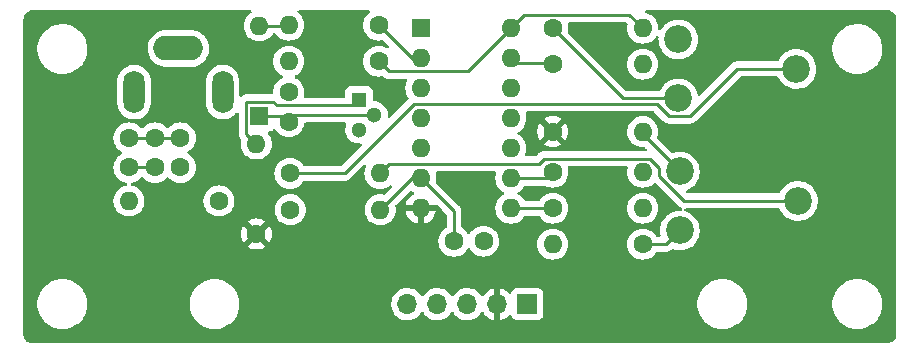
<source format=gbr>
%TF.GenerationSoftware,KiCad,Pcbnew,(6.0.10)*%
%TF.CreationDate,2023-02-28T00:06:53+13:00*%
%TF.ProjectId,video,76696465-6f2e-46b6-9963-61645f706362,rev?*%
%TF.SameCoordinates,Original*%
%TF.FileFunction,Copper,L1,Top*%
%TF.FilePolarity,Positive*%
%FSLAX46Y46*%
G04 Gerber Fmt 4.6, Leading zero omitted, Abs format (unit mm)*
G04 Created by KiCad (PCBNEW (6.0.10)) date 2023-02-28 00:06:53*
%MOMM*%
%LPD*%
G01*
G04 APERTURE LIST*
%TA.AperFunction,ComponentPad*%
%ADD10C,1.600000*%
%TD*%
%TA.AperFunction,ComponentPad*%
%ADD11R,1.700000X1.700000*%
%TD*%
%TA.AperFunction,ComponentPad*%
%ADD12O,1.700000X1.700000*%
%TD*%
%TA.AperFunction,ComponentPad*%
%ADD13O,1.600000X1.600000*%
%TD*%
%TA.AperFunction,ComponentPad*%
%ADD14R,1.600000X1.600000*%
%TD*%
%TA.AperFunction,ComponentPad*%
%ADD15R,1.300000X1.300000*%
%TD*%
%TA.AperFunction,ComponentPad*%
%ADD16C,1.300000*%
%TD*%
%TA.AperFunction,ComponentPad*%
%ADD17C,2.340000*%
%TD*%
%TA.AperFunction,ComponentPad*%
%ADD18O,4.200000X2.100000*%
%TD*%
%TA.AperFunction,ComponentPad*%
%ADD19O,1.800000X3.600000*%
%TD*%
%TA.AperFunction,Conductor*%
%ADD20C,0.250000*%
%TD*%
G04 APERTURE END LIST*
D10*
%TO.P,C4,1*%
%TO.N,COMPOSITE*%
X56438800Y-92608400D03*
%TO.P,C4,2*%
%TO.N,Net-(C4-Pad2)*%
X56438800Y-95108400D03*
%TD*%
D11*
%TO.P,J2,1,Pin_1*%
%TO.N,+5V*%
X90170000Y-106680000D03*
D12*
%TO.P,J2,2,Pin_2*%
%TO.N,GND*%
X87630000Y-106680000D03*
%TO.P,J2,3,Pin_3*%
%TO.N,VIDEO*%
X85090000Y-106680000D03*
%TO.P,J2,4,Pin_4*%
%TO.N,H_SYNC*%
X82550000Y-106680000D03*
%TO.P,J2,5,Pin_5*%
%TO.N,V_SYNC*%
X80010000Y-106680000D03*
%TD*%
D10*
%TO.P,C5,1*%
%TO.N,COMPOSITE*%
X58636800Y-92601400D03*
%TO.P,C5,2*%
%TO.N,Net-(C4-Pad2)*%
X58636800Y-95101400D03*
%TD*%
%TO.P,R8,1*%
%TO.N,Net-(C3-Pad1)*%
X64058800Y-97942400D03*
D13*
%TO.P,R8,2*%
%TO.N,Net-(C4-Pad2)*%
X56438800Y-97942400D03*
%TD*%
D10*
%TO.P,R12,1*%
%TO.N,GND*%
X92319000Y-92080000D03*
D13*
%TO.P,R12,2*%
%TO.N,Net-(R12-Pad2)*%
X99939000Y-92080000D03*
%TD*%
D14*
%TO.P,U1,1*%
%TO.N,V_SYNC*%
X81153000Y-83312000D03*
D13*
%TO.P,U1,2*%
%TO.N,Net-(R2-Pad1)*%
X81153000Y-85852000D03*
%TO.P,U1,3*%
%TO.N,H_SYNC*%
X81153000Y-88392000D03*
%TO.P,U1,4*%
%TO.N,Net-(R2-Pad1)*%
X81153000Y-90932000D03*
%TO.P,U1,5*%
%TO.N,VIDEO*%
X81153000Y-93472000D03*
%TO.P,U1,6*%
%TO.N,Net-(C1-Pad1)*%
X81153000Y-96012000D03*
%TO.P,U1,7,GND*%
%TO.N,GND*%
X81153000Y-98552000D03*
%TO.P,U1,8*%
%TO.N,Net-(R5-Pad1)*%
X88773000Y-98552000D03*
%TO.P,U1,9*%
%TO.N,Net-(C1-Pad2)*%
X88773000Y-96012000D03*
%TO.P,U1,10*%
%TO.N,Net-(R7-Pad1)*%
X88773000Y-93472000D03*
%TO.P,U1,11*%
%TO.N,Net-(R5-Pad1)*%
X88773000Y-90932000D03*
%TO.P,U1,12*%
%TO.N,Net-(R9-Pad1)*%
X88773000Y-88392000D03*
%TO.P,U1,13*%
%TO.N,Net-(R7-Pad1)*%
X88773000Y-85852000D03*
%TO.P,U1,14,VCC*%
%TO.N,+5V*%
X88773000Y-83312000D03*
%TD*%
D10*
%TO.P,R9,1*%
%TO.N,Net-(R9-Pad1)*%
X92319000Y-83317000D03*
D13*
%TO.P,R9,2*%
%TO.N,+5V*%
X99939000Y-83317000D03*
%TD*%
D10*
%TO.P,R7,1*%
%TO.N,Net-(R7-Pad1)*%
X92319000Y-86365000D03*
D13*
%TO.P,R7,2*%
%TO.N,+5V*%
X99939000Y-86365000D03*
%TD*%
D15*
%TO.P,Q1,1,E*%
%TO.N,Net-(C3-Pad1)*%
X75917800Y-89383000D03*
D16*
%TO.P,Q1,2,B*%
%TO.N,B_VIDEO*%
X77187800Y-90663000D03*
%TO.P,Q1,3,C*%
%TO.N,+5V*%
X75917800Y-91923000D03*
%TD*%
D10*
%TO.P,C2,1*%
%TO.N,Net-(C2-Pad1)*%
X69967000Y-88721800D03*
%TO.P,C2,2*%
%TO.N,B_VIDEO*%
X69967000Y-91221800D03*
%TD*%
D14*
%TO.P,D1,1,K*%
%TO.N,B_VIDEO*%
X67477800Y-90733800D03*
D13*
%TO.P,D1,2,A*%
%TO.N,Net-(C2-Pad1)*%
X67477800Y-83113800D03*
%TD*%
D10*
%TO.P,R4,1*%
%TO.N,+5V*%
X77587000Y-86111000D03*
D13*
%TO.P,R4,2*%
%TO.N,Net-(C2-Pad1)*%
X69967000Y-86111000D03*
%TD*%
D10*
%TO.P,R3,1*%
%TO.N,Net-(C1-Pad2)*%
X92319000Y-95509000D03*
D13*
%TO.P,R3,2*%
%TO.N,+5V*%
X99939000Y-95509000D03*
%TD*%
D10*
%TO.P,R1,1*%
%TO.N,+5V*%
X70094000Y-98684000D03*
D13*
%TO.P,R1,2*%
%TO.N,Net-(C1-Pad1)*%
X77714000Y-98684000D03*
%TD*%
D10*
%TO.P,R5,1*%
%TO.N,Net-(R5-Pad1)*%
X92319000Y-98557000D03*
D13*
%TO.P,R5,2*%
%TO.N,+5V*%
X99939000Y-98557000D03*
%TD*%
D17*
%TO.P,RV2,1,1*%
%TO.N,Net-(R11-Pad1)*%
X103077000Y-100440000D03*
%TO.P,RV2,2,2*%
%TO.N,B_VIDEO*%
X113077000Y-97940000D03*
%TO.P,RV2,3,3*%
%TO.N,Net-(R12-Pad2)*%
X103077000Y-95440000D03*
%TD*%
D10*
%TO.P,R6,1*%
%TO.N,GND*%
X67223800Y-100741400D03*
D13*
%TO.P,R6,2*%
%TO.N,Net-(C3-Pad1)*%
X67223800Y-93121400D03*
%TD*%
D18*
%TO.P,J1,1*%
%TO.N,COMPOSITE*%
X60622500Y-85030000D03*
D19*
%TO.P,J1,2*%
%TO.N,unconnected-(J1-Pad2)*%
X64372500Y-88730000D03*
%TO.P,J1,3*%
%TO.N,unconnected-(J1-Pad3)*%
X56872500Y-88730000D03*
%TD*%
D10*
%TO.P,C3,1*%
%TO.N,Net-(C3-Pad1)*%
X60795800Y-95101400D03*
%TO.P,C3,2*%
%TO.N,COMPOSITE*%
X60795800Y-92601400D03*
%TD*%
%TO.P,R11,1*%
%TO.N,Net-(R11-Pad1)*%
X99939000Y-101605000D03*
D13*
%TO.P,R11,2*%
%TO.N,+5V*%
X92319000Y-101605000D03*
%TD*%
D10*
%TO.P,R10,1*%
%TO.N,Net-(R10-Pad1)*%
X70068600Y-95610600D03*
D13*
%TO.P,R10,2*%
%TO.N,B_VIDEO*%
X77688600Y-95610600D03*
%TD*%
D10*
%TO.P,R2,1*%
%TO.N,Net-(R2-Pad1)*%
X77587000Y-83063000D03*
D13*
%TO.P,R2,2*%
%TO.N,Net-(C2-Pad1)*%
X69967000Y-83063000D03*
%TD*%
D10*
%TO.P,C1,1*%
%TO.N,Net-(C1-Pad1)*%
X83957000Y-101351000D03*
%TO.P,C1,2*%
%TO.N,Net-(C1-Pad2)*%
X86457000Y-101351000D03*
%TD*%
D17*
%TO.P,RV1,1,1*%
%TO.N,Net-(R9-Pad1)*%
X102950000Y-89264000D03*
%TO.P,RV1,2,2*%
%TO.N,Net-(R10-Pad1)*%
X112950000Y-86764000D03*
%TO.P,RV1,3,3*%
%TO.N,unconnected-(RV1-Pad3)*%
X102950000Y-84264000D03*
%TD*%
D20*
%TO.N,Net-(C1-Pad1)*%
X80386000Y-96012000D02*
X81153000Y-96012000D01*
X83957000Y-98816000D02*
X83957000Y-101351000D01*
X77714000Y-98684000D02*
X80386000Y-96012000D01*
X81153000Y-96012000D02*
X83957000Y-98816000D01*
%TO.N,Net-(C1-Pad2)*%
X91816000Y-96012000D02*
X92319000Y-95509000D01*
X88773000Y-96012000D02*
X91816000Y-96012000D01*
%TO.N,Net-(C2-Pad1)*%
X69916200Y-83113800D02*
X69967000Y-83063000D01*
X67477800Y-83113800D02*
X69916200Y-83113800D01*
%TO.N,B_VIDEO*%
X101346000Y-95123000D02*
X101346000Y-95823250D01*
X69967000Y-91221800D02*
X70525800Y-90663000D01*
X91567000Y-94361000D02*
X100584000Y-94361000D01*
X78488599Y-94810601D02*
X91117399Y-94810601D01*
X67477800Y-90733800D02*
X69479000Y-90733800D01*
X101346000Y-95823250D02*
X103462750Y-97940000D01*
X69479000Y-90733800D02*
X69967000Y-91221800D01*
X100584000Y-94361000D02*
X101346000Y-95123000D01*
X70525800Y-90663000D02*
X77187800Y-90663000D01*
X77688600Y-95610600D02*
X78488599Y-94810601D01*
X103462750Y-97940000D02*
X113077000Y-97940000D01*
X91117399Y-94810601D02*
X91567000Y-94361000D01*
%TO.N,Net-(C3-Pad1)*%
X75454000Y-89846800D02*
X75917800Y-89383000D01*
X68961000Y-89846800D02*
X75454000Y-89846800D01*
X67223800Y-93121400D02*
X66352800Y-92250400D01*
X66413704Y-89547896D02*
X68662096Y-89547896D01*
X66352800Y-89608800D02*
X66413704Y-89547896D01*
X66352800Y-92250400D02*
X66352800Y-89608800D01*
X68662096Y-89547896D02*
X68961000Y-89846800D01*
%TO.N,COMPOSITE*%
X58629800Y-92608400D02*
X58636800Y-92601400D01*
X56438800Y-92608400D02*
X58629800Y-92608400D01*
X58636800Y-92601400D02*
X60795800Y-92601400D01*
%TO.N,Net-(C4-Pad2)*%
X56438800Y-95108400D02*
X58629800Y-95108400D01*
X58629800Y-95108400D02*
X58636800Y-95101400D01*
%TO.N,+5V*%
X78453000Y-86977000D02*
X85108000Y-86977000D01*
X98814000Y-82192000D02*
X99939000Y-83317000D01*
X89893000Y-82192000D02*
X98814000Y-82192000D01*
X85108000Y-86977000D02*
X88773000Y-83312000D01*
X88773000Y-83312000D02*
X89893000Y-82192000D01*
X77587000Y-86111000D02*
X78453000Y-86977000D01*
%TO.N,Net-(R2-Pad1)*%
X80376000Y-85852000D02*
X81153000Y-85852000D01*
X77587000Y-83063000D02*
X80376000Y-85852000D01*
%TO.N,Net-(R5-Pad1)*%
X92319000Y-98557000D02*
X88778000Y-98557000D01*
X88778000Y-98557000D02*
X88773000Y-98552000D01*
%TO.N,Net-(R7-Pad1)*%
X89154000Y-86233000D02*
X92187000Y-86233000D01*
X92187000Y-86233000D02*
X92319000Y-86365000D01*
X88773000Y-85852000D02*
X89154000Y-86233000D01*
%TO.N,Net-(R9-Pad1)*%
X98266000Y-89264000D02*
X92319000Y-83317000D01*
X102950000Y-89264000D02*
X98266000Y-89264000D01*
%TO.N,Net-(R10-Pad1)*%
X74696400Y-95610600D02*
X70068600Y-95610600D01*
X103932000Y-90759000D02*
X102189000Y-90759000D01*
X80593000Y-89714000D02*
X74696400Y-95610600D01*
X102189000Y-90759000D02*
X101144000Y-89714000D01*
X107927000Y-86764000D02*
X103932000Y-90759000D01*
X101144000Y-89714000D02*
X80593000Y-89714000D01*
X112950000Y-86764000D02*
X107927000Y-86764000D01*
%TO.N,Net-(R11-Pad1)*%
X99939000Y-101605000D02*
X101912000Y-101605000D01*
X101912000Y-101605000D02*
X103077000Y-100440000D01*
%TO.N,Net-(R12-Pad2)*%
X103077000Y-95440000D02*
X99939000Y-92302000D01*
X99939000Y-92302000D02*
X99939000Y-92080000D01*
%TD*%
%TA.AperFunction,Conductor*%
%TO.N,GND*%
G36*
X66757724Y-81808502D02*
G01*
X66804217Y-81862158D01*
X66814321Y-81932432D01*
X66784827Y-81997012D01*
X66761874Y-82017713D01*
X66638011Y-82104443D01*
X66638008Y-82104445D01*
X66633500Y-82107602D01*
X66471602Y-82269500D01*
X66340277Y-82457051D01*
X66337954Y-82462033D01*
X66337951Y-82462038D01*
X66247855Y-82655251D01*
X66243516Y-82664557D01*
X66242094Y-82669865D01*
X66242093Y-82669867D01*
X66185681Y-82880398D01*
X66184257Y-82885713D01*
X66164302Y-83113800D01*
X66184257Y-83341887D01*
X66185681Y-83347200D01*
X66185681Y-83347202D01*
X66238705Y-83545087D01*
X66243516Y-83563043D01*
X66245839Y-83568024D01*
X66245839Y-83568025D01*
X66337951Y-83765562D01*
X66337954Y-83765567D01*
X66340277Y-83770549D01*
X66404602Y-83862414D01*
X66464363Y-83947761D01*
X66471602Y-83958100D01*
X66633500Y-84119998D01*
X66638008Y-84123155D01*
X66638011Y-84123157D01*
X66658708Y-84137649D01*
X66821051Y-84251323D01*
X66826033Y-84253646D01*
X66826038Y-84253649D01*
X66966831Y-84319301D01*
X67028557Y-84348084D01*
X67033865Y-84349506D01*
X67033867Y-84349507D01*
X67244398Y-84405919D01*
X67244400Y-84405919D01*
X67249713Y-84407343D01*
X67477800Y-84427298D01*
X67705887Y-84407343D01*
X67711200Y-84405919D01*
X67711202Y-84405919D01*
X67921733Y-84349507D01*
X67921735Y-84349506D01*
X67927043Y-84348084D01*
X67988769Y-84319301D01*
X68129562Y-84253649D01*
X68129567Y-84253646D01*
X68134549Y-84251323D01*
X68296892Y-84137649D01*
X68317589Y-84123157D01*
X68317592Y-84123155D01*
X68322100Y-84119998D01*
X68483998Y-83958100D01*
X68487157Y-83953589D01*
X68593981Y-83801029D01*
X68649438Y-83756701D01*
X68697194Y-83747300D01*
X68783177Y-83747300D01*
X68851298Y-83767302D01*
X68886390Y-83801029D01*
X68942031Y-83880492D01*
X68960802Y-83907300D01*
X69122700Y-84069198D01*
X69127208Y-84072355D01*
X69127211Y-84072357D01*
X69176974Y-84107201D01*
X69310251Y-84200523D01*
X69315233Y-84202846D01*
X69315238Y-84202849D01*
X69453155Y-84267160D01*
X69517757Y-84297284D01*
X69523065Y-84298706D01*
X69523067Y-84298707D01*
X69733598Y-84355119D01*
X69733600Y-84355119D01*
X69738913Y-84356543D01*
X69967000Y-84376498D01*
X70195087Y-84356543D01*
X70200400Y-84355119D01*
X70200402Y-84355119D01*
X70410933Y-84298707D01*
X70410935Y-84298706D01*
X70416243Y-84297284D01*
X70480845Y-84267160D01*
X70618762Y-84202849D01*
X70618767Y-84202846D01*
X70623749Y-84200523D01*
X70757026Y-84107201D01*
X70806789Y-84072357D01*
X70806792Y-84072355D01*
X70811300Y-84069198D01*
X70973198Y-83907300D01*
X70987048Y-83887521D01*
X71072444Y-83765562D01*
X71104523Y-83719749D01*
X71106846Y-83714767D01*
X71106849Y-83714762D01*
X71198961Y-83517225D01*
X71198961Y-83517224D01*
X71201284Y-83512243D01*
X71204608Y-83499840D01*
X71259119Y-83296402D01*
X71259119Y-83296400D01*
X71260543Y-83291087D01*
X71280498Y-83063000D01*
X71260543Y-82834913D01*
X71225293Y-82703358D01*
X71202707Y-82619067D01*
X71202706Y-82619065D01*
X71201284Y-82613757D01*
X71189250Y-82587949D01*
X71106849Y-82411238D01*
X71106846Y-82411233D01*
X71104523Y-82406251D01*
X70973198Y-82218700D01*
X70811300Y-82056802D01*
X70806792Y-82053645D01*
X70806789Y-82053643D01*
X70773840Y-82030572D01*
X70755475Y-82017713D01*
X70711147Y-81962256D01*
X70703838Y-81891637D01*
X70735868Y-81828276D01*
X70797070Y-81792291D01*
X70827746Y-81788500D01*
X76726254Y-81788500D01*
X76794375Y-81808502D01*
X76840868Y-81862158D01*
X76850972Y-81932432D01*
X76821478Y-81997012D01*
X76798526Y-82017712D01*
X76780160Y-82030572D01*
X76747211Y-82053643D01*
X76747208Y-82053645D01*
X76742700Y-82056802D01*
X76580802Y-82218700D01*
X76449477Y-82406251D01*
X76447154Y-82411233D01*
X76447151Y-82411238D01*
X76364750Y-82587949D01*
X76352716Y-82613757D01*
X76351294Y-82619065D01*
X76351293Y-82619067D01*
X76328707Y-82703358D01*
X76293457Y-82834913D01*
X76273502Y-83063000D01*
X76293457Y-83291087D01*
X76294881Y-83296400D01*
X76294881Y-83296402D01*
X76349393Y-83499840D01*
X76352716Y-83512243D01*
X76355039Y-83517224D01*
X76355039Y-83517225D01*
X76447151Y-83714762D01*
X76447154Y-83714767D01*
X76449477Y-83719749D01*
X76481556Y-83765562D01*
X76566953Y-83887521D01*
X76580802Y-83907300D01*
X76742700Y-84069198D01*
X76747208Y-84072355D01*
X76747211Y-84072357D01*
X76796974Y-84107201D01*
X76930251Y-84200523D01*
X76935233Y-84202846D01*
X76935238Y-84202849D01*
X77073155Y-84267160D01*
X77137757Y-84297284D01*
X77143065Y-84298706D01*
X77143067Y-84298707D01*
X77353598Y-84355119D01*
X77353600Y-84355119D01*
X77358913Y-84356543D01*
X77587000Y-84376498D01*
X77815087Y-84356543D01*
X77820398Y-84355120D01*
X77820409Y-84355118D01*
X77878541Y-84339541D01*
X77949517Y-84341230D01*
X78000248Y-84372152D01*
X78418958Y-84790862D01*
X78452984Y-84853174D01*
X78447919Y-84923989D01*
X78405372Y-84980825D01*
X78338852Y-85005636D01*
X78269478Y-84990545D01*
X78257592Y-84983170D01*
X78253759Y-84980486D01*
X78243749Y-84973477D01*
X78238767Y-84971154D01*
X78238762Y-84971151D01*
X78041225Y-84879039D01*
X78041224Y-84879039D01*
X78036243Y-84876716D01*
X78030935Y-84875294D01*
X78030933Y-84875293D01*
X77820402Y-84818881D01*
X77820400Y-84818881D01*
X77815087Y-84817457D01*
X77587000Y-84797502D01*
X77358913Y-84817457D01*
X77353600Y-84818881D01*
X77353598Y-84818881D01*
X77143067Y-84875293D01*
X77143065Y-84875294D01*
X77137757Y-84876716D01*
X77132776Y-84879039D01*
X77132775Y-84879039D01*
X76935238Y-84971151D01*
X76935233Y-84971154D01*
X76930251Y-84973477D01*
X76828303Y-85044862D01*
X76747211Y-85101643D01*
X76747208Y-85101645D01*
X76742700Y-85104802D01*
X76580802Y-85266700D01*
X76577645Y-85271208D01*
X76577643Y-85271211D01*
X76572160Y-85279042D01*
X76449477Y-85454251D01*
X76447154Y-85459233D01*
X76447151Y-85459238D01*
X76355039Y-85656775D01*
X76352716Y-85661757D01*
X76351294Y-85667065D01*
X76351293Y-85667067D01*
X76300482Y-85856694D01*
X76293457Y-85882913D01*
X76273502Y-86111000D01*
X76293457Y-86339087D01*
X76294881Y-86344400D01*
X76294881Y-86344402D01*
X76342653Y-86522686D01*
X76352716Y-86560243D01*
X76355039Y-86565224D01*
X76355039Y-86565225D01*
X76447151Y-86762762D01*
X76447154Y-86762767D01*
X76449477Y-86767749D01*
X76580802Y-86955300D01*
X76742700Y-87117198D01*
X76747208Y-87120355D01*
X76747211Y-87120357D01*
X76825389Y-87175098D01*
X76930251Y-87248523D01*
X76935233Y-87250846D01*
X76935238Y-87250849D01*
X77132775Y-87342961D01*
X77137757Y-87345284D01*
X77143065Y-87346706D01*
X77143067Y-87346707D01*
X77353598Y-87403119D01*
X77353600Y-87403119D01*
X77358913Y-87404543D01*
X77587000Y-87424498D01*
X77815087Y-87404543D01*
X77820400Y-87403119D01*
X77820402Y-87403119D01*
X77877873Y-87387720D01*
X77948850Y-87389410D01*
X77996737Y-87417577D01*
X78010651Y-87430643D01*
X78013493Y-87433398D01*
X78033230Y-87453135D01*
X78036427Y-87455615D01*
X78045447Y-87463318D01*
X78077679Y-87493586D01*
X78084625Y-87497405D01*
X78084628Y-87497407D01*
X78095434Y-87503348D01*
X78111953Y-87514199D01*
X78127959Y-87526614D01*
X78135228Y-87529759D01*
X78135232Y-87529762D01*
X78168537Y-87544174D01*
X78179187Y-87549391D01*
X78217940Y-87570695D01*
X78225615Y-87572666D01*
X78225616Y-87572666D01*
X78237562Y-87575733D01*
X78256266Y-87582137D01*
X78261875Y-87584564D01*
X78274855Y-87590181D01*
X78282678Y-87591420D01*
X78282688Y-87591423D01*
X78318524Y-87597099D01*
X78330144Y-87599505D01*
X78361959Y-87607673D01*
X78372970Y-87610500D01*
X78393224Y-87610500D01*
X78412934Y-87612051D01*
X78432943Y-87615220D01*
X78440835Y-87614474D01*
X78459580Y-87612702D01*
X78476962Y-87611059D01*
X78488819Y-87610500D01*
X79875869Y-87610500D01*
X79943990Y-87630502D01*
X79990483Y-87684158D01*
X80000587Y-87754432D01*
X79990064Y-87789749D01*
X79918716Y-87942757D01*
X79917294Y-87948065D01*
X79917293Y-87948067D01*
X79869685Y-88125743D01*
X79859457Y-88163913D01*
X79839502Y-88392000D01*
X79859457Y-88620087D01*
X79860881Y-88625400D01*
X79860881Y-88625402D01*
X79900130Y-88771878D01*
X79918716Y-88841243D01*
X79921039Y-88846224D01*
X79921039Y-88846225D01*
X80013151Y-89043762D01*
X80013154Y-89043767D01*
X80015477Y-89048749D01*
X80090170Y-89155421D01*
X80097689Y-89166159D01*
X80120377Y-89233433D01*
X80103092Y-89302293D01*
X80083571Y-89327525D01*
X78560650Y-90850446D01*
X78498338Y-90884472D01*
X78427523Y-90879407D01*
X78370687Y-90836860D01*
X78345876Y-90770340D01*
X78346859Y-90743270D01*
X78349137Y-90727561D01*
X78349137Y-90727559D01*
X78349669Y-90723891D01*
X78351263Y-90663000D01*
X78331781Y-90450976D01*
X78330213Y-90445416D01*
X78275554Y-90251611D01*
X78275553Y-90251609D01*
X78273986Y-90246052D01*
X78264876Y-90227577D01*
X78182370Y-90060273D01*
X78179815Y-90055092D01*
X78052422Y-89884491D01*
X77896071Y-89739963D01*
X77716001Y-89626347D01*
X77518241Y-89547449D01*
X77512581Y-89546323D01*
X77512577Y-89546322D01*
X77315082Y-89507038D01*
X77315080Y-89507038D01*
X77309415Y-89505911D01*
X77303640Y-89505835D01*
X77303636Y-89505835D01*
X77200650Y-89504487D01*
X77132797Y-89483595D01*
X77087011Y-89429335D01*
X77076300Y-89378498D01*
X77076300Y-88684866D01*
X77069545Y-88622684D01*
X77018415Y-88486295D01*
X76931061Y-88369739D01*
X76814505Y-88282385D01*
X76678116Y-88231255D01*
X76615934Y-88224500D01*
X75219666Y-88224500D01*
X75157484Y-88231255D01*
X75021095Y-88282385D01*
X74904539Y-88369739D01*
X74817185Y-88486295D01*
X74766055Y-88622684D01*
X74759300Y-88684866D01*
X74759300Y-89087300D01*
X74739298Y-89155421D01*
X74685642Y-89201914D01*
X74633300Y-89213300D01*
X71354168Y-89213300D01*
X71286047Y-89193298D01*
X71239554Y-89139642D01*
X71229450Y-89069368D01*
X71232461Y-89054688D01*
X71260543Y-88949887D01*
X71280498Y-88721800D01*
X71260543Y-88493713D01*
X71247671Y-88445673D01*
X71202707Y-88277867D01*
X71202706Y-88277865D01*
X71201284Y-88272557D01*
X71194901Y-88258868D01*
X71106849Y-88070038D01*
X71106846Y-88070033D01*
X71104523Y-88065051D01*
X71008994Y-87928622D01*
X70976357Y-87882011D01*
X70976355Y-87882008D01*
X70973198Y-87877500D01*
X70811300Y-87715602D01*
X70806792Y-87712445D01*
X70806789Y-87712443D01*
X70671303Y-87617575D01*
X70623749Y-87584277D01*
X70618767Y-87581954D01*
X70618762Y-87581951D01*
X70508627Y-87530595D01*
X70455342Y-87483678D01*
X70435881Y-87415401D01*
X70456423Y-87347441D01*
X70508627Y-87302205D01*
X70618762Y-87250849D01*
X70618767Y-87250846D01*
X70623749Y-87248523D01*
X70728611Y-87175098D01*
X70806789Y-87120357D01*
X70806792Y-87120355D01*
X70811300Y-87117198D01*
X70973198Y-86955300D01*
X71104523Y-86767749D01*
X71106846Y-86762767D01*
X71106849Y-86762762D01*
X71198961Y-86565225D01*
X71198961Y-86565224D01*
X71201284Y-86560243D01*
X71211348Y-86522686D01*
X71259119Y-86344402D01*
X71259119Y-86344400D01*
X71260543Y-86339087D01*
X71280498Y-86111000D01*
X71260543Y-85882913D01*
X71253518Y-85856694D01*
X71202707Y-85667067D01*
X71202706Y-85667065D01*
X71201284Y-85661757D01*
X71198961Y-85656775D01*
X71106849Y-85459238D01*
X71106846Y-85459233D01*
X71104523Y-85454251D01*
X70981840Y-85279042D01*
X70976357Y-85271211D01*
X70976355Y-85271208D01*
X70973198Y-85266700D01*
X70811300Y-85104802D01*
X70806792Y-85101645D01*
X70806789Y-85101643D01*
X70725697Y-85044862D01*
X70623749Y-84973477D01*
X70618767Y-84971154D01*
X70618762Y-84971151D01*
X70421225Y-84879039D01*
X70421224Y-84879039D01*
X70416243Y-84876716D01*
X70410935Y-84875294D01*
X70410933Y-84875293D01*
X70200402Y-84818881D01*
X70200400Y-84818881D01*
X70195087Y-84817457D01*
X69967000Y-84797502D01*
X69738913Y-84817457D01*
X69733600Y-84818881D01*
X69733598Y-84818881D01*
X69523067Y-84875293D01*
X69523065Y-84875294D01*
X69517757Y-84876716D01*
X69512776Y-84879039D01*
X69512775Y-84879039D01*
X69315238Y-84971151D01*
X69315233Y-84971154D01*
X69310251Y-84973477D01*
X69208303Y-85044862D01*
X69127211Y-85101643D01*
X69127208Y-85101645D01*
X69122700Y-85104802D01*
X68960802Y-85266700D01*
X68957645Y-85271208D01*
X68957643Y-85271211D01*
X68952160Y-85279042D01*
X68829477Y-85454251D01*
X68827154Y-85459233D01*
X68827151Y-85459238D01*
X68735039Y-85656775D01*
X68732716Y-85661757D01*
X68731294Y-85667065D01*
X68731293Y-85667067D01*
X68680482Y-85856694D01*
X68673457Y-85882913D01*
X68653502Y-86111000D01*
X68673457Y-86339087D01*
X68674881Y-86344400D01*
X68674881Y-86344402D01*
X68722653Y-86522686D01*
X68732716Y-86560243D01*
X68735039Y-86565224D01*
X68735039Y-86565225D01*
X68827151Y-86762762D01*
X68827154Y-86762767D01*
X68829477Y-86767749D01*
X68960802Y-86955300D01*
X69122700Y-87117198D01*
X69127208Y-87120355D01*
X69127211Y-87120357D01*
X69205389Y-87175098D01*
X69310251Y-87248523D01*
X69315233Y-87250846D01*
X69315238Y-87250849D01*
X69425373Y-87302205D01*
X69478658Y-87349122D01*
X69498119Y-87417399D01*
X69477577Y-87485359D01*
X69425373Y-87530595D01*
X69315238Y-87581951D01*
X69315233Y-87581954D01*
X69310251Y-87584277D01*
X69262697Y-87617575D01*
X69127211Y-87712443D01*
X69127208Y-87712445D01*
X69122700Y-87715602D01*
X68960802Y-87877500D01*
X68957645Y-87882008D01*
X68957643Y-87882011D01*
X68925006Y-87928622D01*
X68829477Y-88065051D01*
X68827154Y-88070033D01*
X68827151Y-88070038D01*
X68739099Y-88258868D01*
X68732716Y-88272557D01*
X68731294Y-88277865D01*
X68731293Y-88277867D01*
X68686329Y-88445673D01*
X68673457Y-88493713D01*
X68653502Y-88721800D01*
X68653981Y-88727275D01*
X68653981Y-88727285D01*
X68658367Y-88777414D01*
X68644379Y-88847019D01*
X68594980Y-88898011D01*
X68532847Y-88914396D01*
X66492471Y-88914396D01*
X66481288Y-88913869D01*
X66473795Y-88912194D01*
X66465869Y-88912443D01*
X66465868Y-88912443D01*
X66405718Y-88914334D01*
X66401759Y-88914396D01*
X66373848Y-88914396D01*
X66369914Y-88914893D01*
X66369913Y-88914893D01*
X66369848Y-88914901D01*
X66358011Y-88915834D01*
X66326194Y-88916834D01*
X66321733Y-88916974D01*
X66313814Y-88917223D01*
X66296158Y-88922352D01*
X66294362Y-88922874D01*
X66275010Y-88926882D01*
X66268402Y-88927717D01*
X66254907Y-88929422D01*
X66247538Y-88932339D01*
X66247536Y-88932340D01*
X66213801Y-88945696D01*
X66202573Y-88949541D01*
X66160111Y-88961878D01*
X66153289Y-88965912D01*
X66153283Y-88965915D01*
X66142672Y-88972190D01*
X66124922Y-88980886D01*
X66113460Y-88985424D01*
X66113455Y-88985427D01*
X66106087Y-88988344D01*
X66099672Y-88993005D01*
X66070329Y-89014323D01*
X66060411Y-89020839D01*
X66041723Y-89031891D01*
X66022341Y-89043354D01*
X66008017Y-89057678D01*
X65992984Y-89070518D01*
X65981062Y-89079180D01*
X65914194Y-89103039D01*
X65845043Y-89086960D01*
X65795562Y-89036046D01*
X65781000Y-88977245D01*
X65781000Y-87769988D01*
X65765883Y-87591825D01*
X65764542Y-87586657D01*
X65707173Y-87365625D01*
X65707171Y-87365620D01*
X65705832Y-87360460D01*
X65649855Y-87236195D01*
X65609847Y-87147381D01*
X65609846Y-87147378D01*
X65607657Y-87142520D01*
X65474166Y-86944238D01*
X65309174Y-86771282D01*
X65304426Y-86767749D01*
X65121682Y-86631784D01*
X65121683Y-86631784D01*
X65117400Y-86628598D01*
X65112649Y-86626182D01*
X65112645Y-86626180D01*
X64909086Y-86522686D01*
X64909085Y-86522686D01*
X64904328Y-86520267D01*
X64761862Y-86476030D01*
X64681151Y-86450968D01*
X64681145Y-86450967D01*
X64676048Y-86449384D01*
X64548617Y-86432494D01*
X64444373Y-86418677D01*
X64444369Y-86418677D01*
X64439089Y-86417977D01*
X64433760Y-86418177D01*
X64433759Y-86418177D01*
X64335991Y-86421848D01*
X64200226Y-86426945D01*
X64113316Y-86445181D01*
X63971516Y-86474933D01*
X63971513Y-86474934D01*
X63966289Y-86476030D01*
X63743967Y-86563829D01*
X63539617Y-86687832D01*
X63535587Y-86691329D01*
X63388200Y-86819225D01*
X63359081Y-86844493D01*
X63355698Y-86848619D01*
X63355694Y-86848623D01*
X63277295Y-86944238D01*
X63207522Y-87029333D01*
X63204883Y-87033969D01*
X63204881Y-87033972D01*
X63145611Y-87138095D01*
X63089273Y-87237066D01*
X63007716Y-87461753D01*
X63006767Y-87467002D01*
X63006766Y-87467005D01*
X62965920Y-87692885D01*
X62965919Y-87692893D01*
X62965182Y-87696969D01*
X62964000Y-87722032D01*
X62964000Y-89690012D01*
X62979117Y-89868175D01*
X62980457Y-89873339D01*
X62980458Y-89873343D01*
X63026431Y-90050465D01*
X63039168Y-90099540D01*
X63041360Y-90104406D01*
X63102834Y-90240872D01*
X63137343Y-90317480D01*
X63270834Y-90515762D01*
X63435826Y-90688718D01*
X63627600Y-90831402D01*
X63632351Y-90833818D01*
X63632355Y-90833820D01*
X63825462Y-90932000D01*
X63840672Y-90939733D01*
X63954812Y-90975174D01*
X64063849Y-91009032D01*
X64063855Y-91009033D01*
X64068952Y-91010616D01*
X64196383Y-91027506D01*
X64300627Y-91041323D01*
X64300631Y-91041323D01*
X64305911Y-91042023D01*
X64311240Y-91041823D01*
X64311241Y-91041823D01*
X64409009Y-91038152D01*
X64544774Y-91033055D01*
X64631684Y-91014819D01*
X64773484Y-90985067D01*
X64773487Y-90985066D01*
X64778711Y-90983970D01*
X65001033Y-90896171D01*
X65205383Y-90772168D01*
X65210782Y-90767483D01*
X65381886Y-90619007D01*
X65381888Y-90619005D01*
X65385919Y-90615507D01*
X65447839Y-90539990D01*
X65495866Y-90481417D01*
X65554526Y-90441422D01*
X65625496Y-90439491D01*
X65686244Y-90476235D01*
X65717483Y-90539990D01*
X65719300Y-90561308D01*
X65719300Y-92171633D01*
X65718773Y-92182816D01*
X65717098Y-92190309D01*
X65717347Y-92198235D01*
X65717347Y-92198236D01*
X65719238Y-92258386D01*
X65719300Y-92262345D01*
X65719300Y-92290256D01*
X65719797Y-92294190D01*
X65719797Y-92294191D01*
X65719805Y-92294256D01*
X65720738Y-92306093D01*
X65722127Y-92350289D01*
X65727272Y-92367998D01*
X65727778Y-92369739D01*
X65731787Y-92389100D01*
X65734326Y-92409197D01*
X65737245Y-92416568D01*
X65737245Y-92416570D01*
X65750604Y-92450312D01*
X65754449Y-92461542D01*
X65766782Y-92503993D01*
X65770815Y-92510812D01*
X65770817Y-92510817D01*
X65777093Y-92521428D01*
X65785788Y-92539176D01*
X65793248Y-92558017D01*
X65797910Y-92564433D01*
X65797910Y-92564434D01*
X65819236Y-92593787D01*
X65825752Y-92603707D01*
X65839942Y-92627700D01*
X65848258Y-92641762D01*
X65862579Y-92656083D01*
X65875419Y-92671116D01*
X65887328Y-92687507D01*
X65893432Y-92692557D01*
X65893436Y-92692561D01*
X65905283Y-92702362D01*
X65945019Y-92761197D01*
X65946671Y-92832056D01*
X65930257Y-92893313D01*
X65910302Y-93121400D01*
X65930257Y-93349487D01*
X65931681Y-93354800D01*
X65931681Y-93354802D01*
X65964552Y-93477475D01*
X65989516Y-93570643D01*
X65991839Y-93575624D01*
X65991839Y-93575625D01*
X66083951Y-93773162D01*
X66083954Y-93773167D01*
X66086277Y-93778149D01*
X66148573Y-93867116D01*
X66213974Y-93960518D01*
X66217602Y-93965700D01*
X66379500Y-94127598D01*
X66384008Y-94130755D01*
X66384011Y-94130757D01*
X66453879Y-94179679D01*
X66567051Y-94258923D01*
X66572033Y-94261246D01*
X66572038Y-94261249D01*
X66766052Y-94351718D01*
X66774557Y-94355684D01*
X66779865Y-94357106D01*
X66779867Y-94357107D01*
X66990398Y-94413519D01*
X66990400Y-94413519D01*
X66995713Y-94414943D01*
X67223800Y-94434898D01*
X67451887Y-94414943D01*
X67457200Y-94413519D01*
X67457202Y-94413519D01*
X67667733Y-94357107D01*
X67667735Y-94357106D01*
X67673043Y-94355684D01*
X67681548Y-94351718D01*
X67875562Y-94261249D01*
X67875567Y-94261246D01*
X67880549Y-94258923D01*
X67993721Y-94179679D01*
X68063589Y-94130757D01*
X68063592Y-94130755D01*
X68068100Y-94127598D01*
X68229998Y-93965700D01*
X68233627Y-93960518D01*
X68299027Y-93867116D01*
X68361323Y-93778149D01*
X68363646Y-93773167D01*
X68363649Y-93773162D01*
X68455761Y-93575625D01*
X68455761Y-93575624D01*
X68458084Y-93570643D01*
X68483049Y-93477475D01*
X68515919Y-93354802D01*
X68515919Y-93354800D01*
X68517343Y-93349487D01*
X68537298Y-93121400D01*
X68517343Y-92893313D01*
X68503541Y-92841802D01*
X68459507Y-92677467D01*
X68459506Y-92677465D01*
X68458084Y-92672157D01*
X68439457Y-92632211D01*
X68363649Y-92469638D01*
X68363646Y-92469633D01*
X68361323Y-92464651D01*
X68275701Y-92342370D01*
X68233157Y-92281611D01*
X68233155Y-92281608D01*
X68229998Y-92277100D01*
X68210293Y-92257395D01*
X68176267Y-92195083D01*
X68181332Y-92124268D01*
X68223879Y-92067432D01*
X68290399Y-92042621D01*
X68299388Y-92042300D01*
X68325934Y-92042300D01*
X68388116Y-92035545D01*
X68524505Y-91984415D01*
X68641061Y-91897061D01*
X68646442Y-91889881D01*
X68652584Y-91883739D01*
X68714896Y-91849713D01*
X68785711Y-91854778D01*
X68844891Y-91900562D01*
X68915176Y-92000939D01*
X68943879Y-92041931D01*
X68960802Y-92066100D01*
X69122700Y-92227998D01*
X69127208Y-92231155D01*
X69127211Y-92231157D01*
X69164683Y-92257395D01*
X69310251Y-92359323D01*
X69315233Y-92361646D01*
X69315238Y-92361649D01*
X69502115Y-92448790D01*
X69517757Y-92456084D01*
X69523065Y-92457506D01*
X69523067Y-92457507D01*
X69733598Y-92513919D01*
X69733600Y-92513919D01*
X69738913Y-92515343D01*
X69967000Y-92535298D01*
X70195087Y-92515343D01*
X70200400Y-92513919D01*
X70200402Y-92513919D01*
X70410933Y-92457507D01*
X70410935Y-92457506D01*
X70416243Y-92456084D01*
X70431885Y-92448790D01*
X70618762Y-92361649D01*
X70618767Y-92361646D01*
X70623749Y-92359323D01*
X70769317Y-92257395D01*
X70806789Y-92231157D01*
X70806792Y-92231155D01*
X70811300Y-92227998D01*
X70973198Y-92066100D01*
X70990122Y-92041931D01*
X71087793Y-91902442D01*
X71104523Y-91878549D01*
X71106846Y-91873567D01*
X71106849Y-91873562D01*
X71198961Y-91676025D01*
X71198961Y-91676024D01*
X71201284Y-91671043D01*
X71220562Y-91599099D01*
X71259119Y-91455202D01*
X71259119Y-91455200D01*
X71260543Y-91449887D01*
X71261024Y-91444395D01*
X71263901Y-91411518D01*
X71289764Y-91345400D01*
X71347268Y-91303760D01*
X71389421Y-91296500D01*
X74729981Y-91296500D01*
X74798102Y-91316502D01*
X74844595Y-91370158D01*
X74854699Y-91440432D01*
X74846391Y-91470715D01*
X74845590Y-91472650D01*
X74842900Y-91477762D01*
X74779761Y-91681102D01*
X74754736Y-91892544D01*
X74768661Y-92105006D01*
X74770082Y-92110602D01*
X74770083Y-92110607D01*
X74816725Y-92294256D01*
X74821072Y-92311372D01*
X74823489Y-92316615D01*
X74860189Y-92396223D01*
X74910211Y-92504731D01*
X75033096Y-92678609D01*
X75037230Y-92682636D01*
X75173363Y-92815251D01*
X75185609Y-92827181D01*
X75190405Y-92830386D01*
X75190408Y-92830388D01*
X75276628Y-92887998D01*
X75362643Y-92945471D01*
X75367946Y-92947749D01*
X75367949Y-92947751D01*
X75456688Y-92985876D01*
X75558270Y-93029519D01*
X75628159Y-93045333D01*
X75760301Y-93075234D01*
X75760306Y-93075235D01*
X75765938Y-93076509D01*
X75771709Y-93076736D01*
X75771711Y-93076736D01*
X75833052Y-93079146D01*
X75978691Y-93084869D01*
X75984400Y-93084041D01*
X75984404Y-93084041D01*
X76000786Y-93081665D01*
X76009767Y-93080363D01*
X76080052Y-93090383D01*
X76133763Y-93136811D01*
X76153847Y-93204908D01*
X76133927Y-93273052D01*
X76116943Y-93294153D01*
X75287394Y-94123701D01*
X74470900Y-94940195D01*
X74408588Y-94974221D01*
X74381805Y-94977100D01*
X71287994Y-94977100D01*
X71219873Y-94957098D01*
X71184781Y-94923371D01*
X71077957Y-94770811D01*
X71077955Y-94770808D01*
X71074798Y-94766300D01*
X70912900Y-94604402D01*
X70908392Y-94601245D01*
X70908389Y-94601243D01*
X70830211Y-94546502D01*
X70725349Y-94473077D01*
X70720367Y-94470754D01*
X70720362Y-94470751D01*
X70522825Y-94378639D01*
X70522824Y-94378639D01*
X70517843Y-94376316D01*
X70512535Y-94374894D01*
X70512533Y-94374893D01*
X70302002Y-94318481D01*
X70302000Y-94318481D01*
X70296687Y-94317057D01*
X70068600Y-94297102D01*
X69840513Y-94317057D01*
X69835200Y-94318481D01*
X69835198Y-94318481D01*
X69624667Y-94374893D01*
X69624665Y-94374894D01*
X69619357Y-94376316D01*
X69614376Y-94378639D01*
X69614375Y-94378639D01*
X69416838Y-94470751D01*
X69416833Y-94470754D01*
X69411851Y-94473077D01*
X69306989Y-94546502D01*
X69228811Y-94601243D01*
X69228808Y-94601245D01*
X69224300Y-94604402D01*
X69062402Y-94766300D01*
X68931077Y-94953851D01*
X68928754Y-94958833D01*
X68928751Y-94958838D01*
X68864827Y-95095925D01*
X68834316Y-95161357D01*
X68832894Y-95166665D01*
X68832893Y-95166667D01*
X68776481Y-95377198D01*
X68775057Y-95382513D01*
X68755102Y-95610600D01*
X68775057Y-95838687D01*
X68776481Y-95844000D01*
X68776481Y-95844002D01*
X68829534Y-96041995D01*
X68834316Y-96059843D01*
X68836639Y-96064824D01*
X68836639Y-96064825D01*
X68928751Y-96262362D01*
X68928754Y-96262367D01*
X68931077Y-96267349D01*
X68956419Y-96303541D01*
X69039294Y-96421898D01*
X69062402Y-96454900D01*
X69224300Y-96616798D01*
X69228808Y-96619955D01*
X69228811Y-96619957D01*
X69304932Y-96673257D01*
X69411851Y-96748123D01*
X69416833Y-96750446D01*
X69416838Y-96750449D01*
X69614375Y-96842561D01*
X69619357Y-96844884D01*
X69624665Y-96846306D01*
X69624667Y-96846307D01*
X69835198Y-96902719D01*
X69835200Y-96902719D01*
X69840513Y-96904143D01*
X70068600Y-96924098D01*
X70296687Y-96904143D01*
X70302000Y-96902719D01*
X70302002Y-96902719D01*
X70512533Y-96846307D01*
X70512535Y-96846306D01*
X70517843Y-96844884D01*
X70522825Y-96842561D01*
X70720362Y-96750449D01*
X70720367Y-96750446D01*
X70725349Y-96748123D01*
X70832268Y-96673257D01*
X70908389Y-96619957D01*
X70908392Y-96619955D01*
X70912900Y-96616798D01*
X71074798Y-96454900D01*
X71090243Y-96432843D01*
X71184781Y-96297829D01*
X71240238Y-96253501D01*
X71287994Y-96244100D01*
X74617633Y-96244100D01*
X74628816Y-96244627D01*
X74636309Y-96246302D01*
X74644235Y-96246053D01*
X74644236Y-96246053D01*
X74704386Y-96244162D01*
X74708345Y-96244100D01*
X74736256Y-96244100D01*
X74740191Y-96243603D01*
X74740256Y-96243595D01*
X74752093Y-96242662D01*
X74784351Y-96241648D01*
X74788370Y-96241522D01*
X74796289Y-96241273D01*
X74815743Y-96235621D01*
X74835100Y-96231613D01*
X74847330Y-96230068D01*
X74847331Y-96230068D01*
X74855197Y-96229074D01*
X74862568Y-96226155D01*
X74862570Y-96226155D01*
X74896312Y-96212796D01*
X74907542Y-96208951D01*
X74942383Y-96198829D01*
X74942384Y-96198829D01*
X74949993Y-96196618D01*
X74956812Y-96192585D01*
X74956817Y-96192583D01*
X74967428Y-96186307D01*
X74985176Y-96177612D01*
X75004017Y-96170152D01*
X75016942Y-96160762D01*
X75039787Y-96144164D01*
X75049707Y-96137648D01*
X75080935Y-96119180D01*
X75080938Y-96119178D01*
X75087762Y-96115142D01*
X75102083Y-96100821D01*
X75117117Y-96087980D01*
X75127094Y-96080731D01*
X75133507Y-96076072D01*
X75161698Y-96041995D01*
X75169688Y-96033216D01*
X76309683Y-94893221D01*
X76371995Y-94859195D01*
X76442810Y-94864260D01*
X76499646Y-94906807D01*
X76524457Y-94973327D01*
X76512973Y-95035566D01*
X76454316Y-95161357D01*
X76452894Y-95166665D01*
X76452893Y-95166667D01*
X76396481Y-95377198D01*
X76395057Y-95382513D01*
X76375102Y-95610600D01*
X76395057Y-95838687D01*
X76396481Y-95844000D01*
X76396481Y-95844002D01*
X76449534Y-96041995D01*
X76454316Y-96059843D01*
X76456639Y-96064824D01*
X76456639Y-96064825D01*
X76548751Y-96262362D01*
X76548754Y-96262367D01*
X76551077Y-96267349D01*
X76576419Y-96303541D01*
X76659294Y-96421898D01*
X76682402Y-96454900D01*
X76844300Y-96616798D01*
X76848808Y-96619955D01*
X76848811Y-96619957D01*
X76924932Y-96673257D01*
X77031851Y-96748123D01*
X77036833Y-96750446D01*
X77036838Y-96750449D01*
X77234375Y-96842561D01*
X77239357Y-96844884D01*
X77244665Y-96846306D01*
X77244667Y-96846307D01*
X77455198Y-96902719D01*
X77455200Y-96902719D01*
X77460513Y-96904143D01*
X77688600Y-96924098D01*
X77916687Y-96904143D01*
X77922000Y-96902719D01*
X77922002Y-96902719D01*
X78132533Y-96846307D01*
X78132535Y-96846306D01*
X78137843Y-96844884D01*
X78142825Y-96842561D01*
X78340362Y-96750449D01*
X78340367Y-96750446D01*
X78345349Y-96748123D01*
X78528644Y-96619778D01*
X78595918Y-96597090D01*
X78664779Y-96614375D01*
X78713363Y-96666145D01*
X78726246Y-96735963D01*
X78699337Y-96801662D01*
X78690010Y-96812086D01*
X78127248Y-97374848D01*
X78064936Y-97408874D01*
X78005541Y-97407459D01*
X77947409Y-97391882D01*
X77947398Y-97391880D01*
X77942087Y-97390457D01*
X77714000Y-97370502D01*
X77485913Y-97390457D01*
X77480600Y-97391881D01*
X77480598Y-97391881D01*
X77270067Y-97448293D01*
X77270065Y-97448294D01*
X77264757Y-97449716D01*
X77259776Y-97452039D01*
X77259775Y-97452039D01*
X77062238Y-97544151D01*
X77062233Y-97544154D01*
X77057251Y-97546477D01*
X77045509Y-97554699D01*
X76874211Y-97674643D01*
X76874208Y-97674645D01*
X76869700Y-97677802D01*
X76707802Y-97839700D01*
X76576477Y-98027251D01*
X76574154Y-98032233D01*
X76574151Y-98032238D01*
X76509685Y-98170487D01*
X76479716Y-98234757D01*
X76478294Y-98240065D01*
X76478293Y-98240067D01*
X76429477Y-98422251D01*
X76420457Y-98455913D01*
X76400502Y-98684000D01*
X76420457Y-98912087D01*
X76421881Y-98917400D01*
X76421881Y-98917402D01*
X76456760Y-99047569D01*
X76479716Y-99133243D01*
X76482039Y-99138224D01*
X76482039Y-99138225D01*
X76574151Y-99335762D01*
X76574154Y-99335767D01*
X76576477Y-99340749D01*
X76621604Y-99405197D01*
X76684552Y-99495095D01*
X76707802Y-99528300D01*
X76869700Y-99690198D01*
X76874208Y-99693355D01*
X76874211Y-99693357D01*
X76905636Y-99715361D01*
X77057251Y-99821523D01*
X77062233Y-99823846D01*
X77062238Y-99823849D01*
X77247948Y-99910446D01*
X77264757Y-99918284D01*
X77270065Y-99919706D01*
X77270067Y-99919707D01*
X77480598Y-99976119D01*
X77480600Y-99976119D01*
X77485913Y-99977543D01*
X77714000Y-99997498D01*
X77942087Y-99977543D01*
X77947400Y-99976119D01*
X77947402Y-99976119D01*
X78157933Y-99919707D01*
X78157935Y-99919706D01*
X78163243Y-99918284D01*
X78180052Y-99910446D01*
X78365762Y-99823849D01*
X78365767Y-99823846D01*
X78370749Y-99821523D01*
X78522364Y-99715361D01*
X78553789Y-99693357D01*
X78553792Y-99693355D01*
X78558300Y-99690198D01*
X78720198Y-99528300D01*
X78743449Y-99495095D01*
X78806396Y-99405197D01*
X78851523Y-99340749D01*
X78853846Y-99335767D01*
X78853849Y-99335762D01*
X78945961Y-99138225D01*
X78945961Y-99138224D01*
X78948284Y-99133243D01*
X78971241Y-99047569D01*
X79006119Y-98917402D01*
X79006119Y-98917400D01*
X79007543Y-98912087D01*
X79015729Y-98818522D01*
X79870273Y-98818522D01*
X79917764Y-98995761D01*
X79921510Y-99006053D01*
X80013586Y-99203511D01*
X80019069Y-99213007D01*
X80144028Y-99391467D01*
X80151084Y-99399875D01*
X80305125Y-99553916D01*
X80313533Y-99560972D01*
X80491993Y-99685931D01*
X80501489Y-99691414D01*
X80698947Y-99783490D01*
X80709239Y-99787236D01*
X80881503Y-99833394D01*
X80895599Y-99833058D01*
X80899000Y-99825116D01*
X80899000Y-99819967D01*
X81407000Y-99819967D01*
X81410973Y-99833498D01*
X81419522Y-99834727D01*
X81596761Y-99787236D01*
X81607053Y-99783490D01*
X81804511Y-99691414D01*
X81814007Y-99685931D01*
X81992467Y-99560972D01*
X82000875Y-99553916D01*
X82154916Y-99399875D01*
X82161972Y-99391467D01*
X82286931Y-99213007D01*
X82292414Y-99203511D01*
X82384490Y-99006053D01*
X82388236Y-98995761D01*
X82434394Y-98823497D01*
X82434058Y-98809401D01*
X82426116Y-98806000D01*
X81425115Y-98806000D01*
X81409876Y-98810475D01*
X81408671Y-98811865D01*
X81407000Y-98819548D01*
X81407000Y-99819967D01*
X80899000Y-99819967D01*
X80899000Y-98824115D01*
X80894525Y-98808876D01*
X80893135Y-98807671D01*
X80885452Y-98806000D01*
X79885033Y-98806000D01*
X79871502Y-98809973D01*
X79870273Y-98818522D01*
X79015729Y-98818522D01*
X79027498Y-98684000D01*
X79007543Y-98455913D01*
X79006119Y-98450598D01*
X79006118Y-98450591D01*
X78990541Y-98392459D01*
X78992230Y-98321483D01*
X79023152Y-98270752D01*
X80214534Y-97079370D01*
X80276846Y-97045344D01*
X80347661Y-97050409D01*
X80375900Y-97065252D01*
X80496251Y-97149523D01*
X80501233Y-97151846D01*
X80501238Y-97151849D01*
X80536049Y-97168081D01*
X80589334Y-97214998D01*
X80608795Y-97283275D01*
X80588253Y-97351235D01*
X80536049Y-97396471D01*
X80501489Y-97412586D01*
X80491993Y-97418069D01*
X80313533Y-97543028D01*
X80305125Y-97550084D01*
X80151084Y-97704125D01*
X80144028Y-97712533D01*
X80019069Y-97890993D01*
X80013586Y-97900489D01*
X79921510Y-98097947D01*
X79917764Y-98108239D01*
X79871606Y-98280503D01*
X79871942Y-98294599D01*
X79879884Y-98298000D01*
X82420965Y-98298000D01*
X82443643Y-98291341D01*
X82514639Y-98291341D01*
X82568237Y-98323141D01*
X82929095Y-98684000D01*
X83286596Y-99041501D01*
X83320621Y-99103813D01*
X83323500Y-99130596D01*
X83323500Y-100131606D01*
X83303498Y-100199727D01*
X83269771Y-100234819D01*
X83117211Y-100341643D01*
X83117208Y-100341645D01*
X83112700Y-100344802D01*
X82950802Y-100506700D01*
X82947645Y-100511208D01*
X82947643Y-100511211D01*
X82938033Y-100524936D01*
X82819477Y-100694251D01*
X82817154Y-100699233D01*
X82817151Y-100699238D01*
X82760411Y-100820919D01*
X82722716Y-100901757D01*
X82721294Y-100907065D01*
X82721293Y-100907067D01*
X82693394Y-101011188D01*
X82663457Y-101122913D01*
X82643502Y-101351000D01*
X82663457Y-101579087D01*
X82664881Y-101584400D01*
X82664881Y-101584402D01*
X82679926Y-101640548D01*
X82722716Y-101800243D01*
X82725039Y-101805224D01*
X82725039Y-101805225D01*
X82817151Y-102002762D01*
X82817154Y-102002767D01*
X82819477Y-102007749D01*
X82886825Y-102103931D01*
X82926008Y-102159890D01*
X82950802Y-102195300D01*
X83112700Y-102357198D01*
X83117208Y-102360355D01*
X83117211Y-102360357D01*
X83195389Y-102415098D01*
X83300251Y-102488523D01*
X83305233Y-102490846D01*
X83305238Y-102490849D01*
X83502775Y-102582961D01*
X83507757Y-102585284D01*
X83513065Y-102586706D01*
X83513067Y-102586707D01*
X83723598Y-102643119D01*
X83723600Y-102643119D01*
X83728913Y-102644543D01*
X83957000Y-102664498D01*
X84185087Y-102644543D01*
X84190400Y-102643119D01*
X84190402Y-102643119D01*
X84400933Y-102586707D01*
X84400935Y-102586706D01*
X84406243Y-102585284D01*
X84411225Y-102582961D01*
X84608762Y-102490849D01*
X84608767Y-102490846D01*
X84613749Y-102488523D01*
X84718611Y-102415098D01*
X84796789Y-102360357D01*
X84796792Y-102360355D01*
X84801300Y-102357198D01*
X84963198Y-102195300D01*
X84987993Y-102159890D01*
X85062196Y-102053917D01*
X85094523Y-102007749D01*
X85096846Y-102002767D01*
X85097882Y-102000973D01*
X85149266Y-101951981D01*
X85218979Y-101938546D01*
X85284890Y-101964934D01*
X85316118Y-102000973D01*
X85317154Y-102002767D01*
X85319477Y-102007749D01*
X85351804Y-102053917D01*
X85426008Y-102159890D01*
X85450802Y-102195300D01*
X85612700Y-102357198D01*
X85617208Y-102360355D01*
X85617211Y-102360357D01*
X85695389Y-102415098D01*
X85800251Y-102488523D01*
X85805233Y-102490846D01*
X85805238Y-102490849D01*
X86002775Y-102582961D01*
X86007757Y-102585284D01*
X86013065Y-102586706D01*
X86013067Y-102586707D01*
X86223598Y-102643119D01*
X86223600Y-102643119D01*
X86228913Y-102644543D01*
X86457000Y-102664498D01*
X86685087Y-102644543D01*
X86690400Y-102643119D01*
X86690402Y-102643119D01*
X86900933Y-102586707D01*
X86900935Y-102586706D01*
X86906243Y-102585284D01*
X86911225Y-102582961D01*
X87108762Y-102490849D01*
X87108767Y-102490846D01*
X87113749Y-102488523D01*
X87218611Y-102415098D01*
X87296789Y-102360357D01*
X87296792Y-102360355D01*
X87301300Y-102357198D01*
X87463198Y-102195300D01*
X87487993Y-102159890D01*
X87527175Y-102103931D01*
X87594523Y-102007749D01*
X87596846Y-102002767D01*
X87596849Y-102002762D01*
X87688961Y-101805225D01*
X87688961Y-101805224D01*
X87691284Y-101800243D01*
X87734075Y-101640548D01*
X87743600Y-101605000D01*
X91005502Y-101605000D01*
X91025457Y-101833087D01*
X91026881Y-101838400D01*
X91026881Y-101838402D01*
X91079541Y-102034928D01*
X91084716Y-102054243D01*
X91087039Y-102059224D01*
X91087039Y-102059225D01*
X91179151Y-102256762D01*
X91179154Y-102256767D01*
X91181477Y-102261749D01*
X91312802Y-102449300D01*
X91474700Y-102611198D01*
X91479208Y-102614355D01*
X91479211Y-102614357D01*
X91550136Y-102664019D01*
X91662251Y-102742523D01*
X91667233Y-102744846D01*
X91667238Y-102744849D01*
X91864775Y-102836961D01*
X91869757Y-102839284D01*
X91875065Y-102840706D01*
X91875067Y-102840707D01*
X92085598Y-102897119D01*
X92085600Y-102897119D01*
X92090913Y-102898543D01*
X92319000Y-102918498D01*
X92547087Y-102898543D01*
X92552400Y-102897119D01*
X92552402Y-102897119D01*
X92762933Y-102840707D01*
X92762935Y-102840706D01*
X92768243Y-102839284D01*
X92773225Y-102836961D01*
X92970762Y-102744849D01*
X92970767Y-102744846D01*
X92975749Y-102742523D01*
X93087864Y-102664019D01*
X93158789Y-102614357D01*
X93158792Y-102614355D01*
X93163300Y-102611198D01*
X93325198Y-102449300D01*
X93456523Y-102261749D01*
X93458846Y-102256767D01*
X93458849Y-102256762D01*
X93550961Y-102059225D01*
X93550961Y-102059224D01*
X93553284Y-102054243D01*
X93558460Y-102034928D01*
X93611119Y-101838402D01*
X93611119Y-101838400D01*
X93612543Y-101833087D01*
X93632498Y-101605000D01*
X93612543Y-101376913D01*
X93553284Y-101155757D01*
X93468862Y-100974712D01*
X93458849Y-100953238D01*
X93458846Y-100953233D01*
X93456523Y-100948251D01*
X93367364Y-100820919D01*
X93328357Y-100765211D01*
X93328355Y-100765208D01*
X93325198Y-100760700D01*
X93163300Y-100598802D01*
X93158792Y-100595645D01*
X93158789Y-100595643D01*
X93031765Y-100506700D01*
X92975749Y-100467477D01*
X92970767Y-100465154D01*
X92970762Y-100465151D01*
X92773225Y-100373039D01*
X92773224Y-100373039D01*
X92768243Y-100370716D01*
X92762935Y-100369294D01*
X92762933Y-100369293D01*
X92552402Y-100312881D01*
X92552400Y-100312881D01*
X92547087Y-100311457D01*
X92319000Y-100291502D01*
X92090913Y-100311457D01*
X92085600Y-100312881D01*
X92085598Y-100312881D01*
X91875067Y-100369293D01*
X91875065Y-100369294D01*
X91869757Y-100370716D01*
X91864776Y-100373039D01*
X91864775Y-100373039D01*
X91667238Y-100465151D01*
X91667233Y-100465154D01*
X91662251Y-100467477D01*
X91606235Y-100506700D01*
X91479211Y-100595643D01*
X91479208Y-100595645D01*
X91474700Y-100598802D01*
X91312802Y-100760700D01*
X91309645Y-100765208D01*
X91309643Y-100765211D01*
X91270636Y-100820919D01*
X91181477Y-100948251D01*
X91179154Y-100953233D01*
X91179151Y-100953238D01*
X91169138Y-100974712D01*
X91084716Y-101155757D01*
X91025457Y-101376913D01*
X91005502Y-101605000D01*
X87743600Y-101605000D01*
X87749119Y-101584402D01*
X87749119Y-101584400D01*
X87750543Y-101579087D01*
X87770498Y-101351000D01*
X87750543Y-101122913D01*
X87720606Y-101011188D01*
X87692707Y-100907067D01*
X87692706Y-100907065D01*
X87691284Y-100901757D01*
X87653589Y-100820919D01*
X87596849Y-100699238D01*
X87596846Y-100699233D01*
X87594523Y-100694251D01*
X87475967Y-100524936D01*
X87466357Y-100511211D01*
X87466355Y-100511208D01*
X87463198Y-100506700D01*
X87301300Y-100344802D01*
X87296792Y-100341645D01*
X87296789Y-100341643D01*
X87144228Y-100234819D01*
X87113749Y-100213477D01*
X87108767Y-100211154D01*
X87108762Y-100211151D01*
X86911225Y-100119039D01*
X86911224Y-100119039D01*
X86906243Y-100116716D01*
X86900935Y-100115294D01*
X86900933Y-100115293D01*
X86690402Y-100058881D01*
X86690400Y-100058881D01*
X86685087Y-100057457D01*
X86457000Y-100037502D01*
X86228913Y-100057457D01*
X86223600Y-100058881D01*
X86223598Y-100058881D01*
X86013067Y-100115293D01*
X86013065Y-100115294D01*
X86007757Y-100116716D01*
X86002776Y-100119039D01*
X86002775Y-100119039D01*
X85805238Y-100211151D01*
X85805233Y-100211154D01*
X85800251Y-100213477D01*
X85769772Y-100234819D01*
X85617211Y-100341643D01*
X85617208Y-100341645D01*
X85612700Y-100344802D01*
X85450802Y-100506700D01*
X85447645Y-100511208D01*
X85447643Y-100511211D01*
X85438033Y-100524936D01*
X85319477Y-100694251D01*
X85317154Y-100699233D01*
X85316118Y-100701027D01*
X85264734Y-100750019D01*
X85195021Y-100763454D01*
X85129110Y-100737066D01*
X85097882Y-100701027D01*
X85096846Y-100699233D01*
X85094523Y-100694251D01*
X84975967Y-100524936D01*
X84966357Y-100511211D01*
X84966355Y-100511208D01*
X84963198Y-100506700D01*
X84801300Y-100344802D01*
X84796792Y-100341645D01*
X84796789Y-100341643D01*
X84644229Y-100234819D01*
X84599901Y-100179362D01*
X84590500Y-100131606D01*
X84590500Y-98894767D01*
X84591027Y-98883584D01*
X84592702Y-98876091D01*
X84590562Y-98808000D01*
X84590500Y-98804043D01*
X84590500Y-98776144D01*
X84589996Y-98772153D01*
X84589063Y-98760311D01*
X84589052Y-98759933D01*
X84587674Y-98716111D01*
X84585462Y-98708497D01*
X84585461Y-98708492D01*
X84582023Y-98696659D01*
X84578012Y-98677295D01*
X84576467Y-98665064D01*
X84575474Y-98657203D01*
X84572557Y-98649836D01*
X84572556Y-98649831D01*
X84559198Y-98616092D01*
X84555354Y-98604865D01*
X84545230Y-98570022D01*
X84543018Y-98562407D01*
X84532707Y-98544972D01*
X84524012Y-98527224D01*
X84516552Y-98508383D01*
X84490564Y-98472613D01*
X84484048Y-98462693D01*
X84465580Y-98431465D01*
X84465578Y-98431462D01*
X84461542Y-98424638D01*
X84447221Y-98410317D01*
X84434380Y-98395283D01*
X84431735Y-98391643D01*
X84422472Y-98378893D01*
X84388395Y-98350702D01*
X84379616Y-98342712D01*
X82462152Y-96425248D01*
X82428126Y-96362936D01*
X82429541Y-96303541D01*
X82445118Y-96245409D01*
X82445120Y-96245398D01*
X82446543Y-96240087D01*
X82466498Y-96012000D01*
X82446543Y-95783913D01*
X82440848Y-95762657D01*
X82397990Y-95602712D01*
X82399680Y-95531736D01*
X82439474Y-95472940D01*
X82504738Y-95444992D01*
X82519697Y-95444101D01*
X87406303Y-95444101D01*
X87474424Y-95464103D01*
X87520917Y-95517759D01*
X87531021Y-95588033D01*
X87528010Y-95602712D01*
X87485153Y-95762657D01*
X87479457Y-95783913D01*
X87459502Y-96012000D01*
X87479457Y-96240087D01*
X87480881Y-96245400D01*
X87480881Y-96245402D01*
X87536502Y-96452979D01*
X87538716Y-96461243D01*
X87541039Y-96466224D01*
X87541039Y-96466225D01*
X87633151Y-96663762D01*
X87633154Y-96663767D01*
X87635477Y-96668749D01*
X87692684Y-96750449D01*
X87759805Y-96846307D01*
X87766802Y-96856300D01*
X87928700Y-97018198D01*
X87933208Y-97021355D01*
X87933211Y-97021357D01*
X87939205Y-97025554D01*
X88116251Y-97149523D01*
X88121233Y-97151846D01*
X88121238Y-97151849D01*
X88155457Y-97167805D01*
X88208742Y-97214722D01*
X88228203Y-97282999D01*
X88207661Y-97350959D01*
X88155457Y-97396195D01*
X88121238Y-97412151D01*
X88121233Y-97412154D01*
X88116251Y-97414477D01*
X88074768Y-97443524D01*
X87933211Y-97542643D01*
X87933208Y-97542645D01*
X87928700Y-97545802D01*
X87766802Y-97707700D01*
X87763645Y-97712208D01*
X87763643Y-97712211D01*
X87760142Y-97717211D01*
X87635477Y-97895251D01*
X87633154Y-97900233D01*
X87633151Y-97900238D01*
X87572073Y-98031222D01*
X87538716Y-98102757D01*
X87537294Y-98108065D01*
X87537293Y-98108067D01*
X87491089Y-98280503D01*
X87479457Y-98323913D01*
X87459502Y-98552000D01*
X87479457Y-98780087D01*
X87480881Y-98785400D01*
X87480881Y-98785402D01*
X87529240Y-98965877D01*
X87538716Y-99001243D01*
X87541039Y-99006224D01*
X87541039Y-99006225D01*
X87633151Y-99203762D01*
X87633154Y-99203767D01*
X87635477Y-99208749D01*
X87766802Y-99396300D01*
X87928700Y-99558198D01*
X87933208Y-99561355D01*
X87933211Y-99561357D01*
X87999066Y-99607469D01*
X88116251Y-99689523D01*
X88121233Y-99691846D01*
X88121238Y-99691849D01*
X88317765Y-99783490D01*
X88323757Y-99786284D01*
X88329065Y-99787706D01*
X88329067Y-99787707D01*
X88539598Y-99844119D01*
X88539600Y-99844119D01*
X88544913Y-99845543D01*
X88773000Y-99865498D01*
X89001087Y-99845543D01*
X89006400Y-99844119D01*
X89006402Y-99844119D01*
X89216933Y-99787707D01*
X89216935Y-99787706D01*
X89222243Y-99786284D01*
X89228235Y-99783490D01*
X89424762Y-99691849D01*
X89424767Y-99691846D01*
X89429749Y-99689523D01*
X89546934Y-99607469D01*
X89612789Y-99561357D01*
X89612792Y-99561355D01*
X89617300Y-99558198D01*
X89779198Y-99396300D01*
X89814939Y-99345257D01*
X89885680Y-99244229D01*
X89941137Y-99199901D01*
X89988893Y-99190500D01*
X91099606Y-99190500D01*
X91167727Y-99210502D01*
X91202819Y-99244229D01*
X91306142Y-99391789D01*
X91312802Y-99401300D01*
X91474700Y-99563198D01*
X91479208Y-99566355D01*
X91479211Y-99566357D01*
X91530095Y-99601986D01*
X91662251Y-99694523D01*
X91667233Y-99696846D01*
X91667238Y-99696849D01*
X91859034Y-99786284D01*
X91869757Y-99791284D01*
X91875065Y-99792706D01*
X91875067Y-99792707D01*
X92085598Y-99849119D01*
X92085600Y-99849119D01*
X92090913Y-99850543D01*
X92319000Y-99870498D01*
X92547087Y-99850543D01*
X92552400Y-99849119D01*
X92552402Y-99849119D01*
X92762933Y-99792707D01*
X92762935Y-99792706D01*
X92768243Y-99791284D01*
X92778966Y-99786284D01*
X92970762Y-99696849D01*
X92970767Y-99696846D01*
X92975749Y-99694523D01*
X93107905Y-99601986D01*
X93158789Y-99566357D01*
X93158792Y-99566355D01*
X93163300Y-99563198D01*
X93325198Y-99401300D01*
X93456523Y-99213749D01*
X93458846Y-99208767D01*
X93458849Y-99208762D01*
X93550961Y-99011225D01*
X93550961Y-99011224D01*
X93553284Y-99006243D01*
X93557004Y-98992362D01*
X93611119Y-98790402D01*
X93611119Y-98790400D01*
X93612543Y-98785087D01*
X93632498Y-98557000D01*
X98625502Y-98557000D01*
X98645457Y-98785087D01*
X98646881Y-98790400D01*
X98646881Y-98790402D01*
X98700997Y-98992362D01*
X98704716Y-99006243D01*
X98707039Y-99011224D01*
X98707039Y-99011225D01*
X98799151Y-99208762D01*
X98799154Y-99208767D01*
X98801477Y-99213749D01*
X98932802Y-99401300D01*
X99094700Y-99563198D01*
X99099208Y-99566355D01*
X99099211Y-99566357D01*
X99150095Y-99601986D01*
X99282251Y-99694523D01*
X99287233Y-99696846D01*
X99287238Y-99696849D01*
X99479034Y-99786284D01*
X99489757Y-99791284D01*
X99495065Y-99792706D01*
X99495067Y-99792707D01*
X99705598Y-99849119D01*
X99705600Y-99849119D01*
X99710913Y-99850543D01*
X99939000Y-99870498D01*
X100167087Y-99850543D01*
X100172400Y-99849119D01*
X100172402Y-99849119D01*
X100382933Y-99792707D01*
X100382935Y-99792706D01*
X100388243Y-99791284D01*
X100398966Y-99786284D01*
X100590762Y-99696849D01*
X100590767Y-99696846D01*
X100595749Y-99694523D01*
X100727905Y-99601986D01*
X100778789Y-99566357D01*
X100778792Y-99566355D01*
X100783300Y-99563198D01*
X100945198Y-99401300D01*
X101076523Y-99213749D01*
X101078846Y-99208767D01*
X101078849Y-99208762D01*
X101170961Y-99011225D01*
X101170961Y-99011224D01*
X101173284Y-99006243D01*
X101177004Y-98992362D01*
X101231119Y-98790402D01*
X101231119Y-98790400D01*
X101232543Y-98785087D01*
X101252498Y-98557000D01*
X101232543Y-98328913D01*
X101222476Y-98291341D01*
X101174707Y-98113067D01*
X101174706Y-98113065D01*
X101173284Y-98107757D01*
X101170961Y-98102775D01*
X101078849Y-97905238D01*
X101078846Y-97905233D01*
X101076523Y-97900251D01*
X100945198Y-97712700D01*
X100783300Y-97550802D01*
X100778792Y-97547645D01*
X100778789Y-97547643D01*
X100693860Y-97488175D01*
X100595749Y-97419477D01*
X100590767Y-97417154D01*
X100590762Y-97417151D01*
X100393225Y-97325039D01*
X100393224Y-97325039D01*
X100388243Y-97322716D01*
X100382935Y-97321294D01*
X100382933Y-97321293D01*
X100172402Y-97264881D01*
X100172400Y-97264881D01*
X100167087Y-97263457D01*
X99939000Y-97243502D01*
X99710913Y-97263457D01*
X99705600Y-97264881D01*
X99705598Y-97264881D01*
X99495067Y-97321293D01*
X99495065Y-97321294D01*
X99489757Y-97322716D01*
X99484776Y-97325039D01*
X99484775Y-97325039D01*
X99287238Y-97417151D01*
X99287233Y-97417154D01*
X99282251Y-97419477D01*
X99184140Y-97488175D01*
X99099211Y-97547643D01*
X99099208Y-97547645D01*
X99094700Y-97550802D01*
X98932802Y-97712700D01*
X98801477Y-97900251D01*
X98799154Y-97905233D01*
X98799151Y-97905238D01*
X98707039Y-98102775D01*
X98704716Y-98107757D01*
X98703294Y-98113065D01*
X98703293Y-98113067D01*
X98655524Y-98291341D01*
X98645457Y-98328913D01*
X98625502Y-98557000D01*
X93632498Y-98557000D01*
X93612543Y-98328913D01*
X93602476Y-98291341D01*
X93554707Y-98113067D01*
X93554706Y-98113065D01*
X93553284Y-98107757D01*
X93550961Y-98102775D01*
X93458849Y-97905238D01*
X93458846Y-97905233D01*
X93456523Y-97900251D01*
X93325198Y-97712700D01*
X93163300Y-97550802D01*
X93158792Y-97547645D01*
X93158789Y-97547643D01*
X93073860Y-97488175D01*
X92975749Y-97419477D01*
X92970767Y-97417154D01*
X92970762Y-97417151D01*
X92773225Y-97325039D01*
X92773224Y-97325039D01*
X92768243Y-97322716D01*
X92762935Y-97321294D01*
X92762933Y-97321293D01*
X92552402Y-97264881D01*
X92552400Y-97264881D01*
X92547087Y-97263457D01*
X92319000Y-97243502D01*
X92090913Y-97263457D01*
X92085600Y-97264881D01*
X92085598Y-97264881D01*
X91875067Y-97321293D01*
X91875065Y-97321294D01*
X91869757Y-97322716D01*
X91864776Y-97325039D01*
X91864775Y-97325039D01*
X91667238Y-97417151D01*
X91667233Y-97417154D01*
X91662251Y-97419477D01*
X91564140Y-97488175D01*
X91479211Y-97547643D01*
X91479208Y-97547645D01*
X91474700Y-97550802D01*
X91312802Y-97712700D01*
X91309645Y-97717208D01*
X91309643Y-97717211D01*
X91202819Y-97869771D01*
X91147362Y-97914099D01*
X91099606Y-97923500D01*
X89995895Y-97923500D01*
X89927774Y-97903498D01*
X89892682Y-97869771D01*
X89782357Y-97712211D01*
X89782355Y-97712208D01*
X89779198Y-97707700D01*
X89617300Y-97545802D01*
X89612792Y-97542645D01*
X89612789Y-97542643D01*
X89471232Y-97443524D01*
X89429749Y-97414477D01*
X89424767Y-97412154D01*
X89424762Y-97412151D01*
X89390543Y-97396195D01*
X89337258Y-97349278D01*
X89317797Y-97281001D01*
X89338339Y-97213041D01*
X89390543Y-97167805D01*
X89424762Y-97151849D01*
X89424767Y-97151846D01*
X89429749Y-97149523D01*
X89606795Y-97025554D01*
X89612789Y-97021357D01*
X89612792Y-97021355D01*
X89617300Y-97018198D01*
X89779198Y-96856300D01*
X89782357Y-96851789D01*
X89889181Y-96699229D01*
X89944638Y-96654901D01*
X89992394Y-96645500D01*
X91632123Y-96645500D01*
X91685373Y-96657305D01*
X91719583Y-96673257D01*
X91869757Y-96743284D01*
X91875065Y-96744706D01*
X91875067Y-96744707D01*
X92085598Y-96801119D01*
X92085600Y-96801119D01*
X92090913Y-96802543D01*
X92319000Y-96822498D01*
X92547087Y-96802543D01*
X92552400Y-96801119D01*
X92552402Y-96801119D01*
X92762933Y-96744707D01*
X92762935Y-96744706D01*
X92768243Y-96743284D01*
X92843662Y-96708116D01*
X92970762Y-96648849D01*
X92970767Y-96648846D01*
X92975749Y-96646523D01*
X93103539Y-96557043D01*
X93158789Y-96518357D01*
X93158792Y-96518355D01*
X93163300Y-96515198D01*
X93325198Y-96353300D01*
X93332632Y-96342684D01*
X93404471Y-96240087D01*
X93456523Y-96165749D01*
X93458846Y-96160767D01*
X93458849Y-96160762D01*
X93550961Y-95963225D01*
X93550961Y-95963224D01*
X93553284Y-95958243D01*
X93554720Y-95952886D01*
X93611119Y-95742402D01*
X93611119Y-95742400D01*
X93612543Y-95737087D01*
X93632498Y-95509000D01*
X93612543Y-95280913D01*
X93578298Y-95153110D01*
X93579988Y-95082135D01*
X93619782Y-95023339D01*
X93685046Y-94995391D01*
X93700005Y-94994500D01*
X98557995Y-94994500D01*
X98626116Y-95014502D01*
X98672609Y-95068158D01*
X98682713Y-95138432D01*
X98679704Y-95153103D01*
X98645457Y-95280913D01*
X98625502Y-95509000D01*
X98645457Y-95737087D01*
X98646881Y-95742400D01*
X98646881Y-95742402D01*
X98703281Y-95952886D01*
X98704716Y-95958243D01*
X98707039Y-95963224D01*
X98707039Y-95963225D01*
X98799151Y-96160762D01*
X98799154Y-96160767D01*
X98801477Y-96165749D01*
X98853529Y-96240087D01*
X98925369Y-96342684D01*
X98932802Y-96353300D01*
X99094700Y-96515198D01*
X99099208Y-96518355D01*
X99099211Y-96518357D01*
X99154461Y-96557043D01*
X99282251Y-96646523D01*
X99287233Y-96648846D01*
X99287238Y-96648849D01*
X99414338Y-96708116D01*
X99489757Y-96743284D01*
X99495065Y-96744706D01*
X99495067Y-96744707D01*
X99705598Y-96801119D01*
X99705600Y-96801119D01*
X99710913Y-96802543D01*
X99939000Y-96822498D01*
X100167087Y-96802543D01*
X100172400Y-96801119D01*
X100172402Y-96801119D01*
X100382933Y-96744707D01*
X100382935Y-96744706D01*
X100388243Y-96743284D01*
X100463662Y-96708116D01*
X100590762Y-96648849D01*
X100590767Y-96648846D01*
X100595749Y-96646523D01*
X100723539Y-96557043D01*
X100778789Y-96518357D01*
X100778792Y-96518355D01*
X100783300Y-96515198D01*
X100873577Y-96424921D01*
X100935889Y-96390895D01*
X101006704Y-96395960D01*
X101051767Y-96424921D01*
X102959093Y-98332247D01*
X102966637Y-98340537D01*
X102970750Y-98347018D01*
X102976527Y-98352443D01*
X103020417Y-98393658D01*
X103023259Y-98396413D01*
X103042981Y-98416135D01*
X103046105Y-98418558D01*
X103046109Y-98418562D01*
X103046174Y-98418612D01*
X103055195Y-98426317D01*
X103087429Y-98456586D01*
X103094377Y-98460405D01*
X103094379Y-98460407D01*
X103105182Y-98466346D01*
X103121709Y-98477202D01*
X103131448Y-98484757D01*
X103131450Y-98484758D01*
X103137710Y-98489614D01*
X103178290Y-98507174D01*
X103188932Y-98512388D01*
X103213409Y-98525844D01*
X103263466Y-98576189D01*
X103278360Y-98645605D01*
X103253359Y-98712055D01*
X103196402Y-98754439D01*
X103151058Y-98762247D01*
X102978920Y-98759994D01*
X102978917Y-98759994D01*
X102974243Y-98759933D01*
X102727042Y-98793575D01*
X102487528Y-98863387D01*
X102260965Y-98967834D01*
X102257056Y-98970397D01*
X102056242Y-99102056D01*
X102056237Y-99102060D01*
X102052329Y-99104622D01*
X102016011Y-99137037D01*
X101883375Y-99255419D01*
X101866202Y-99270746D01*
X101706675Y-99462557D01*
X101577252Y-99675840D01*
X101575443Y-99680154D01*
X101575442Y-99680156D01*
X101495826Y-99870019D01*
X101480775Y-99905911D01*
X101479624Y-99910443D01*
X101479623Y-99910446D01*
X101457515Y-99997498D01*
X101419365Y-100147714D01*
X101394370Y-100395939D01*
X101406339Y-100645131D01*
X101424399Y-100735925D01*
X101441305Y-100820919D01*
X101434977Y-100891633D01*
X101391422Y-100947700D01*
X101317726Y-100971500D01*
X101158394Y-100971500D01*
X101090273Y-100951498D01*
X101055181Y-100917771D01*
X100948357Y-100765211D01*
X100948355Y-100765208D01*
X100945198Y-100760700D01*
X100783300Y-100598802D01*
X100778792Y-100595645D01*
X100778789Y-100595643D01*
X100651765Y-100506700D01*
X100595749Y-100467477D01*
X100590767Y-100465154D01*
X100590762Y-100465151D01*
X100393225Y-100373039D01*
X100393224Y-100373039D01*
X100388243Y-100370716D01*
X100382935Y-100369294D01*
X100382933Y-100369293D01*
X100172402Y-100312881D01*
X100172400Y-100312881D01*
X100167087Y-100311457D01*
X99939000Y-100291502D01*
X99710913Y-100311457D01*
X99705600Y-100312881D01*
X99705598Y-100312881D01*
X99495067Y-100369293D01*
X99495065Y-100369294D01*
X99489757Y-100370716D01*
X99484776Y-100373039D01*
X99484775Y-100373039D01*
X99287238Y-100465151D01*
X99287233Y-100465154D01*
X99282251Y-100467477D01*
X99226235Y-100506700D01*
X99099211Y-100595643D01*
X99099208Y-100595645D01*
X99094700Y-100598802D01*
X98932802Y-100760700D01*
X98929645Y-100765208D01*
X98929643Y-100765211D01*
X98890636Y-100820919D01*
X98801477Y-100948251D01*
X98799154Y-100953233D01*
X98799151Y-100953238D01*
X98789138Y-100974712D01*
X98704716Y-101155757D01*
X98645457Y-101376913D01*
X98625502Y-101605000D01*
X98645457Y-101833087D01*
X98646881Y-101838400D01*
X98646881Y-101838402D01*
X98699541Y-102034928D01*
X98704716Y-102054243D01*
X98707039Y-102059224D01*
X98707039Y-102059225D01*
X98799151Y-102256762D01*
X98799154Y-102256767D01*
X98801477Y-102261749D01*
X98932802Y-102449300D01*
X99094700Y-102611198D01*
X99099208Y-102614355D01*
X99099211Y-102614357D01*
X99170136Y-102664019D01*
X99282251Y-102742523D01*
X99287233Y-102744846D01*
X99287238Y-102744849D01*
X99484775Y-102836961D01*
X99489757Y-102839284D01*
X99495065Y-102840706D01*
X99495067Y-102840707D01*
X99705598Y-102897119D01*
X99705600Y-102897119D01*
X99710913Y-102898543D01*
X99939000Y-102918498D01*
X100167087Y-102898543D01*
X100172400Y-102897119D01*
X100172402Y-102897119D01*
X100382933Y-102840707D01*
X100382935Y-102840706D01*
X100388243Y-102839284D01*
X100393225Y-102836961D01*
X100590762Y-102744849D01*
X100590767Y-102744846D01*
X100595749Y-102742523D01*
X100707864Y-102664019D01*
X100778789Y-102614357D01*
X100778792Y-102614355D01*
X100783300Y-102611198D01*
X100945198Y-102449300D01*
X101009689Y-102357198D01*
X101055181Y-102292229D01*
X101110638Y-102247901D01*
X101158394Y-102238500D01*
X101833233Y-102238500D01*
X101844416Y-102239027D01*
X101851909Y-102240702D01*
X101859835Y-102240453D01*
X101859836Y-102240453D01*
X101919986Y-102238562D01*
X101923945Y-102238500D01*
X101951856Y-102238500D01*
X101955791Y-102238003D01*
X101955856Y-102237995D01*
X101967693Y-102237062D01*
X101999951Y-102236048D01*
X102003970Y-102235922D01*
X102011889Y-102235673D01*
X102031343Y-102230021D01*
X102050700Y-102226013D01*
X102062930Y-102224468D01*
X102062931Y-102224468D01*
X102070797Y-102223474D01*
X102078168Y-102220555D01*
X102078170Y-102220555D01*
X102111912Y-102207196D01*
X102123142Y-102203351D01*
X102157983Y-102193229D01*
X102157984Y-102193229D01*
X102165593Y-102191018D01*
X102172412Y-102186985D01*
X102172417Y-102186983D01*
X102183028Y-102180707D01*
X102200776Y-102172012D01*
X102219617Y-102164552D01*
X102255387Y-102138564D01*
X102265307Y-102132048D01*
X102296535Y-102113580D01*
X102296538Y-102113578D01*
X102303362Y-102109542D01*
X102317683Y-102095221D01*
X102332717Y-102082380D01*
X102342694Y-102075131D01*
X102349107Y-102070472D01*
X102361703Y-102055247D01*
X102420535Y-102015507D01*
X102491513Y-102013884D01*
X102500324Y-102016603D01*
X102589178Y-102047632D01*
X102607175Y-102053917D01*
X102641354Y-102065853D01*
X102645947Y-102066725D01*
X102881867Y-102111516D01*
X102881870Y-102111516D01*
X102886456Y-102112387D01*
X103011099Y-102117284D01*
X103131075Y-102121999D01*
X103131081Y-102121999D01*
X103135743Y-102122182D01*
X103233134Y-102111516D01*
X103379087Y-102095532D01*
X103379092Y-102095531D01*
X103383740Y-102095022D01*
X103431757Y-102082380D01*
X103620476Y-102032694D01*
X103620478Y-102032693D01*
X103624999Y-102031503D01*
X103662231Y-102015507D01*
X103849924Y-101934868D01*
X103849926Y-101934867D01*
X103854218Y-101933023D01*
X104015713Y-101833087D01*
X104062391Y-101804202D01*
X104062395Y-101804199D01*
X104066364Y-101801743D01*
X104256775Y-101640548D01*
X104315481Y-101573607D01*
X104418187Y-101456494D01*
X104418191Y-101456489D01*
X104421269Y-101452979D01*
X104466672Y-101382393D01*
X104553703Y-101247087D01*
X104556231Y-101243157D01*
X104658697Y-101015691D01*
X104677717Y-100948251D01*
X104725146Y-100780082D01*
X104725147Y-100780079D01*
X104726416Y-100775578D01*
X104748905Y-100598802D01*
X104757502Y-100531222D01*
X104757502Y-100531218D01*
X104757900Y-100528092D01*
X104758142Y-100518881D01*
X104760124Y-100443160D01*
X104760207Y-100440000D01*
X104754959Y-100369378D01*
X104742064Y-100195858D01*
X104742063Y-100195854D01*
X104741718Y-100191206D01*
X104686659Y-99947878D01*
X104674247Y-99915961D01*
X104597931Y-99719714D01*
X104597930Y-99719712D01*
X104596238Y-99715361D01*
X104581471Y-99689523D01*
X104527750Y-99595532D01*
X104472442Y-99498763D01*
X104317990Y-99302842D01*
X104136276Y-99131902D01*
X104004585Y-99040545D01*
X103935130Y-98992362D01*
X103935125Y-98992359D01*
X103931292Y-98989700D01*
X103927110Y-98987637D01*
X103927102Y-98987633D01*
X103711728Y-98881423D01*
X103711725Y-98881422D01*
X103707540Y-98879358D01*
X103697334Y-98876091D01*
X103520552Y-98819502D01*
X103461772Y-98779684D01*
X103433850Y-98714409D01*
X103445651Y-98644400D01*
X103493429Y-98591885D01*
X103558965Y-98573500D01*
X111436511Y-98573500D01*
X111504632Y-98593502D01*
X111547502Y-98639861D01*
X111657398Y-98844386D01*
X111660193Y-98848130D01*
X111660195Y-98848132D01*
X111707953Y-98912087D01*
X111806668Y-99044283D01*
X111983844Y-99219921D01*
X111987606Y-99222679D01*
X111987609Y-99222682D01*
X112101937Y-99306510D01*
X112185036Y-99367440D01*
X112189171Y-99369616D01*
X112189175Y-99369618D01*
X112249393Y-99401300D01*
X112405823Y-99483602D01*
X112460858Y-99502821D01*
X112607172Y-99553916D01*
X112641354Y-99565853D01*
X112645947Y-99566725D01*
X112881867Y-99611516D01*
X112881870Y-99611516D01*
X112886456Y-99612387D01*
X113011099Y-99617284D01*
X113131075Y-99621999D01*
X113131081Y-99621999D01*
X113135743Y-99622182D01*
X113233134Y-99611516D01*
X113379087Y-99595532D01*
X113379092Y-99595531D01*
X113383740Y-99595022D01*
X113388264Y-99593831D01*
X113620476Y-99532694D01*
X113620478Y-99532693D01*
X113624999Y-99531503D01*
X113629296Y-99529657D01*
X113849924Y-99434868D01*
X113849926Y-99434867D01*
X113854218Y-99433023D01*
X114058661Y-99306510D01*
X114062391Y-99304202D01*
X114062395Y-99304199D01*
X114066364Y-99301743D01*
X114174142Y-99210502D01*
X114253209Y-99143567D01*
X114253210Y-99143566D01*
X114256775Y-99140548D01*
X114311273Y-99078405D01*
X114418187Y-98956494D01*
X114418191Y-98956489D01*
X114421269Y-98952979D01*
X114451097Y-98906607D01*
X114512931Y-98810475D01*
X114556231Y-98743157D01*
X114658697Y-98515691D01*
X114665165Y-98492759D01*
X114725146Y-98280082D01*
X114725147Y-98280079D01*
X114726416Y-98275578D01*
X114747726Y-98108067D01*
X114757502Y-98031222D01*
X114757502Y-98031218D01*
X114757900Y-98028092D01*
X114760207Y-97940000D01*
X114756565Y-97890993D01*
X114742064Y-97695858D01*
X114742063Y-97695854D01*
X114741718Y-97691206D01*
X114686659Y-97447878D01*
X114676842Y-97422634D01*
X114597931Y-97219714D01*
X114597930Y-97219712D01*
X114596238Y-97215361D01*
X114569058Y-97167805D01*
X114511981Y-97067942D01*
X114472442Y-96998763D01*
X114317990Y-96802842D01*
X114136276Y-96631902D01*
X113972601Y-96518357D01*
X113935130Y-96492362D01*
X113935125Y-96492359D01*
X113931292Y-96489700D01*
X113927110Y-96487637D01*
X113927102Y-96487633D01*
X113711728Y-96381423D01*
X113711725Y-96381422D01*
X113707540Y-96379358D01*
X113469937Y-96303300D01*
X113465330Y-96302550D01*
X113465327Y-96302549D01*
X113228312Y-96263949D01*
X113228313Y-96263949D01*
X113223701Y-96263198D01*
X113102753Y-96261615D01*
X112978920Y-96259994D01*
X112978917Y-96259994D01*
X112974243Y-96259933D01*
X112727042Y-96293575D01*
X112722556Y-96294883D01*
X112722554Y-96294883D01*
X112693677Y-96303300D01*
X112487528Y-96363387D01*
X112260965Y-96467834D01*
X112257056Y-96470397D01*
X112056242Y-96602056D01*
X112056237Y-96602060D01*
X112052329Y-96604622D01*
X111975430Y-96673257D01*
X111896971Y-96743284D01*
X111866202Y-96770746D01*
X111706675Y-96962557D01*
X111668448Y-97025554D01*
X111582128Y-97167805D01*
X111577252Y-97175840D01*
X111575443Y-97180154D01*
X111554866Y-97229225D01*
X111510078Y-97284311D01*
X111438669Y-97306500D01*
X103777344Y-97306500D01*
X103709223Y-97286498D01*
X103688249Y-97269595D01*
X103634171Y-97215517D01*
X103600145Y-97153205D01*
X103605210Y-97082390D01*
X103647757Y-97025554D01*
X103673528Y-97010654D01*
X103849924Y-96934868D01*
X103849926Y-96934867D01*
X103854218Y-96933023D01*
X103947804Y-96875110D01*
X104062391Y-96804202D01*
X104062395Y-96804199D01*
X104066364Y-96801743D01*
X104133738Y-96744707D01*
X104253209Y-96643567D01*
X104253210Y-96643566D01*
X104256775Y-96640548D01*
X104330007Y-96557043D01*
X104418187Y-96456494D01*
X104418191Y-96456489D01*
X104421269Y-96452979D01*
X104454097Y-96401943D01*
X104524206Y-96292945D01*
X104556231Y-96243157D01*
X104658697Y-96015691D01*
X104673494Y-95963225D01*
X104725146Y-95780082D01*
X104725147Y-95780079D01*
X104726416Y-95775578D01*
X104754141Y-95557643D01*
X104757502Y-95531222D01*
X104757502Y-95531218D01*
X104757900Y-95528092D01*
X104758544Y-95503525D01*
X104759576Y-95464103D01*
X104760207Y-95440000D01*
X104755540Y-95377198D01*
X104742064Y-95195858D01*
X104742063Y-95195854D01*
X104741718Y-95191206D01*
X104686659Y-94947878D01*
X104677129Y-94923371D01*
X104597931Y-94719714D01*
X104597930Y-94719712D01*
X104596238Y-94715361D01*
X104557267Y-94647175D01*
X104474761Y-94502821D01*
X104472442Y-94498763D01*
X104317990Y-94302842D01*
X104136276Y-94131902D01*
X103943042Y-93997851D01*
X103935130Y-93992362D01*
X103935125Y-93992359D01*
X103931292Y-93989700D01*
X103927110Y-93987637D01*
X103927102Y-93987633D01*
X103711728Y-93881423D01*
X103711725Y-93881422D01*
X103707540Y-93879358D01*
X103680740Y-93870779D01*
X103620200Y-93851400D01*
X103469937Y-93803300D01*
X103465330Y-93802550D01*
X103465327Y-93802549D01*
X103228312Y-93763949D01*
X103228313Y-93763949D01*
X103223701Y-93763198D01*
X103102753Y-93761615D01*
X102978920Y-93759994D01*
X102978917Y-93759994D01*
X102974243Y-93759933D01*
X102727042Y-93793575D01*
X102488492Y-93863106D01*
X102417497Y-93862966D01*
X102364140Y-93831235D01*
X101200014Y-92667109D01*
X101165988Y-92604797D01*
X101170708Y-92534918D01*
X101170958Y-92534231D01*
X101173284Y-92529243D01*
X101208927Y-92396223D01*
X101231119Y-92313402D01*
X101231119Y-92313400D01*
X101232543Y-92308087D01*
X101252498Y-92080000D01*
X101232543Y-91851913D01*
X101223432Y-91817911D01*
X101174707Y-91636067D01*
X101174706Y-91636065D01*
X101173284Y-91630757D01*
X101155798Y-91593257D01*
X101078849Y-91428238D01*
X101078846Y-91428233D01*
X101076523Y-91423251D01*
X101001622Y-91316281D01*
X100948357Y-91240211D01*
X100948355Y-91240208D01*
X100945198Y-91235700D01*
X100783300Y-91073802D01*
X100778792Y-91070645D01*
X100778789Y-91070643D01*
X100667886Y-90992988D01*
X100595749Y-90942477D01*
X100590767Y-90940154D01*
X100590762Y-90940151D01*
X100393225Y-90848039D01*
X100393224Y-90848039D01*
X100388243Y-90845716D01*
X100382935Y-90844294D01*
X100382933Y-90844293D01*
X100172402Y-90787881D01*
X100172400Y-90787881D01*
X100167087Y-90786457D01*
X99939000Y-90766502D01*
X99710913Y-90786457D01*
X99705600Y-90787881D01*
X99705598Y-90787881D01*
X99495067Y-90844293D01*
X99495065Y-90844294D01*
X99489757Y-90845716D01*
X99484776Y-90848039D01*
X99484775Y-90848039D01*
X99287238Y-90940151D01*
X99287233Y-90940154D01*
X99282251Y-90942477D01*
X99210114Y-90992988D01*
X99099211Y-91070643D01*
X99099208Y-91070645D01*
X99094700Y-91073802D01*
X98932802Y-91235700D01*
X98929645Y-91240208D01*
X98929643Y-91240211D01*
X98876378Y-91316281D01*
X98801477Y-91423251D01*
X98799154Y-91428233D01*
X98799151Y-91428238D01*
X98722202Y-91593257D01*
X98704716Y-91630757D01*
X98703294Y-91636065D01*
X98703293Y-91636067D01*
X98654568Y-91817911D01*
X98645457Y-91851913D01*
X98625502Y-92080000D01*
X98645457Y-92308087D01*
X98646881Y-92313400D01*
X98646881Y-92313402D01*
X98699412Y-92509447D01*
X98704716Y-92529243D01*
X98707039Y-92534224D01*
X98707039Y-92534225D01*
X98799151Y-92731762D01*
X98799154Y-92731767D01*
X98801477Y-92736749D01*
X98874902Y-92841611D01*
X98914942Y-92898793D01*
X98932802Y-92924300D01*
X99094700Y-93086198D01*
X99099208Y-93089355D01*
X99099211Y-93089357D01*
X99166983Y-93136811D01*
X99282251Y-93217523D01*
X99287233Y-93219846D01*
X99287238Y-93219849D01*
X99483765Y-93311490D01*
X99489757Y-93314284D01*
X99495065Y-93315706D01*
X99495067Y-93315707D01*
X99705598Y-93372119D01*
X99705600Y-93372119D01*
X99710913Y-93373543D01*
X99939000Y-93393498D01*
X99944475Y-93393019D01*
X100060328Y-93382883D01*
X100129933Y-93396872D01*
X100160405Y-93419309D01*
X100253501Y-93512405D01*
X100287527Y-93574717D01*
X100282462Y-93645532D01*
X100239915Y-93702368D01*
X100173395Y-93727179D01*
X100164406Y-93727500D01*
X91645767Y-93727500D01*
X91634584Y-93726973D01*
X91627091Y-93725298D01*
X91619165Y-93725547D01*
X91619164Y-93725547D01*
X91559001Y-93727438D01*
X91555043Y-93727500D01*
X91527144Y-93727500D01*
X91523154Y-93728004D01*
X91511320Y-93728936D01*
X91467111Y-93730326D01*
X91459497Y-93732538D01*
X91459492Y-93732539D01*
X91447659Y-93735977D01*
X91428296Y-93739988D01*
X91408203Y-93742526D01*
X91400836Y-93745443D01*
X91400831Y-93745444D01*
X91367092Y-93758802D01*
X91355865Y-93762646D01*
X91351381Y-93763949D01*
X91313407Y-93774982D01*
X91306581Y-93779019D01*
X91295972Y-93785293D01*
X91278224Y-93793988D01*
X91259383Y-93801448D01*
X91252967Y-93806110D01*
X91252966Y-93806110D01*
X91223613Y-93827436D01*
X91213693Y-93833952D01*
X91182465Y-93852420D01*
X91182462Y-93852422D01*
X91175638Y-93856458D01*
X91161317Y-93870779D01*
X91146284Y-93883619D01*
X91129893Y-93895528D01*
X91108620Y-93921243D01*
X91101712Y-93929593D01*
X91093722Y-93938374D01*
X90891898Y-94140197D01*
X90829586Y-94174222D01*
X90802803Y-94177101D01*
X90085756Y-94177101D01*
X90017635Y-94157099D01*
X89971142Y-94103443D01*
X89961038Y-94033169D01*
X89971561Y-93997851D01*
X89987404Y-93963877D01*
X90007284Y-93921243D01*
X90012538Y-93901637D01*
X90065119Y-93705402D01*
X90065119Y-93705400D01*
X90066543Y-93700087D01*
X90086498Y-93472000D01*
X90066543Y-93243913D01*
X90060095Y-93219849D01*
X90045683Y-93166062D01*
X91597493Y-93166062D01*
X91606789Y-93178077D01*
X91657994Y-93213931D01*
X91667489Y-93219414D01*
X91864947Y-93311490D01*
X91875239Y-93315236D01*
X92085688Y-93371625D01*
X92096481Y-93373528D01*
X92313525Y-93392517D01*
X92324475Y-93392517D01*
X92541519Y-93373528D01*
X92552312Y-93371625D01*
X92762761Y-93315236D01*
X92773053Y-93311490D01*
X92970511Y-93219414D01*
X92980006Y-93213931D01*
X93032048Y-93177491D01*
X93040424Y-93167012D01*
X93033356Y-93153566D01*
X92331812Y-92452022D01*
X92317868Y-92444408D01*
X92316035Y-92444539D01*
X92309420Y-92448790D01*
X91603923Y-93154287D01*
X91597493Y-93166062D01*
X90045683Y-93166062D01*
X90008707Y-93028067D01*
X90008706Y-93028065D01*
X90007284Y-93022757D01*
X89990086Y-92985876D01*
X89912849Y-92820238D01*
X89912846Y-92820233D01*
X89910523Y-92815251D01*
X89824614Y-92692561D01*
X89782357Y-92632211D01*
X89782355Y-92632208D01*
X89779198Y-92627700D01*
X89617300Y-92465802D01*
X89612792Y-92462645D01*
X89612789Y-92462643D01*
X89517931Y-92396223D01*
X89429749Y-92334477D01*
X89424767Y-92332154D01*
X89424762Y-92332151D01*
X89390543Y-92316195D01*
X89337258Y-92269278D01*
X89317797Y-92201001D01*
X89338339Y-92133041D01*
X89390543Y-92087805D01*
X89395540Y-92085475D01*
X91006483Y-92085475D01*
X91025472Y-92302519D01*
X91027375Y-92313312D01*
X91083764Y-92523761D01*
X91087510Y-92534053D01*
X91179586Y-92731511D01*
X91185069Y-92741006D01*
X91221509Y-92793048D01*
X91231988Y-92801424D01*
X91245434Y-92794356D01*
X91946978Y-92092812D01*
X91953356Y-92081132D01*
X92683408Y-92081132D01*
X92683539Y-92082965D01*
X92687790Y-92089580D01*
X93393287Y-92795077D01*
X93405062Y-92801507D01*
X93417077Y-92792211D01*
X93452931Y-92741006D01*
X93458414Y-92731511D01*
X93550490Y-92534053D01*
X93554236Y-92523761D01*
X93610625Y-92313312D01*
X93612528Y-92302519D01*
X93631517Y-92085475D01*
X93631517Y-92074525D01*
X93612528Y-91857481D01*
X93610625Y-91846688D01*
X93554236Y-91636239D01*
X93550490Y-91625947D01*
X93458414Y-91428489D01*
X93452931Y-91418994D01*
X93416491Y-91366952D01*
X93406012Y-91358576D01*
X93392566Y-91365644D01*
X92691022Y-92067188D01*
X92683408Y-92081132D01*
X91953356Y-92081132D01*
X91954592Y-92078868D01*
X91954461Y-92077035D01*
X91950210Y-92070420D01*
X91244713Y-91364923D01*
X91232938Y-91358493D01*
X91220923Y-91367789D01*
X91185069Y-91418994D01*
X91179586Y-91428489D01*
X91087510Y-91625947D01*
X91083764Y-91636239D01*
X91027375Y-91846688D01*
X91025472Y-91857481D01*
X91006483Y-92074525D01*
X91006483Y-92085475D01*
X89395540Y-92085475D01*
X89424762Y-92071849D01*
X89424767Y-92071846D01*
X89429749Y-92069523D01*
X89546794Y-91987567D01*
X89612789Y-91941357D01*
X89612792Y-91941355D01*
X89617300Y-91938198D01*
X89779198Y-91776300D01*
X89788984Y-91762325D01*
X89841838Y-91686841D01*
X89910523Y-91588749D01*
X89912846Y-91583767D01*
X89912849Y-91583762D01*
X89987695Y-91423251D01*
X90007284Y-91381243D01*
X90009380Y-91373423D01*
X90065119Y-91165402D01*
X90065119Y-91165400D01*
X90066543Y-91160087D01*
X90081162Y-90992988D01*
X91597576Y-90992988D01*
X91604644Y-91006434D01*
X92306188Y-91707978D01*
X92320132Y-91715592D01*
X92321965Y-91715461D01*
X92328580Y-91711210D01*
X93034077Y-91005713D01*
X93040507Y-90993938D01*
X93031211Y-90981923D01*
X92980006Y-90946069D01*
X92970511Y-90940586D01*
X92773053Y-90848510D01*
X92762761Y-90844764D01*
X92552312Y-90788375D01*
X92541519Y-90786472D01*
X92324475Y-90767483D01*
X92313525Y-90767483D01*
X92096481Y-90786472D01*
X92085688Y-90788375D01*
X91875239Y-90844764D01*
X91864947Y-90848510D01*
X91667489Y-90940586D01*
X91657994Y-90946069D01*
X91605952Y-90982509D01*
X91597576Y-90992988D01*
X90081162Y-90992988D01*
X90086498Y-90932000D01*
X90066543Y-90703913D01*
X90065119Y-90698598D01*
X90013542Y-90506111D01*
X90015232Y-90435135D01*
X90055026Y-90376339D01*
X90120290Y-90348391D01*
X90135249Y-90347500D01*
X100829406Y-90347500D01*
X100897527Y-90367502D01*
X100918501Y-90384405D01*
X101685343Y-91151247D01*
X101692887Y-91159537D01*
X101697000Y-91166018D01*
X101702777Y-91171443D01*
X101746667Y-91212658D01*
X101749509Y-91215413D01*
X101769230Y-91235134D01*
X101772425Y-91237612D01*
X101781447Y-91245318D01*
X101813679Y-91275586D01*
X101820628Y-91279406D01*
X101831432Y-91285346D01*
X101847956Y-91296199D01*
X101863959Y-91308613D01*
X101904543Y-91326176D01*
X101915173Y-91331383D01*
X101953940Y-91352695D01*
X101961617Y-91354666D01*
X101961622Y-91354668D01*
X101973558Y-91357732D01*
X101992266Y-91364137D01*
X102010855Y-91372181D01*
X102018683Y-91373421D01*
X102018690Y-91373423D01*
X102054524Y-91379099D01*
X102066144Y-91381505D01*
X102097959Y-91389673D01*
X102108970Y-91392500D01*
X102129224Y-91392500D01*
X102148934Y-91394051D01*
X102168943Y-91397220D01*
X102176835Y-91396474D01*
X102195580Y-91394702D01*
X102212962Y-91393059D01*
X102224819Y-91392500D01*
X103853233Y-91392500D01*
X103864416Y-91393027D01*
X103871909Y-91394702D01*
X103879835Y-91394453D01*
X103879836Y-91394453D01*
X103939986Y-91392562D01*
X103943945Y-91392500D01*
X103971856Y-91392500D01*
X103975791Y-91392003D01*
X103975856Y-91391995D01*
X103987693Y-91391062D01*
X104019951Y-91390048D01*
X104023970Y-91389922D01*
X104031889Y-91389673D01*
X104051343Y-91384021D01*
X104070700Y-91380013D01*
X104082930Y-91378468D01*
X104082931Y-91378468D01*
X104090797Y-91377474D01*
X104098168Y-91374555D01*
X104098170Y-91374555D01*
X104131912Y-91361196D01*
X104143142Y-91357351D01*
X104177983Y-91347229D01*
X104177984Y-91347229D01*
X104185593Y-91345018D01*
X104192412Y-91340985D01*
X104192417Y-91340983D01*
X104203028Y-91334707D01*
X104220776Y-91326012D01*
X104239617Y-91318552D01*
X104259987Y-91303753D01*
X104275387Y-91292564D01*
X104285307Y-91286048D01*
X104316535Y-91267580D01*
X104316538Y-91267578D01*
X104323362Y-91263542D01*
X104337683Y-91249221D01*
X104352717Y-91236380D01*
X104354432Y-91235134D01*
X104369107Y-91224472D01*
X104397298Y-91190395D01*
X104405288Y-91181616D01*
X108152499Y-87434405D01*
X108214811Y-87400379D01*
X108241594Y-87397500D01*
X111309511Y-87397500D01*
X111377632Y-87417502D01*
X111420502Y-87463861D01*
X111530398Y-87668386D01*
X111533193Y-87672130D01*
X111533195Y-87672132D01*
X111601694Y-87763863D01*
X111679668Y-87868283D01*
X111856844Y-88043921D01*
X111860606Y-88046679D01*
X111860609Y-88046682D01*
X111974937Y-88130510D01*
X112058036Y-88191440D01*
X112062171Y-88193616D01*
X112062175Y-88193618D01*
X112138984Y-88234029D01*
X112278823Y-88307602D01*
X112333858Y-88326821D01*
X112477317Y-88376919D01*
X112514354Y-88389853D01*
X112518947Y-88390725D01*
X112754867Y-88435516D01*
X112754870Y-88435516D01*
X112759456Y-88436387D01*
X112884099Y-88441284D01*
X113004075Y-88445999D01*
X113004081Y-88445999D01*
X113008743Y-88446182D01*
X113106134Y-88435516D01*
X113252087Y-88419532D01*
X113252092Y-88419531D01*
X113256740Y-88419022D01*
X113261264Y-88417831D01*
X113493476Y-88356694D01*
X113493478Y-88356693D01*
X113497999Y-88355503D01*
X113502296Y-88353657D01*
X113722924Y-88258868D01*
X113722926Y-88258867D01*
X113727218Y-88257023D01*
X113837667Y-88188675D01*
X113935391Y-88128202D01*
X113935395Y-88128199D01*
X113939364Y-88125743D01*
X114129775Y-87964548D01*
X114211316Y-87871569D01*
X114291187Y-87780494D01*
X114291191Y-87780489D01*
X114294269Y-87776979D01*
X114331204Y-87719558D01*
X114397206Y-87616945D01*
X114429231Y-87567157D01*
X114531697Y-87339691D01*
X114557409Y-87248523D01*
X114598146Y-87104082D01*
X114598147Y-87104079D01*
X114599416Y-87099578D01*
X114608352Y-87029333D01*
X114630502Y-86855222D01*
X114630502Y-86855218D01*
X114630900Y-86852092D01*
X114633207Y-86764000D01*
X114627841Y-86691789D01*
X114615064Y-86519858D01*
X114615063Y-86519854D01*
X114614718Y-86515206D01*
X114559659Y-86271878D01*
X114543540Y-86230427D01*
X114470931Y-86043714D01*
X114470930Y-86043712D01*
X114469238Y-86039361D01*
X114345442Y-85822763D01*
X114190990Y-85626842D01*
X114009276Y-85455902D01*
X113874924Y-85362699D01*
X113808130Y-85316362D01*
X113808125Y-85316359D01*
X113804292Y-85313700D01*
X113800110Y-85311637D01*
X113800102Y-85311633D01*
X113619769Y-85222703D01*
X116000743Y-85222703D01*
X116001302Y-85226947D01*
X116001302Y-85226951D01*
X116009844Y-85291834D01*
X116038268Y-85507734D01*
X116114129Y-85785036D01*
X116115813Y-85788984D01*
X116222609Y-86039361D01*
X116226923Y-86049476D01*
X116284408Y-86145526D01*
X116366086Y-86282000D01*
X116374561Y-86296161D01*
X116554313Y-86520528D01*
X116623791Y-86586460D01*
X116734785Y-86691789D01*
X116762851Y-86718423D01*
X116996317Y-86886186D01*
X117000112Y-86888195D01*
X117000113Y-86888196D01*
X117021869Y-86899715D01*
X117250392Y-87020712D01*
X117273950Y-87029333D01*
X117465904Y-87099578D01*
X117520373Y-87119511D01*
X117801264Y-87180755D01*
X117829841Y-87183004D01*
X118024282Y-87198307D01*
X118024291Y-87198307D01*
X118026739Y-87198500D01*
X118182271Y-87198500D01*
X118184407Y-87198354D01*
X118184418Y-87198354D01*
X118392548Y-87184165D01*
X118392554Y-87184164D01*
X118396825Y-87183873D01*
X118401020Y-87183004D01*
X118401022Y-87183004D01*
X118617880Y-87138095D01*
X118678342Y-87125574D01*
X118949343Y-87029607D01*
X119204812Y-86897750D01*
X119208313Y-86895289D01*
X119208317Y-86895287D01*
X119379270Y-86775139D01*
X119440023Y-86732441D01*
X119641400Y-86545310D01*
X119647479Y-86539661D01*
X119647481Y-86539658D01*
X119650622Y-86536740D01*
X119832713Y-86314268D01*
X119982927Y-86069142D01*
X120013349Y-85999840D01*
X120096757Y-85809830D01*
X120098483Y-85805898D01*
X120100810Y-85797731D01*
X120165638Y-85570148D01*
X120177244Y-85529406D01*
X120212669Y-85280494D01*
X120217146Y-85249036D01*
X120217146Y-85249034D01*
X120217751Y-85244784D01*
X120217804Y-85234825D01*
X120219235Y-84961583D01*
X120219235Y-84961576D01*
X120219257Y-84957297D01*
X120205092Y-84849699D01*
X120188846Y-84726301D01*
X120181732Y-84672266D01*
X120167571Y-84620500D01*
X120151735Y-84562615D01*
X120105871Y-84394964D01*
X120089483Y-84356543D01*
X119994763Y-84134476D01*
X119994761Y-84134472D01*
X119993077Y-84130524D01*
X119918527Y-84005960D01*
X119847643Y-83887521D01*
X119847640Y-83887517D01*
X119845439Y-83883839D01*
X119665687Y-83659472D01*
X119514027Y-83515552D01*
X119460258Y-83464527D01*
X119460255Y-83464525D01*
X119457149Y-83461577D01*
X119223683Y-83293814D01*
X119208187Y-83285609D01*
X119178654Y-83269972D01*
X118969608Y-83159288D01*
X118778611Y-83089393D01*
X118703658Y-83061964D01*
X118703656Y-83061963D01*
X118699627Y-83060489D01*
X118418736Y-82999245D01*
X118387685Y-82996801D01*
X118195718Y-82981693D01*
X118195709Y-82981693D01*
X118193261Y-82981500D01*
X118037729Y-82981500D01*
X118035593Y-82981646D01*
X118035582Y-82981646D01*
X117827452Y-82995835D01*
X117827446Y-82995836D01*
X117823175Y-82996127D01*
X117818980Y-82996996D01*
X117818978Y-82996996D01*
X117705679Y-83020459D01*
X117541658Y-83054426D01*
X117270657Y-83150393D01*
X117015188Y-83282250D01*
X117011687Y-83284711D01*
X117011683Y-83284713D01*
X116957952Y-83322476D01*
X116779977Y-83447559D01*
X116726439Y-83497310D01*
X116612121Y-83603541D01*
X116569378Y-83643260D01*
X116387287Y-83865732D01*
X116237073Y-84110858D01*
X116235347Y-84114791D01*
X116235346Y-84114792D01*
X116213951Y-84163531D01*
X116121517Y-84374102D01*
X116042756Y-84650594D01*
X116002249Y-84935216D01*
X116002227Y-84939505D01*
X116002226Y-84939512D01*
X116000765Y-85218417D01*
X116000743Y-85222703D01*
X113619769Y-85222703D01*
X113584728Y-85205423D01*
X113584725Y-85205422D01*
X113580540Y-85203358D01*
X113570794Y-85200238D01*
X113530647Y-85187387D01*
X113342937Y-85127300D01*
X113338330Y-85126550D01*
X113338327Y-85126549D01*
X113147737Y-85095510D01*
X113096701Y-85087198D01*
X112975753Y-85085615D01*
X112851920Y-85083994D01*
X112851917Y-85083994D01*
X112847243Y-85083933D01*
X112600042Y-85117575D01*
X112595556Y-85118883D01*
X112595554Y-85118883D01*
X112566677Y-85127300D01*
X112360528Y-85187387D01*
X112356275Y-85189347D01*
X112356274Y-85189348D01*
X112332652Y-85200238D01*
X112133965Y-85291834D01*
X112103767Y-85311633D01*
X111929242Y-85426056D01*
X111929237Y-85426060D01*
X111925329Y-85428622D01*
X111848934Y-85496807D01*
X111744409Y-85590099D01*
X111739202Y-85594746D01*
X111579675Y-85786557D01*
X111550540Y-85834570D01*
X111489285Y-85935516D01*
X111450252Y-85999840D01*
X111448443Y-86004154D01*
X111427866Y-86053225D01*
X111383078Y-86108311D01*
X111311669Y-86130500D01*
X108005767Y-86130500D01*
X107994584Y-86129973D01*
X107987091Y-86128298D01*
X107979165Y-86128547D01*
X107979164Y-86128547D01*
X107919014Y-86130438D01*
X107915055Y-86130500D01*
X107887144Y-86130500D01*
X107883210Y-86130997D01*
X107883209Y-86130997D01*
X107883144Y-86131005D01*
X107871307Y-86131938D01*
X107839490Y-86132938D01*
X107835029Y-86133078D01*
X107827110Y-86133327D01*
X107809454Y-86138456D01*
X107807658Y-86138978D01*
X107788306Y-86142986D01*
X107781235Y-86143880D01*
X107768203Y-86145526D01*
X107760834Y-86148443D01*
X107760832Y-86148444D01*
X107727097Y-86161800D01*
X107715869Y-86165645D01*
X107673407Y-86177982D01*
X107666585Y-86182016D01*
X107666579Y-86182019D01*
X107655968Y-86188294D01*
X107638218Y-86196990D01*
X107626756Y-86201528D01*
X107626751Y-86201531D01*
X107619383Y-86204448D01*
X107612968Y-86209109D01*
X107583625Y-86230427D01*
X107573707Y-86236943D01*
X107555019Y-86247995D01*
X107535637Y-86259458D01*
X107521313Y-86273782D01*
X107506281Y-86286621D01*
X107489893Y-86298528D01*
X107479895Y-86310614D01*
X107461712Y-86332593D01*
X107453722Y-86341373D01*
X104806758Y-88988337D01*
X104744446Y-89022363D01*
X104673631Y-89017298D01*
X104616795Y-88974751D01*
X104594770Y-88927049D01*
X104594733Y-88926882D01*
X104559659Y-88771878D01*
X104496051Y-88608311D01*
X104470931Y-88543714D01*
X104470930Y-88543712D01*
X104469238Y-88539361D01*
X104345442Y-88322763D01*
X104190990Y-88126842D01*
X104009276Y-87955902D01*
X103877585Y-87864545D01*
X103808130Y-87816362D01*
X103808125Y-87816359D01*
X103804292Y-87813700D01*
X103800110Y-87811637D01*
X103800102Y-87811633D01*
X103584728Y-87705423D01*
X103584725Y-87705422D01*
X103580540Y-87703358D01*
X103342937Y-87627300D01*
X103338330Y-87626550D01*
X103338327Y-87626549D01*
X103125112Y-87591825D01*
X103096701Y-87587198D01*
X102975753Y-87585615D01*
X102851920Y-87583994D01*
X102851917Y-87583994D01*
X102847243Y-87583933D01*
X102600042Y-87617575D01*
X102595556Y-87618883D01*
X102595554Y-87618883D01*
X102566677Y-87627300D01*
X102360528Y-87687387D01*
X102133965Y-87791834D01*
X102130056Y-87794397D01*
X101929242Y-87926056D01*
X101929237Y-87926060D01*
X101925329Y-87928622D01*
X101889011Y-87961037D01*
X101772473Y-88065051D01*
X101739202Y-88094746D01*
X101579675Y-88286557D01*
X101538958Y-88353657D01*
X101462832Y-88479109D01*
X101450252Y-88499840D01*
X101448443Y-88504154D01*
X101427866Y-88553225D01*
X101383078Y-88608311D01*
X101311669Y-88630500D01*
X98580594Y-88630500D01*
X98512473Y-88610498D01*
X98491499Y-88593595D01*
X96262904Y-86365000D01*
X98625502Y-86365000D01*
X98645457Y-86593087D01*
X98646881Y-86598400D01*
X98646881Y-86598402D01*
X98693205Y-86771282D01*
X98704716Y-86814243D01*
X98707039Y-86819224D01*
X98707039Y-86819225D01*
X98799151Y-87016762D01*
X98799153Y-87016765D01*
X98801477Y-87021749D01*
X98810036Y-87033972D01*
X98925240Y-87198500D01*
X98932802Y-87209300D01*
X99094700Y-87371198D01*
X99099208Y-87374355D01*
X99099211Y-87374357D01*
X99157828Y-87415401D01*
X99282251Y-87502523D01*
X99287233Y-87504846D01*
X99287238Y-87504849D01*
X99481586Y-87595474D01*
X99489757Y-87599284D01*
X99495065Y-87600706D01*
X99495067Y-87600707D01*
X99705598Y-87657119D01*
X99705600Y-87657119D01*
X99710913Y-87658543D01*
X99939000Y-87678498D01*
X100167087Y-87658543D01*
X100172400Y-87657119D01*
X100172402Y-87657119D01*
X100382933Y-87600707D01*
X100382935Y-87600706D01*
X100388243Y-87599284D01*
X100396414Y-87595474D01*
X100590762Y-87504849D01*
X100590767Y-87504846D01*
X100595749Y-87502523D01*
X100720172Y-87415401D01*
X100778789Y-87374357D01*
X100778792Y-87374355D01*
X100783300Y-87371198D01*
X100945198Y-87209300D01*
X100952761Y-87198500D01*
X101067964Y-87033972D01*
X101076523Y-87021749D01*
X101078847Y-87016765D01*
X101078849Y-87016762D01*
X101170961Y-86819225D01*
X101170961Y-86819224D01*
X101173284Y-86814243D01*
X101184796Y-86771282D01*
X101231119Y-86598402D01*
X101231119Y-86598400D01*
X101232543Y-86593087D01*
X101252498Y-86365000D01*
X101232543Y-86136913D01*
X101218740Y-86085399D01*
X101174707Y-85921067D01*
X101174706Y-85921065D01*
X101173284Y-85915757D01*
X101170961Y-85910775D01*
X101078849Y-85713238D01*
X101078846Y-85713233D01*
X101076523Y-85708251D01*
X100979822Y-85570148D01*
X100948357Y-85525211D01*
X100948355Y-85525208D01*
X100945198Y-85520700D01*
X100783300Y-85358802D01*
X100778792Y-85355645D01*
X100778789Y-85355643D01*
X100651765Y-85266700D01*
X100595749Y-85227477D01*
X100590767Y-85225154D01*
X100590762Y-85225151D01*
X100393225Y-85133039D01*
X100393224Y-85133039D01*
X100388243Y-85130716D01*
X100382935Y-85129294D01*
X100382933Y-85129293D01*
X100172402Y-85072881D01*
X100172400Y-85072881D01*
X100167087Y-85071457D01*
X99939000Y-85051502D01*
X99710913Y-85071457D01*
X99705600Y-85072881D01*
X99705598Y-85072881D01*
X99495067Y-85129293D01*
X99495065Y-85129294D01*
X99489757Y-85130716D01*
X99484776Y-85133039D01*
X99484775Y-85133039D01*
X99287238Y-85225151D01*
X99287233Y-85225154D01*
X99282251Y-85227477D01*
X99226235Y-85266700D01*
X99099211Y-85355643D01*
X99099208Y-85355645D01*
X99094700Y-85358802D01*
X98932802Y-85520700D01*
X98929645Y-85525208D01*
X98929643Y-85525211D01*
X98898178Y-85570148D01*
X98801477Y-85708251D01*
X98799154Y-85713233D01*
X98799151Y-85713238D01*
X98707039Y-85910775D01*
X98704716Y-85915757D01*
X98703294Y-85921065D01*
X98703293Y-85921067D01*
X98659260Y-86085399D01*
X98645457Y-86136913D01*
X98625502Y-86365000D01*
X96262904Y-86365000D01*
X93628152Y-83730248D01*
X93594126Y-83667936D01*
X93595541Y-83608541D01*
X93611118Y-83550409D01*
X93611120Y-83550398D01*
X93612543Y-83545087D01*
X93632498Y-83317000D01*
X93612543Y-83088913D01*
X93584461Y-82984110D01*
X93586151Y-82913135D01*
X93625945Y-82854339D01*
X93691209Y-82826391D01*
X93706168Y-82825500D01*
X98499406Y-82825500D01*
X98567527Y-82845502D01*
X98588501Y-82862405D01*
X98629848Y-82903752D01*
X98663874Y-82966064D01*
X98662459Y-83025459D01*
X98646882Y-83083591D01*
X98646881Y-83083598D01*
X98645457Y-83088913D01*
X98625502Y-83317000D01*
X98645457Y-83545087D01*
X98646881Y-83550400D01*
X98646881Y-83550402D01*
X98690922Y-83714762D01*
X98704716Y-83766243D01*
X98707039Y-83771224D01*
X98707039Y-83771225D01*
X98799151Y-83968762D01*
X98799154Y-83968767D01*
X98801477Y-83973749D01*
X98855702Y-84051190D01*
X98919303Y-84142021D01*
X98932802Y-84161300D01*
X99094700Y-84323198D01*
X99099208Y-84326355D01*
X99099211Y-84326357D01*
X99155672Y-84365891D01*
X99282251Y-84454523D01*
X99287233Y-84456846D01*
X99287238Y-84456849D01*
X99479034Y-84546284D01*
X99489757Y-84551284D01*
X99495065Y-84552706D01*
X99495067Y-84552707D01*
X99705598Y-84609119D01*
X99705600Y-84609119D01*
X99710913Y-84610543D01*
X99939000Y-84630498D01*
X100167087Y-84610543D01*
X100172400Y-84609119D01*
X100172402Y-84609119D01*
X100382933Y-84552707D01*
X100382935Y-84552706D01*
X100388243Y-84551284D01*
X100398966Y-84546284D01*
X100590762Y-84456849D01*
X100590767Y-84456846D01*
X100595749Y-84454523D01*
X100722328Y-84365891D01*
X100778789Y-84326357D01*
X100778792Y-84326355D01*
X100783300Y-84323198D01*
X100945198Y-84161300D01*
X100958698Y-84142021D01*
X101022298Y-84051190D01*
X101051424Y-84009594D01*
X101106880Y-83965267D01*
X101177499Y-83957958D01*
X101240860Y-83989989D01*
X101276845Y-84051190D01*
X101280002Y-84094490D01*
X101267370Y-84219939D01*
X101267594Y-84224606D01*
X101267594Y-84224611D01*
X101272142Y-84319301D01*
X101279339Y-84469131D01*
X101328010Y-84713818D01*
X101412314Y-84948622D01*
X101530398Y-85168386D01*
X101533193Y-85172130D01*
X101533195Y-85172132D01*
X101574523Y-85227477D01*
X101679668Y-85368283D01*
X101856844Y-85543921D01*
X101860606Y-85546679D01*
X101860609Y-85546682D01*
X102017553Y-85661757D01*
X102058036Y-85691440D01*
X102062171Y-85693616D01*
X102062175Y-85693618D01*
X102099467Y-85713238D01*
X102278823Y-85807602D01*
X102333858Y-85826821D01*
X102421638Y-85857475D01*
X102514354Y-85889853D01*
X102518947Y-85890725D01*
X102754867Y-85935516D01*
X102754870Y-85935516D01*
X102759456Y-85936387D01*
X102884100Y-85941285D01*
X103004075Y-85945999D01*
X103004081Y-85945999D01*
X103008743Y-85946182D01*
X103106134Y-85935516D01*
X103252087Y-85919532D01*
X103252092Y-85919531D01*
X103256740Y-85919022D01*
X103261264Y-85917831D01*
X103493476Y-85856694D01*
X103493478Y-85856693D01*
X103497999Y-85855503D01*
X103502296Y-85853657D01*
X103722924Y-85758868D01*
X103722926Y-85758867D01*
X103727218Y-85757023D01*
X103837667Y-85688675D01*
X103935391Y-85628202D01*
X103935395Y-85628199D01*
X103939364Y-85625743D01*
X104058117Y-85525211D01*
X104126209Y-85467567D01*
X104126210Y-85467566D01*
X104129775Y-85464548D01*
X104179308Y-85408067D01*
X104291187Y-85280494D01*
X104291191Y-85280489D01*
X104294269Y-85276979D01*
X104298942Y-85269715D01*
X104426703Y-85071087D01*
X104429231Y-85067157D01*
X104531697Y-84839691D01*
X104538103Y-84816978D01*
X104598146Y-84604082D01*
X104598147Y-84604079D01*
X104599416Y-84599578D01*
X104613994Y-84484983D01*
X104630502Y-84355222D01*
X104630502Y-84355218D01*
X104630900Y-84352092D01*
X104631185Y-84341230D01*
X104633124Y-84267160D01*
X104633207Y-84264000D01*
X104629587Y-84215285D01*
X104615064Y-84019858D01*
X104615063Y-84019854D01*
X104614718Y-84015206D01*
X104559659Y-83771878D01*
X104557966Y-83767524D01*
X104470931Y-83543714D01*
X104470930Y-83543712D01*
X104469238Y-83539361D01*
X104345442Y-83322763D01*
X104190990Y-83126842D01*
X104023659Y-82969432D01*
X104012682Y-82959106D01*
X104009276Y-82955902D01*
X103834871Y-82834913D01*
X103808130Y-82816362D01*
X103808125Y-82816359D01*
X103804292Y-82813700D01*
X103800110Y-82811637D01*
X103800102Y-82811633D01*
X103584728Y-82705423D01*
X103584725Y-82705422D01*
X103580540Y-82703358D01*
X103342937Y-82627300D01*
X103338330Y-82626550D01*
X103338327Y-82626549D01*
X103101312Y-82587949D01*
X103101313Y-82587949D01*
X103096701Y-82587198D01*
X102975753Y-82585615D01*
X102851920Y-82583994D01*
X102851917Y-82583994D01*
X102847243Y-82583933D01*
X102600042Y-82617575D01*
X102595556Y-82618883D01*
X102595554Y-82618883D01*
X102566677Y-82627300D01*
X102360528Y-82687387D01*
X102133965Y-82791834D01*
X102130056Y-82794397D01*
X101929242Y-82926056D01*
X101929237Y-82926060D01*
X101925329Y-82928622D01*
X101850023Y-82995835D01*
X101745200Y-83089393D01*
X101739202Y-83094746D01*
X101579675Y-83286557D01*
X101483471Y-83445096D01*
X101480830Y-83449449D01*
X101428391Y-83497310D01*
X101358401Y-83509222D01*
X101293081Y-83481404D01*
X101253170Y-83422687D01*
X101247590Y-83373103D01*
X101252019Y-83322476D01*
X101252019Y-83322475D01*
X101252498Y-83317000D01*
X101232543Y-83088913D01*
X101224133Y-83057525D01*
X101174707Y-82873067D01*
X101174706Y-82873065D01*
X101173284Y-82867757D01*
X101170961Y-82862775D01*
X101078849Y-82665238D01*
X101078846Y-82665233D01*
X101076523Y-82660251D01*
X100945198Y-82472700D01*
X100783300Y-82310802D01*
X100778792Y-82307645D01*
X100778789Y-82307643D01*
X100651765Y-82218700D01*
X100595749Y-82179477D01*
X100590767Y-82177154D01*
X100590762Y-82177151D01*
X100393225Y-82085039D01*
X100393224Y-82085039D01*
X100388243Y-82082716D01*
X100382935Y-82081294D01*
X100382933Y-82081293D01*
X100214670Y-82036207D01*
X100154047Y-81999255D01*
X100123026Y-81935394D01*
X100131454Y-81864900D01*
X100176657Y-81810153D01*
X100247281Y-81788500D01*
X120600633Y-81788500D01*
X120620018Y-81790000D01*
X120634852Y-81792310D01*
X120634855Y-81792310D01*
X120643724Y-81793691D01*
X120653659Y-81792392D01*
X120654746Y-81792250D01*
X120683431Y-81791793D01*
X120756741Y-81799013D01*
X120786212Y-81801916D01*
X120810432Y-81806733D01*
X120929546Y-81842866D01*
X120952355Y-81852315D01*
X121062124Y-81910987D01*
X121082655Y-81924705D01*
X121178876Y-82003671D01*
X121196329Y-82021124D01*
X121275295Y-82117345D01*
X121289013Y-82137876D01*
X121347685Y-82247645D01*
X121357134Y-82270454D01*
X121393267Y-82389568D01*
X121398084Y-82413789D01*
X121407541Y-82509809D01*
X121407091Y-82525868D01*
X121407800Y-82525877D01*
X121407690Y-82534853D01*
X121406309Y-82543724D01*
X121407473Y-82552626D01*
X121407473Y-82552628D01*
X121410436Y-82575283D01*
X121411500Y-82591621D01*
X121411500Y-109170633D01*
X121410000Y-109190018D01*
X121406309Y-109213724D01*
X121407473Y-109222626D01*
X121407750Y-109224746D01*
X121408207Y-109253431D01*
X121407289Y-109262755D01*
X121398084Y-109356212D01*
X121393267Y-109380432D01*
X121357134Y-109499546D01*
X121347685Y-109522355D01*
X121289013Y-109632124D01*
X121275295Y-109652655D01*
X121196329Y-109748876D01*
X121178876Y-109766329D01*
X121082655Y-109845295D01*
X121062124Y-109859013D01*
X120952355Y-109917685D01*
X120929546Y-109927134D01*
X120810432Y-109963267D01*
X120786211Y-109968084D01*
X120690191Y-109977541D01*
X120674132Y-109977091D01*
X120674123Y-109977800D01*
X120665147Y-109977690D01*
X120656276Y-109976309D01*
X120647374Y-109977473D01*
X120647372Y-109977473D01*
X120634856Y-109979110D01*
X120624714Y-109980436D01*
X120608379Y-109981500D01*
X48309367Y-109981500D01*
X48289982Y-109980000D01*
X48275148Y-109977690D01*
X48275145Y-109977690D01*
X48266276Y-109976309D01*
X48256341Y-109977608D01*
X48255254Y-109977750D01*
X48226569Y-109978207D01*
X48153259Y-109970987D01*
X48123788Y-109968084D01*
X48099568Y-109963267D01*
X47980454Y-109927134D01*
X47957645Y-109917685D01*
X47847876Y-109859013D01*
X47827345Y-109845295D01*
X47731124Y-109766329D01*
X47713671Y-109748876D01*
X47634705Y-109652655D01*
X47620987Y-109632124D01*
X47562315Y-109522355D01*
X47552866Y-109499546D01*
X47516733Y-109380432D01*
X47511916Y-109356212D01*
X47502711Y-109262755D01*
X47502607Y-109239151D01*
X47502768Y-109237354D01*
X47503576Y-109232552D01*
X47503729Y-109220000D01*
X47499773Y-109192376D01*
X47498500Y-109174514D01*
X47498500Y-106812703D01*
X48690743Y-106812703D01*
X48728268Y-107097734D01*
X48804129Y-107375036D01*
X48805813Y-107378984D01*
X48905547Y-107612805D01*
X48916923Y-107639476D01*
X49064561Y-107886161D01*
X49244313Y-108110528D01*
X49452851Y-108308423D01*
X49686317Y-108476186D01*
X49690112Y-108478195D01*
X49690113Y-108478196D01*
X49711869Y-108489715D01*
X49940392Y-108610712D01*
X50210373Y-108709511D01*
X50491264Y-108770755D01*
X50519841Y-108773004D01*
X50714282Y-108788307D01*
X50714291Y-108788307D01*
X50716739Y-108788500D01*
X50872271Y-108788500D01*
X50874407Y-108788354D01*
X50874418Y-108788354D01*
X51082548Y-108774165D01*
X51082554Y-108774164D01*
X51086825Y-108773873D01*
X51091020Y-108773004D01*
X51091022Y-108773004D01*
X51227583Y-108744724D01*
X51368342Y-108715574D01*
X51639343Y-108619607D01*
X51894812Y-108487750D01*
X51898313Y-108485289D01*
X51898317Y-108485287D01*
X52012417Y-108405096D01*
X52130023Y-108322441D01*
X52340622Y-108126740D01*
X52522713Y-107904268D01*
X52672927Y-107659142D01*
X52676927Y-107650031D01*
X52786757Y-107399830D01*
X52788483Y-107395898D01*
X52816080Y-107299020D01*
X52866068Y-107123534D01*
X52867244Y-107119406D01*
X52907751Y-106834784D01*
X52907845Y-106816951D01*
X52907867Y-106812703D01*
X61570743Y-106812703D01*
X61608268Y-107097734D01*
X61684129Y-107375036D01*
X61685813Y-107378984D01*
X61785547Y-107612805D01*
X61796923Y-107639476D01*
X61944561Y-107886161D01*
X62124313Y-108110528D01*
X62332851Y-108308423D01*
X62566317Y-108476186D01*
X62570112Y-108478195D01*
X62570113Y-108478196D01*
X62591869Y-108489715D01*
X62820392Y-108610712D01*
X63090373Y-108709511D01*
X63371264Y-108770755D01*
X63399841Y-108773004D01*
X63594282Y-108788307D01*
X63594291Y-108788307D01*
X63596739Y-108788500D01*
X63752271Y-108788500D01*
X63754407Y-108788354D01*
X63754418Y-108788354D01*
X63962548Y-108774165D01*
X63962554Y-108774164D01*
X63966825Y-108773873D01*
X63971020Y-108773004D01*
X63971022Y-108773004D01*
X64107583Y-108744724D01*
X64248342Y-108715574D01*
X64519343Y-108619607D01*
X64774812Y-108487750D01*
X64778313Y-108485289D01*
X64778317Y-108485287D01*
X64892417Y-108405096D01*
X65010023Y-108322441D01*
X65220622Y-108126740D01*
X65402713Y-107904268D01*
X65552927Y-107659142D01*
X65556927Y-107650031D01*
X65666757Y-107399830D01*
X65668483Y-107395898D01*
X65696080Y-107299020D01*
X65746068Y-107123534D01*
X65747244Y-107119406D01*
X65787751Y-106834784D01*
X65787845Y-106816951D01*
X65788737Y-106646695D01*
X78647251Y-106646695D01*
X78660110Y-106869715D01*
X78661247Y-106874761D01*
X78661248Y-106874767D01*
X78682275Y-106968069D01*
X78709222Y-107087639D01*
X78793266Y-107294616D01*
X78840011Y-107370897D01*
X78907291Y-107480688D01*
X78909987Y-107485088D01*
X79056250Y-107653938D01*
X79228126Y-107796632D01*
X79421000Y-107909338D01*
X79629692Y-107989030D01*
X79634760Y-107990061D01*
X79634763Y-107990062D01*
X79729862Y-108009410D01*
X79848597Y-108033567D01*
X79853772Y-108033757D01*
X79853774Y-108033757D01*
X80066673Y-108041564D01*
X80066677Y-108041564D01*
X80071837Y-108041753D01*
X80076957Y-108041097D01*
X80076959Y-108041097D01*
X80288288Y-108014025D01*
X80288289Y-108014025D01*
X80293416Y-108013368D01*
X80298366Y-108011883D01*
X80502429Y-107950661D01*
X80502434Y-107950659D01*
X80507384Y-107949174D01*
X80707994Y-107850896D01*
X80889860Y-107721173D01*
X81048096Y-107563489D01*
X81107594Y-107480689D01*
X81178453Y-107382077D01*
X81179776Y-107383028D01*
X81226645Y-107339857D01*
X81296580Y-107327625D01*
X81362026Y-107355144D01*
X81389875Y-107386994D01*
X81449987Y-107485088D01*
X81596250Y-107653938D01*
X81768126Y-107796632D01*
X81961000Y-107909338D01*
X82169692Y-107989030D01*
X82174760Y-107990061D01*
X82174763Y-107990062D01*
X82269862Y-108009410D01*
X82388597Y-108033567D01*
X82393772Y-108033757D01*
X82393774Y-108033757D01*
X82606673Y-108041564D01*
X82606677Y-108041564D01*
X82611837Y-108041753D01*
X82616957Y-108041097D01*
X82616959Y-108041097D01*
X82828288Y-108014025D01*
X82828289Y-108014025D01*
X82833416Y-108013368D01*
X82838366Y-108011883D01*
X83042429Y-107950661D01*
X83042434Y-107950659D01*
X83047384Y-107949174D01*
X83247994Y-107850896D01*
X83429860Y-107721173D01*
X83588096Y-107563489D01*
X83647594Y-107480689D01*
X83718453Y-107382077D01*
X83719776Y-107383028D01*
X83766645Y-107339857D01*
X83836580Y-107327625D01*
X83902026Y-107355144D01*
X83929875Y-107386994D01*
X83989987Y-107485088D01*
X84136250Y-107653938D01*
X84308126Y-107796632D01*
X84501000Y-107909338D01*
X84709692Y-107989030D01*
X84714760Y-107990061D01*
X84714763Y-107990062D01*
X84809862Y-108009410D01*
X84928597Y-108033567D01*
X84933772Y-108033757D01*
X84933774Y-108033757D01*
X85146673Y-108041564D01*
X85146677Y-108041564D01*
X85151837Y-108041753D01*
X85156957Y-108041097D01*
X85156959Y-108041097D01*
X85368288Y-108014025D01*
X85368289Y-108014025D01*
X85373416Y-108013368D01*
X85378366Y-108011883D01*
X85582429Y-107950661D01*
X85582434Y-107950659D01*
X85587384Y-107949174D01*
X85787994Y-107850896D01*
X85969860Y-107721173D01*
X86128096Y-107563489D01*
X86187594Y-107480689D01*
X86258453Y-107382077D01*
X86259640Y-107382930D01*
X86306960Y-107339362D01*
X86376897Y-107327145D01*
X86442338Y-107354678D01*
X86470166Y-107386511D01*
X86527694Y-107480388D01*
X86533777Y-107488699D01*
X86673213Y-107649667D01*
X86680580Y-107656883D01*
X86844434Y-107792916D01*
X86852881Y-107798831D01*
X87036756Y-107906279D01*
X87046042Y-107910729D01*
X87245001Y-107986703D01*
X87254899Y-107989579D01*
X87358250Y-108010606D01*
X87372299Y-108009410D01*
X87376000Y-107999065D01*
X87376000Y-107998517D01*
X87884000Y-107998517D01*
X87888064Y-108012359D01*
X87901478Y-108014393D01*
X87908184Y-108013534D01*
X87918262Y-108011392D01*
X88122255Y-107950191D01*
X88131842Y-107946433D01*
X88323095Y-107852739D01*
X88331945Y-107847464D01*
X88505328Y-107723792D01*
X88513193Y-107717145D01*
X88617897Y-107612805D01*
X88680268Y-107578889D01*
X88751075Y-107584077D01*
X88807837Y-107626723D01*
X88824819Y-107657826D01*
X88847057Y-107717145D01*
X88869385Y-107776705D01*
X88956739Y-107893261D01*
X89073295Y-107980615D01*
X89209684Y-108031745D01*
X89271866Y-108038500D01*
X91068134Y-108038500D01*
X91130316Y-108031745D01*
X91266705Y-107980615D01*
X91383261Y-107893261D01*
X91470615Y-107776705D01*
X91521745Y-107640316D01*
X91528500Y-107578134D01*
X91528500Y-106812703D01*
X104570743Y-106812703D01*
X104608268Y-107097734D01*
X104684129Y-107375036D01*
X104685813Y-107378984D01*
X104785547Y-107612805D01*
X104796923Y-107639476D01*
X104944561Y-107886161D01*
X105124313Y-108110528D01*
X105332851Y-108308423D01*
X105566317Y-108476186D01*
X105570112Y-108478195D01*
X105570113Y-108478196D01*
X105591869Y-108489715D01*
X105820392Y-108610712D01*
X106090373Y-108709511D01*
X106371264Y-108770755D01*
X106399841Y-108773004D01*
X106594282Y-108788307D01*
X106594291Y-108788307D01*
X106596739Y-108788500D01*
X106752271Y-108788500D01*
X106754407Y-108788354D01*
X106754418Y-108788354D01*
X106962548Y-108774165D01*
X106962554Y-108774164D01*
X106966825Y-108773873D01*
X106971020Y-108773004D01*
X106971022Y-108773004D01*
X107107583Y-108744724D01*
X107248342Y-108715574D01*
X107519343Y-108619607D01*
X107774812Y-108487750D01*
X107778313Y-108485289D01*
X107778317Y-108485287D01*
X107892417Y-108405096D01*
X108010023Y-108322441D01*
X108220622Y-108126740D01*
X108402713Y-107904268D01*
X108552927Y-107659142D01*
X108556927Y-107650031D01*
X108666757Y-107399830D01*
X108668483Y-107395898D01*
X108696080Y-107299020D01*
X108746068Y-107123534D01*
X108747244Y-107119406D01*
X108787751Y-106834784D01*
X108787845Y-106816951D01*
X108787867Y-106812703D01*
X116000743Y-106812703D01*
X116038268Y-107097734D01*
X116114129Y-107375036D01*
X116115813Y-107378984D01*
X116215547Y-107612805D01*
X116226923Y-107639476D01*
X116374561Y-107886161D01*
X116554313Y-108110528D01*
X116762851Y-108308423D01*
X116996317Y-108476186D01*
X117000112Y-108478195D01*
X117000113Y-108478196D01*
X117021869Y-108489715D01*
X117250392Y-108610712D01*
X117520373Y-108709511D01*
X117801264Y-108770755D01*
X117829841Y-108773004D01*
X118024282Y-108788307D01*
X118024291Y-108788307D01*
X118026739Y-108788500D01*
X118182271Y-108788500D01*
X118184407Y-108788354D01*
X118184418Y-108788354D01*
X118392548Y-108774165D01*
X118392554Y-108774164D01*
X118396825Y-108773873D01*
X118401020Y-108773004D01*
X118401022Y-108773004D01*
X118537583Y-108744724D01*
X118678342Y-108715574D01*
X118949343Y-108619607D01*
X119204812Y-108487750D01*
X119208313Y-108485289D01*
X119208317Y-108485287D01*
X119322417Y-108405096D01*
X119440023Y-108322441D01*
X119650622Y-108126740D01*
X119832713Y-107904268D01*
X119982927Y-107659142D01*
X119986927Y-107650031D01*
X120096757Y-107399830D01*
X120098483Y-107395898D01*
X120126080Y-107299020D01*
X120176068Y-107123534D01*
X120177244Y-107119406D01*
X120217751Y-106834784D01*
X120217845Y-106816951D01*
X120219235Y-106551583D01*
X120219235Y-106551576D01*
X120219257Y-106547297D01*
X120181732Y-106262266D01*
X120105871Y-105984964D01*
X120038239Y-105826403D01*
X119994763Y-105724476D01*
X119994761Y-105724472D01*
X119993077Y-105720524D01*
X119889704Y-105547800D01*
X119847643Y-105477521D01*
X119847640Y-105477517D01*
X119845439Y-105473839D01*
X119665687Y-105249472D01*
X119457149Y-105051577D01*
X119223683Y-104883814D01*
X119201843Y-104872250D01*
X119178654Y-104859972D01*
X118969608Y-104749288D01*
X118699627Y-104650489D01*
X118418736Y-104589245D01*
X118387685Y-104586801D01*
X118195718Y-104571693D01*
X118195709Y-104571693D01*
X118193261Y-104571500D01*
X118037729Y-104571500D01*
X118035593Y-104571646D01*
X118035582Y-104571646D01*
X117827452Y-104585835D01*
X117827446Y-104585836D01*
X117823175Y-104586127D01*
X117818980Y-104586996D01*
X117818978Y-104586996D01*
X117682417Y-104615276D01*
X117541658Y-104644426D01*
X117270657Y-104740393D01*
X117015188Y-104872250D01*
X117011687Y-104874711D01*
X117011683Y-104874713D01*
X117001594Y-104881804D01*
X116779977Y-105037559D01*
X116569378Y-105233260D01*
X116387287Y-105455732D01*
X116237073Y-105700858D01*
X116235347Y-105704791D01*
X116235346Y-105704792D01*
X116183835Y-105822138D01*
X116121517Y-105964102D01*
X116120342Y-105968229D01*
X116120341Y-105968230D01*
X116117698Y-105977509D01*
X116042756Y-106240594D01*
X116002249Y-106525216D01*
X116002227Y-106529505D01*
X116002226Y-106529512D01*
X116001438Y-106680000D01*
X116000743Y-106812703D01*
X108787867Y-106812703D01*
X108789235Y-106551583D01*
X108789235Y-106551576D01*
X108789257Y-106547297D01*
X108751732Y-106262266D01*
X108675871Y-105984964D01*
X108608239Y-105826403D01*
X108564763Y-105724476D01*
X108564761Y-105724472D01*
X108563077Y-105720524D01*
X108459704Y-105547800D01*
X108417643Y-105477521D01*
X108417640Y-105477517D01*
X108415439Y-105473839D01*
X108235687Y-105249472D01*
X108027149Y-105051577D01*
X107793683Y-104883814D01*
X107771843Y-104872250D01*
X107748654Y-104859972D01*
X107539608Y-104749288D01*
X107269627Y-104650489D01*
X106988736Y-104589245D01*
X106957685Y-104586801D01*
X106765718Y-104571693D01*
X106765709Y-104571693D01*
X106763261Y-104571500D01*
X106607729Y-104571500D01*
X106605593Y-104571646D01*
X106605582Y-104571646D01*
X106397452Y-104585835D01*
X106397446Y-104585836D01*
X106393175Y-104586127D01*
X106388980Y-104586996D01*
X106388978Y-104586996D01*
X106252417Y-104615276D01*
X106111658Y-104644426D01*
X105840657Y-104740393D01*
X105585188Y-104872250D01*
X105581687Y-104874711D01*
X105581683Y-104874713D01*
X105571594Y-104881804D01*
X105349977Y-105037559D01*
X105139378Y-105233260D01*
X104957287Y-105455732D01*
X104807073Y-105700858D01*
X104805347Y-105704791D01*
X104805346Y-105704792D01*
X104753835Y-105822138D01*
X104691517Y-105964102D01*
X104690342Y-105968229D01*
X104690341Y-105968230D01*
X104687698Y-105977509D01*
X104612756Y-106240594D01*
X104572249Y-106525216D01*
X104572227Y-106529505D01*
X104572226Y-106529512D01*
X104571438Y-106680000D01*
X104570743Y-106812703D01*
X91528500Y-106812703D01*
X91528500Y-105781866D01*
X91521745Y-105719684D01*
X91470615Y-105583295D01*
X91383261Y-105466739D01*
X91266705Y-105379385D01*
X91130316Y-105328255D01*
X91068134Y-105321500D01*
X89271866Y-105321500D01*
X89209684Y-105328255D01*
X89073295Y-105379385D01*
X88956739Y-105466739D01*
X88869385Y-105583295D01*
X88866233Y-105591703D01*
X88866232Y-105591705D01*
X88824722Y-105702433D01*
X88782081Y-105759198D01*
X88715519Y-105783898D01*
X88646170Y-105768691D01*
X88613546Y-105743004D01*
X88562799Y-105687234D01*
X88555273Y-105680215D01*
X88388139Y-105548222D01*
X88379552Y-105542517D01*
X88193117Y-105439599D01*
X88183705Y-105435369D01*
X87982959Y-105364280D01*
X87972988Y-105361646D01*
X87901837Y-105348972D01*
X87888540Y-105350432D01*
X87884000Y-105364989D01*
X87884000Y-107998517D01*
X87376000Y-107998517D01*
X87376000Y-105363102D01*
X87372082Y-105349758D01*
X87357806Y-105347771D01*
X87319324Y-105353660D01*
X87309288Y-105356051D01*
X87106868Y-105422212D01*
X87097359Y-105426209D01*
X86908463Y-105524542D01*
X86899738Y-105530036D01*
X86729433Y-105657905D01*
X86721726Y-105664748D01*
X86574590Y-105818717D01*
X86568109Y-105826722D01*
X86463498Y-105980074D01*
X86408587Y-106025076D01*
X86338062Y-106033247D01*
X86274315Y-106001993D01*
X86253618Y-105977509D01*
X86172822Y-105852617D01*
X86172820Y-105852614D01*
X86170014Y-105848277D01*
X86019670Y-105683051D01*
X86015619Y-105679852D01*
X86015615Y-105679848D01*
X85848414Y-105547800D01*
X85848410Y-105547798D01*
X85844359Y-105544598D01*
X85808028Y-105524542D01*
X85792136Y-105515769D01*
X85648789Y-105436638D01*
X85643920Y-105434914D01*
X85643916Y-105434912D01*
X85443087Y-105363795D01*
X85443083Y-105363794D01*
X85438212Y-105362069D01*
X85433119Y-105361162D01*
X85433116Y-105361161D01*
X85223373Y-105323800D01*
X85223367Y-105323799D01*
X85218284Y-105322894D01*
X85144452Y-105321992D01*
X85000081Y-105320228D01*
X85000079Y-105320228D01*
X84994911Y-105320165D01*
X84774091Y-105353955D01*
X84561756Y-105423357D01*
X84363607Y-105526507D01*
X84359474Y-105529610D01*
X84359471Y-105529612D01*
X84276771Y-105591705D01*
X84184965Y-105660635D01*
X84030629Y-105822138D01*
X83923201Y-105979621D01*
X83868293Y-106024621D01*
X83797768Y-106032792D01*
X83734021Y-106001538D01*
X83713324Y-105977054D01*
X83632822Y-105852617D01*
X83632820Y-105852614D01*
X83630014Y-105848277D01*
X83479670Y-105683051D01*
X83475619Y-105679852D01*
X83475615Y-105679848D01*
X83308414Y-105547800D01*
X83308410Y-105547798D01*
X83304359Y-105544598D01*
X83268028Y-105524542D01*
X83252136Y-105515769D01*
X83108789Y-105436638D01*
X83103920Y-105434914D01*
X83103916Y-105434912D01*
X82903087Y-105363795D01*
X82903083Y-105363794D01*
X82898212Y-105362069D01*
X82893119Y-105361162D01*
X82893116Y-105361161D01*
X82683373Y-105323800D01*
X82683367Y-105323799D01*
X82678284Y-105322894D01*
X82604452Y-105321992D01*
X82460081Y-105320228D01*
X82460079Y-105320228D01*
X82454911Y-105320165D01*
X82234091Y-105353955D01*
X82021756Y-105423357D01*
X81823607Y-105526507D01*
X81819474Y-105529610D01*
X81819471Y-105529612D01*
X81736771Y-105591705D01*
X81644965Y-105660635D01*
X81490629Y-105822138D01*
X81383201Y-105979621D01*
X81328293Y-106024621D01*
X81257768Y-106032792D01*
X81194021Y-106001538D01*
X81173324Y-105977054D01*
X81092822Y-105852617D01*
X81092820Y-105852614D01*
X81090014Y-105848277D01*
X80939670Y-105683051D01*
X80935619Y-105679852D01*
X80935615Y-105679848D01*
X80768414Y-105547800D01*
X80768410Y-105547798D01*
X80764359Y-105544598D01*
X80728028Y-105524542D01*
X80712136Y-105515769D01*
X80568789Y-105436638D01*
X80563920Y-105434914D01*
X80563916Y-105434912D01*
X80363087Y-105363795D01*
X80363083Y-105363794D01*
X80358212Y-105362069D01*
X80353119Y-105361162D01*
X80353116Y-105361161D01*
X80143373Y-105323800D01*
X80143367Y-105323799D01*
X80138284Y-105322894D01*
X80064452Y-105321992D01*
X79920081Y-105320228D01*
X79920079Y-105320228D01*
X79914911Y-105320165D01*
X79694091Y-105353955D01*
X79481756Y-105423357D01*
X79283607Y-105526507D01*
X79279474Y-105529610D01*
X79279471Y-105529612D01*
X79196771Y-105591705D01*
X79104965Y-105660635D01*
X78950629Y-105822138D01*
X78824743Y-106006680D01*
X78730688Y-106209305D01*
X78670989Y-106424570D01*
X78647251Y-106646695D01*
X65788737Y-106646695D01*
X65789235Y-106551583D01*
X65789235Y-106551576D01*
X65789257Y-106547297D01*
X65751732Y-106262266D01*
X65675871Y-105984964D01*
X65608239Y-105826403D01*
X65564763Y-105724476D01*
X65564761Y-105724472D01*
X65563077Y-105720524D01*
X65459704Y-105547800D01*
X65417643Y-105477521D01*
X65417640Y-105477517D01*
X65415439Y-105473839D01*
X65235687Y-105249472D01*
X65027149Y-105051577D01*
X64793683Y-104883814D01*
X64771843Y-104872250D01*
X64748654Y-104859972D01*
X64539608Y-104749288D01*
X64269627Y-104650489D01*
X63988736Y-104589245D01*
X63957685Y-104586801D01*
X63765718Y-104571693D01*
X63765709Y-104571693D01*
X63763261Y-104571500D01*
X63607729Y-104571500D01*
X63605593Y-104571646D01*
X63605582Y-104571646D01*
X63397452Y-104585835D01*
X63397446Y-104585836D01*
X63393175Y-104586127D01*
X63388980Y-104586996D01*
X63388978Y-104586996D01*
X63252417Y-104615276D01*
X63111658Y-104644426D01*
X62840657Y-104740393D01*
X62585188Y-104872250D01*
X62581687Y-104874711D01*
X62581683Y-104874713D01*
X62571594Y-104881804D01*
X62349977Y-105037559D01*
X62139378Y-105233260D01*
X61957287Y-105455732D01*
X61807073Y-105700858D01*
X61805347Y-105704791D01*
X61805346Y-105704792D01*
X61753835Y-105822138D01*
X61691517Y-105964102D01*
X61690342Y-105968229D01*
X61690341Y-105968230D01*
X61687698Y-105977509D01*
X61612756Y-106240594D01*
X61572249Y-106525216D01*
X61572227Y-106529505D01*
X61572226Y-106529512D01*
X61571438Y-106680000D01*
X61570743Y-106812703D01*
X52907867Y-106812703D01*
X52909235Y-106551583D01*
X52909235Y-106551576D01*
X52909257Y-106547297D01*
X52871732Y-106262266D01*
X52795871Y-105984964D01*
X52728239Y-105826403D01*
X52684763Y-105724476D01*
X52684761Y-105724472D01*
X52683077Y-105720524D01*
X52579704Y-105547800D01*
X52537643Y-105477521D01*
X52537640Y-105477517D01*
X52535439Y-105473839D01*
X52355687Y-105249472D01*
X52147149Y-105051577D01*
X51913683Y-104883814D01*
X51891843Y-104872250D01*
X51868654Y-104859972D01*
X51659608Y-104749288D01*
X51389627Y-104650489D01*
X51108736Y-104589245D01*
X51077685Y-104586801D01*
X50885718Y-104571693D01*
X50885709Y-104571693D01*
X50883261Y-104571500D01*
X50727729Y-104571500D01*
X50725593Y-104571646D01*
X50725582Y-104571646D01*
X50517452Y-104585835D01*
X50517446Y-104585836D01*
X50513175Y-104586127D01*
X50508980Y-104586996D01*
X50508978Y-104586996D01*
X50372417Y-104615276D01*
X50231658Y-104644426D01*
X49960657Y-104740393D01*
X49705188Y-104872250D01*
X49701687Y-104874711D01*
X49701683Y-104874713D01*
X49691594Y-104881804D01*
X49469977Y-105037559D01*
X49259378Y-105233260D01*
X49077287Y-105455732D01*
X48927073Y-105700858D01*
X48925347Y-105704791D01*
X48925346Y-105704792D01*
X48873835Y-105822138D01*
X48811517Y-105964102D01*
X48810342Y-105968229D01*
X48810341Y-105968230D01*
X48807698Y-105977509D01*
X48732756Y-106240594D01*
X48692249Y-106525216D01*
X48692227Y-106529505D01*
X48692226Y-106529512D01*
X48691438Y-106680000D01*
X48690743Y-106812703D01*
X47498500Y-106812703D01*
X47498500Y-101827462D01*
X66502293Y-101827462D01*
X66511589Y-101839477D01*
X66562794Y-101875331D01*
X66572289Y-101880814D01*
X66769747Y-101972890D01*
X66780039Y-101976636D01*
X66990488Y-102033025D01*
X67001281Y-102034928D01*
X67218325Y-102053917D01*
X67229275Y-102053917D01*
X67446319Y-102034928D01*
X67457112Y-102033025D01*
X67667561Y-101976636D01*
X67677853Y-101972890D01*
X67875311Y-101880814D01*
X67884806Y-101875331D01*
X67936848Y-101838891D01*
X67945224Y-101828412D01*
X67938156Y-101814966D01*
X67236612Y-101113422D01*
X67222668Y-101105808D01*
X67220835Y-101105939D01*
X67214220Y-101110190D01*
X66508723Y-101815687D01*
X66502293Y-101827462D01*
X47498500Y-101827462D01*
X47498500Y-100746875D01*
X65911283Y-100746875D01*
X65930272Y-100963919D01*
X65932175Y-100974712D01*
X65988564Y-101185161D01*
X65992310Y-101195453D01*
X66084386Y-101392911D01*
X66089869Y-101402406D01*
X66126309Y-101454448D01*
X66136788Y-101462824D01*
X66150234Y-101455756D01*
X66851778Y-100754212D01*
X66858156Y-100742532D01*
X67588208Y-100742532D01*
X67588339Y-100744365D01*
X67592590Y-100750980D01*
X68298087Y-101456477D01*
X68309862Y-101462907D01*
X68321877Y-101453611D01*
X68357731Y-101402406D01*
X68363214Y-101392911D01*
X68455290Y-101195453D01*
X68459036Y-101185161D01*
X68515425Y-100974712D01*
X68517328Y-100963919D01*
X68536317Y-100746875D01*
X68536317Y-100735925D01*
X68517328Y-100518881D01*
X68515425Y-100508088D01*
X68459036Y-100297639D01*
X68455290Y-100287347D01*
X68363214Y-100089889D01*
X68357731Y-100080394D01*
X68321291Y-100028352D01*
X68310812Y-100019976D01*
X68297366Y-100027044D01*
X67595822Y-100728588D01*
X67588208Y-100742532D01*
X66858156Y-100742532D01*
X66859392Y-100740268D01*
X66859261Y-100738435D01*
X66855010Y-100731820D01*
X66149513Y-100026323D01*
X66137738Y-100019893D01*
X66125723Y-100029189D01*
X66089869Y-100080394D01*
X66084386Y-100089889D01*
X65992310Y-100287347D01*
X65988564Y-100297639D01*
X65932175Y-100508088D01*
X65930272Y-100518881D01*
X65911283Y-100735925D01*
X65911283Y-100746875D01*
X47498500Y-100746875D01*
X47498500Y-99654388D01*
X66502376Y-99654388D01*
X66509444Y-99667834D01*
X67210988Y-100369378D01*
X67224932Y-100376992D01*
X67226765Y-100376861D01*
X67233380Y-100372610D01*
X67938877Y-99667113D01*
X67945307Y-99655338D01*
X67936011Y-99643323D01*
X67884806Y-99607469D01*
X67875311Y-99601986D01*
X67677853Y-99509910D01*
X67667561Y-99506164D01*
X67457112Y-99449775D01*
X67446319Y-99447872D01*
X67229275Y-99428883D01*
X67218325Y-99428883D01*
X67001281Y-99447872D01*
X66990488Y-99449775D01*
X66780039Y-99506164D01*
X66769747Y-99509910D01*
X66572289Y-99601986D01*
X66562794Y-99607469D01*
X66510752Y-99643909D01*
X66502376Y-99654388D01*
X47498500Y-99654388D01*
X47498500Y-97942400D01*
X55125302Y-97942400D01*
X55145257Y-98170487D01*
X55146681Y-98175800D01*
X55146681Y-98175802D01*
X55201100Y-98378893D01*
X55204516Y-98391643D01*
X55206839Y-98396624D01*
X55206839Y-98396625D01*
X55298951Y-98594162D01*
X55298954Y-98594167D01*
X55301277Y-98599149D01*
X55362885Y-98687134D01*
X55427988Y-98780110D01*
X55432602Y-98786700D01*
X55594500Y-98948598D01*
X55599008Y-98951755D01*
X55599011Y-98951757D01*
X55662101Y-98995933D01*
X55782051Y-99079923D01*
X55787033Y-99082246D01*
X55787038Y-99082249D01*
X55984575Y-99174361D01*
X55989557Y-99176684D01*
X55994865Y-99178106D01*
X55994867Y-99178107D01*
X56205398Y-99234519D01*
X56205400Y-99234519D01*
X56210713Y-99235943D01*
X56438800Y-99255898D01*
X56666887Y-99235943D01*
X56672200Y-99234519D01*
X56672202Y-99234519D01*
X56882733Y-99178107D01*
X56882735Y-99178106D01*
X56888043Y-99176684D01*
X56893025Y-99174361D01*
X57090562Y-99082249D01*
X57090567Y-99082246D01*
X57095549Y-99079923D01*
X57215499Y-98995933D01*
X57278589Y-98951757D01*
X57278592Y-98951755D01*
X57283100Y-98948598D01*
X57444998Y-98786700D01*
X57449613Y-98780110D01*
X57514715Y-98687134D01*
X57576323Y-98599149D01*
X57578646Y-98594167D01*
X57578649Y-98594162D01*
X57670761Y-98396625D01*
X57670761Y-98396624D01*
X57673084Y-98391643D01*
X57676501Y-98378893D01*
X57730919Y-98175802D01*
X57730919Y-98175800D01*
X57732343Y-98170487D01*
X57752298Y-97942400D01*
X62745302Y-97942400D01*
X62765257Y-98170487D01*
X62766681Y-98175800D01*
X62766681Y-98175802D01*
X62821100Y-98378893D01*
X62824516Y-98391643D01*
X62826839Y-98396624D01*
X62826839Y-98396625D01*
X62918951Y-98594162D01*
X62918954Y-98594167D01*
X62921277Y-98599149D01*
X62982885Y-98687134D01*
X63047988Y-98780110D01*
X63052602Y-98786700D01*
X63214500Y-98948598D01*
X63219008Y-98951755D01*
X63219011Y-98951757D01*
X63282101Y-98995933D01*
X63402051Y-99079923D01*
X63407033Y-99082246D01*
X63407038Y-99082249D01*
X63604575Y-99174361D01*
X63609557Y-99176684D01*
X63614865Y-99178106D01*
X63614867Y-99178107D01*
X63825398Y-99234519D01*
X63825400Y-99234519D01*
X63830713Y-99235943D01*
X64058800Y-99255898D01*
X64286887Y-99235943D01*
X64292200Y-99234519D01*
X64292202Y-99234519D01*
X64502733Y-99178107D01*
X64502735Y-99178106D01*
X64508043Y-99176684D01*
X64513025Y-99174361D01*
X64710562Y-99082249D01*
X64710567Y-99082246D01*
X64715549Y-99079923D01*
X64835499Y-98995933D01*
X64898589Y-98951757D01*
X64898592Y-98951755D01*
X64903100Y-98948598D01*
X65064998Y-98786700D01*
X65069613Y-98780110D01*
X65134715Y-98687134D01*
X65136909Y-98684000D01*
X68780502Y-98684000D01*
X68800457Y-98912087D01*
X68801881Y-98917400D01*
X68801881Y-98917402D01*
X68836760Y-99047569D01*
X68859716Y-99133243D01*
X68862039Y-99138224D01*
X68862039Y-99138225D01*
X68954151Y-99335762D01*
X68954154Y-99335767D01*
X68956477Y-99340749D01*
X69001604Y-99405197D01*
X69064552Y-99495095D01*
X69087802Y-99528300D01*
X69249700Y-99690198D01*
X69254208Y-99693355D01*
X69254211Y-99693357D01*
X69285636Y-99715361D01*
X69437251Y-99821523D01*
X69442233Y-99823846D01*
X69442238Y-99823849D01*
X69627948Y-99910446D01*
X69644757Y-99918284D01*
X69650065Y-99919706D01*
X69650067Y-99919707D01*
X69860598Y-99976119D01*
X69860600Y-99976119D01*
X69865913Y-99977543D01*
X70094000Y-99997498D01*
X70322087Y-99977543D01*
X70327400Y-99976119D01*
X70327402Y-99976119D01*
X70537933Y-99919707D01*
X70537935Y-99919706D01*
X70543243Y-99918284D01*
X70560052Y-99910446D01*
X70745762Y-99823849D01*
X70745767Y-99823846D01*
X70750749Y-99821523D01*
X70902364Y-99715361D01*
X70933789Y-99693357D01*
X70933792Y-99693355D01*
X70938300Y-99690198D01*
X71100198Y-99528300D01*
X71123449Y-99495095D01*
X71186396Y-99405197D01*
X71231523Y-99340749D01*
X71233846Y-99335767D01*
X71233849Y-99335762D01*
X71325961Y-99138225D01*
X71325961Y-99138224D01*
X71328284Y-99133243D01*
X71351241Y-99047569D01*
X71386119Y-98917402D01*
X71386119Y-98917400D01*
X71387543Y-98912087D01*
X71407498Y-98684000D01*
X71387543Y-98455913D01*
X71378523Y-98422251D01*
X71329707Y-98240067D01*
X71329706Y-98240065D01*
X71328284Y-98234757D01*
X71298315Y-98170487D01*
X71233849Y-98032238D01*
X71233846Y-98032233D01*
X71231523Y-98027251D01*
X71100198Y-97839700D01*
X70938300Y-97677802D01*
X70933792Y-97674645D01*
X70933789Y-97674643D01*
X70762491Y-97554699D01*
X70750749Y-97546477D01*
X70745767Y-97544154D01*
X70745762Y-97544151D01*
X70548225Y-97452039D01*
X70548224Y-97452039D01*
X70543243Y-97449716D01*
X70537935Y-97448294D01*
X70537933Y-97448293D01*
X70327402Y-97391881D01*
X70327400Y-97391881D01*
X70322087Y-97390457D01*
X70094000Y-97370502D01*
X69865913Y-97390457D01*
X69860600Y-97391881D01*
X69860598Y-97391881D01*
X69650067Y-97448293D01*
X69650065Y-97448294D01*
X69644757Y-97449716D01*
X69639776Y-97452039D01*
X69639775Y-97452039D01*
X69442238Y-97544151D01*
X69442233Y-97544154D01*
X69437251Y-97546477D01*
X69425509Y-97554699D01*
X69254211Y-97674643D01*
X69254208Y-97674645D01*
X69249700Y-97677802D01*
X69087802Y-97839700D01*
X68956477Y-98027251D01*
X68954154Y-98032233D01*
X68954151Y-98032238D01*
X68889685Y-98170487D01*
X68859716Y-98234757D01*
X68858294Y-98240065D01*
X68858293Y-98240067D01*
X68809477Y-98422251D01*
X68800457Y-98455913D01*
X68780502Y-98684000D01*
X65136909Y-98684000D01*
X65196323Y-98599149D01*
X65198646Y-98594167D01*
X65198649Y-98594162D01*
X65290761Y-98396625D01*
X65290761Y-98396624D01*
X65293084Y-98391643D01*
X65296501Y-98378893D01*
X65350919Y-98175802D01*
X65350919Y-98175800D01*
X65352343Y-98170487D01*
X65372298Y-97942400D01*
X65352343Y-97714313D01*
X65347398Y-97695858D01*
X65294507Y-97498467D01*
X65294506Y-97498465D01*
X65293084Y-97493157D01*
X65274095Y-97452435D01*
X65198649Y-97290638D01*
X65198646Y-97290633D01*
X65196323Y-97285651D01*
X65064998Y-97098100D01*
X64903100Y-96936202D01*
X64898592Y-96933045D01*
X64898589Y-96933043D01*
X64774717Y-96846307D01*
X64715549Y-96804877D01*
X64710567Y-96802554D01*
X64710562Y-96802551D01*
X64513025Y-96710439D01*
X64513024Y-96710439D01*
X64508043Y-96708116D01*
X64502735Y-96706694D01*
X64502733Y-96706693D01*
X64292202Y-96650281D01*
X64292200Y-96650281D01*
X64286887Y-96648857D01*
X64058800Y-96628902D01*
X63830713Y-96648857D01*
X63825400Y-96650281D01*
X63825398Y-96650281D01*
X63614867Y-96706693D01*
X63614865Y-96706694D01*
X63609557Y-96708116D01*
X63604576Y-96710439D01*
X63604575Y-96710439D01*
X63407038Y-96802551D01*
X63407033Y-96802554D01*
X63402051Y-96804877D01*
X63342883Y-96846307D01*
X63219011Y-96933043D01*
X63219008Y-96933045D01*
X63214500Y-96936202D01*
X63052602Y-97098100D01*
X62921277Y-97285651D01*
X62918954Y-97290633D01*
X62918951Y-97290638D01*
X62843505Y-97452435D01*
X62824516Y-97493157D01*
X62823094Y-97498465D01*
X62823093Y-97498467D01*
X62770202Y-97695858D01*
X62765257Y-97714313D01*
X62745302Y-97942400D01*
X57752298Y-97942400D01*
X57732343Y-97714313D01*
X57727398Y-97695858D01*
X57674507Y-97498467D01*
X57674506Y-97498465D01*
X57673084Y-97493157D01*
X57654095Y-97452435D01*
X57578649Y-97290638D01*
X57578646Y-97290633D01*
X57576323Y-97285651D01*
X57444998Y-97098100D01*
X57283100Y-96936202D01*
X57278592Y-96933045D01*
X57278589Y-96933043D01*
X57154717Y-96846307D01*
X57095549Y-96804877D01*
X57090567Y-96802554D01*
X57090562Y-96802551D01*
X56893025Y-96710439D01*
X56893024Y-96710439D01*
X56888043Y-96708116D01*
X56882735Y-96706694D01*
X56882733Y-96706693D01*
X56672191Y-96650278D01*
X56672189Y-96650278D01*
X56666887Y-96648857D01*
X56666327Y-96648808D01*
X56604081Y-96617957D01*
X56567612Y-96557043D01*
X56569866Y-96486082D01*
X56610126Y-96427605D01*
X56666183Y-96402005D01*
X56666887Y-96401943D01*
X56672189Y-96400522D01*
X56672191Y-96400522D01*
X56882733Y-96344107D01*
X56882735Y-96344106D01*
X56888043Y-96342684D01*
X56903055Y-96335684D01*
X57090562Y-96248249D01*
X57090567Y-96248246D01*
X57095549Y-96245923D01*
X57217171Y-96160762D01*
X57278589Y-96117757D01*
X57278592Y-96117755D01*
X57283100Y-96114598D01*
X57444998Y-95952700D01*
X57445437Y-95952073D01*
X57503325Y-95913559D01*
X57574313Y-95912433D01*
X57628827Y-95947475D01*
X57630602Y-95945700D01*
X57792500Y-96107598D01*
X57797008Y-96110755D01*
X57797011Y-96110757D01*
X57868426Y-96160762D01*
X57980051Y-96238923D01*
X57985033Y-96241246D01*
X57985038Y-96241249D01*
X58181254Y-96332745D01*
X58187557Y-96335684D01*
X58192865Y-96337106D01*
X58192867Y-96337107D01*
X58403398Y-96393519D01*
X58403400Y-96393519D01*
X58408713Y-96394943D01*
X58636800Y-96414898D01*
X58864887Y-96394943D01*
X58870200Y-96393519D01*
X58870202Y-96393519D01*
X59080733Y-96337107D01*
X59080735Y-96337106D01*
X59086043Y-96335684D01*
X59092346Y-96332745D01*
X59288562Y-96241249D01*
X59288567Y-96241246D01*
X59293549Y-96238923D01*
X59405174Y-96160762D01*
X59476589Y-96110757D01*
X59476592Y-96110755D01*
X59481100Y-96107598D01*
X59627205Y-95961493D01*
X59689517Y-95927467D01*
X59760332Y-95932532D01*
X59805395Y-95961493D01*
X59951500Y-96107598D01*
X59956008Y-96110755D01*
X59956011Y-96110757D01*
X60027426Y-96160762D01*
X60139051Y-96238923D01*
X60144033Y-96241246D01*
X60144038Y-96241249D01*
X60340254Y-96332745D01*
X60346557Y-96335684D01*
X60351865Y-96337106D01*
X60351867Y-96337107D01*
X60562398Y-96393519D01*
X60562400Y-96393519D01*
X60567713Y-96394943D01*
X60795800Y-96414898D01*
X61023887Y-96394943D01*
X61029200Y-96393519D01*
X61029202Y-96393519D01*
X61239733Y-96337107D01*
X61239735Y-96337106D01*
X61245043Y-96335684D01*
X61251346Y-96332745D01*
X61447562Y-96241249D01*
X61447567Y-96241246D01*
X61452549Y-96238923D01*
X61564174Y-96160762D01*
X61635589Y-96110757D01*
X61635592Y-96110755D01*
X61640100Y-96107598D01*
X61801998Y-95945700D01*
X61811219Y-95932532D01*
X61875300Y-95841014D01*
X61933323Y-95758149D01*
X61935646Y-95753167D01*
X61935649Y-95753162D01*
X62027761Y-95555625D01*
X62027761Y-95555624D01*
X62030084Y-95550643D01*
X62053273Y-95464103D01*
X62087919Y-95334802D01*
X62087919Y-95334800D01*
X62089343Y-95329487D01*
X62109298Y-95101400D01*
X62089343Y-94873313D01*
X62085560Y-94859195D01*
X62031507Y-94657467D01*
X62031506Y-94657465D01*
X62030084Y-94652157D01*
X61958556Y-94498763D01*
X61935649Y-94449638D01*
X61935646Y-94449633D01*
X61933323Y-94444651D01*
X61844978Y-94318481D01*
X61805157Y-94261611D01*
X61805155Y-94261608D01*
X61801998Y-94257100D01*
X61640100Y-94095202D01*
X61635592Y-94092045D01*
X61635589Y-94092043D01*
X61501069Y-93997851D01*
X61452549Y-93963877D01*
X61447567Y-93961554D01*
X61445773Y-93960518D01*
X61396781Y-93909134D01*
X61383346Y-93839421D01*
X61409734Y-93773510D01*
X61445773Y-93742282D01*
X61447567Y-93741246D01*
X61452549Y-93738923D01*
X61585925Y-93645532D01*
X61635589Y-93610757D01*
X61635592Y-93610755D01*
X61640100Y-93607598D01*
X61801998Y-93445700D01*
X61811219Y-93432532D01*
X61875300Y-93341014D01*
X61933323Y-93258149D01*
X61935646Y-93253167D01*
X61935649Y-93253162D01*
X62027761Y-93055625D01*
X62027761Y-93055624D01*
X62030084Y-93050643D01*
X62047439Y-92985876D01*
X62087919Y-92834802D01*
X62087919Y-92834800D01*
X62089343Y-92829487D01*
X62109298Y-92601400D01*
X62089343Y-92373313D01*
X62086218Y-92361649D01*
X62031507Y-92157467D01*
X62031506Y-92157465D01*
X62030084Y-92152157D01*
X62000904Y-92089580D01*
X61935649Y-91949638D01*
X61935646Y-91949633D01*
X61933323Y-91944651D01*
X61849451Y-91824869D01*
X61805157Y-91761611D01*
X61805155Y-91761608D01*
X61801998Y-91757100D01*
X61640100Y-91595202D01*
X61635592Y-91592045D01*
X61635589Y-91592043D01*
X61480262Y-91483282D01*
X61452549Y-91463877D01*
X61447567Y-91461554D01*
X61447562Y-91461551D01*
X61250025Y-91369439D01*
X61250024Y-91369439D01*
X61245043Y-91367116D01*
X61239735Y-91365694D01*
X61239733Y-91365693D01*
X61029202Y-91309281D01*
X61029200Y-91309281D01*
X61023887Y-91307857D01*
X60795800Y-91287902D01*
X60567713Y-91307857D01*
X60562400Y-91309281D01*
X60562398Y-91309281D01*
X60351867Y-91365693D01*
X60351865Y-91365694D01*
X60346557Y-91367116D01*
X60341576Y-91369439D01*
X60341575Y-91369439D01*
X60144038Y-91461551D01*
X60144033Y-91461554D01*
X60139051Y-91463877D01*
X60111338Y-91483282D01*
X59956011Y-91592043D01*
X59956008Y-91592045D01*
X59951500Y-91595202D01*
X59805395Y-91741307D01*
X59743083Y-91775333D01*
X59672268Y-91770268D01*
X59627205Y-91741307D01*
X59481100Y-91595202D01*
X59476592Y-91592045D01*
X59476589Y-91592043D01*
X59321262Y-91483282D01*
X59293549Y-91463877D01*
X59288567Y-91461554D01*
X59288562Y-91461551D01*
X59091025Y-91369439D01*
X59091024Y-91369439D01*
X59086043Y-91367116D01*
X59080735Y-91365694D01*
X59080733Y-91365693D01*
X58870202Y-91309281D01*
X58870200Y-91309281D01*
X58864887Y-91307857D01*
X58636800Y-91287902D01*
X58408713Y-91307857D01*
X58403400Y-91309281D01*
X58403398Y-91309281D01*
X58192867Y-91365693D01*
X58192865Y-91365694D01*
X58187557Y-91367116D01*
X58182576Y-91369439D01*
X58182575Y-91369439D01*
X57985038Y-91461551D01*
X57985033Y-91461554D01*
X57980051Y-91463877D01*
X57952338Y-91483282D01*
X57797011Y-91592043D01*
X57797008Y-91592045D01*
X57792500Y-91595202D01*
X57630602Y-91757100D01*
X57630163Y-91757727D01*
X57572275Y-91796241D01*
X57501287Y-91797367D01*
X57446773Y-91762325D01*
X57444998Y-91764100D01*
X57283100Y-91602202D01*
X57278592Y-91599045D01*
X57278589Y-91599043D01*
X57113265Y-91483282D01*
X57095549Y-91470877D01*
X57090567Y-91468554D01*
X57090562Y-91468551D01*
X56893025Y-91376439D01*
X56893024Y-91376439D01*
X56888043Y-91374116D01*
X56882735Y-91372694D01*
X56882733Y-91372693D01*
X56672202Y-91316281D01*
X56672200Y-91316281D01*
X56666887Y-91314857D01*
X56438800Y-91294902D01*
X56210713Y-91314857D01*
X56205400Y-91316281D01*
X56205398Y-91316281D01*
X55994867Y-91372693D01*
X55994865Y-91372694D01*
X55989557Y-91374116D01*
X55984576Y-91376439D01*
X55984575Y-91376439D01*
X55787038Y-91468551D01*
X55787033Y-91468554D01*
X55782051Y-91470877D01*
X55764335Y-91483282D01*
X55599011Y-91599043D01*
X55599008Y-91599045D01*
X55594500Y-91602202D01*
X55432602Y-91764100D01*
X55429445Y-91768608D01*
X55429443Y-91768611D01*
X55409308Y-91797367D01*
X55301277Y-91951651D01*
X55298954Y-91956633D01*
X55298951Y-91956638D01*
X55236960Y-92089580D01*
X55204516Y-92159157D01*
X55203094Y-92164465D01*
X55203093Y-92164467D01*
X55146681Y-92374998D01*
X55145257Y-92380313D01*
X55125302Y-92608400D01*
X55145257Y-92836487D01*
X55146681Y-92841800D01*
X55146681Y-92841802D01*
X55201218Y-93045333D01*
X55204516Y-93057643D01*
X55206839Y-93062624D01*
X55206839Y-93062625D01*
X55298951Y-93260162D01*
X55298954Y-93260167D01*
X55301277Y-93265149D01*
X55356494Y-93344007D01*
X55427701Y-93445700D01*
X55432602Y-93452700D01*
X55594500Y-93614598D01*
X55599008Y-93617755D01*
X55599011Y-93617757D01*
X55638678Y-93645532D01*
X55782051Y-93745923D01*
X55787033Y-93748246D01*
X55788827Y-93749282D01*
X55837819Y-93800666D01*
X55851254Y-93870379D01*
X55824866Y-93936290D01*
X55788827Y-93967518D01*
X55787033Y-93968554D01*
X55782051Y-93970877D01*
X55743528Y-93997851D01*
X55599011Y-94099043D01*
X55599008Y-94099045D01*
X55594500Y-94102202D01*
X55432602Y-94264100D01*
X55429445Y-94268608D01*
X55429443Y-94268611D01*
X55409308Y-94297367D01*
X55301277Y-94451651D01*
X55298954Y-94456633D01*
X55298951Y-94456638D01*
X55228231Y-94608299D01*
X55204516Y-94659157D01*
X55203094Y-94664465D01*
X55203093Y-94664467D01*
X55146681Y-94874998D01*
X55145257Y-94880313D01*
X55125302Y-95108400D01*
X55145257Y-95336487D01*
X55146681Y-95341800D01*
X55146681Y-95341802D01*
X55201218Y-95545333D01*
X55204516Y-95557643D01*
X55206839Y-95562624D01*
X55206839Y-95562625D01*
X55298951Y-95760162D01*
X55298954Y-95760167D01*
X55301277Y-95765149D01*
X55356491Y-95844002D01*
X55427701Y-95945700D01*
X55432602Y-95952700D01*
X55594500Y-96114598D01*
X55599008Y-96117755D01*
X55599011Y-96117757D01*
X55660429Y-96160762D01*
X55782051Y-96245923D01*
X55787033Y-96248246D01*
X55787038Y-96248249D01*
X55974545Y-96335684D01*
X55989557Y-96342684D01*
X55994865Y-96344106D01*
X55994867Y-96344107D01*
X56205409Y-96400522D01*
X56205411Y-96400522D01*
X56210713Y-96401943D01*
X56211273Y-96401992D01*
X56273519Y-96432843D01*
X56309988Y-96493757D01*
X56307734Y-96564718D01*
X56267474Y-96623195D01*
X56211417Y-96648795D01*
X56210713Y-96648857D01*
X56205411Y-96650278D01*
X56205409Y-96650278D01*
X55994867Y-96706693D01*
X55994865Y-96706694D01*
X55989557Y-96708116D01*
X55984576Y-96710439D01*
X55984575Y-96710439D01*
X55787038Y-96802551D01*
X55787033Y-96802554D01*
X55782051Y-96804877D01*
X55722883Y-96846307D01*
X55599011Y-96933043D01*
X55599008Y-96933045D01*
X55594500Y-96936202D01*
X55432602Y-97098100D01*
X55301277Y-97285651D01*
X55298954Y-97290633D01*
X55298951Y-97290638D01*
X55223505Y-97452435D01*
X55204516Y-97493157D01*
X55203094Y-97498465D01*
X55203093Y-97498467D01*
X55150202Y-97695858D01*
X55145257Y-97714313D01*
X55125302Y-97942400D01*
X47498500Y-97942400D01*
X47498500Y-89690012D01*
X55464000Y-89690012D01*
X55479117Y-89868175D01*
X55480457Y-89873339D01*
X55480458Y-89873343D01*
X55526431Y-90050465D01*
X55539168Y-90099540D01*
X55541360Y-90104406D01*
X55602834Y-90240872D01*
X55637343Y-90317480D01*
X55770834Y-90515762D01*
X55935826Y-90688718D01*
X56127600Y-90831402D01*
X56132351Y-90833818D01*
X56132355Y-90833820D01*
X56325462Y-90932000D01*
X56340672Y-90939733D01*
X56454812Y-90975174D01*
X56563849Y-91009032D01*
X56563855Y-91009033D01*
X56568952Y-91010616D01*
X56696383Y-91027506D01*
X56800627Y-91041323D01*
X56800631Y-91041323D01*
X56805911Y-91042023D01*
X56811240Y-91041823D01*
X56811241Y-91041823D01*
X56909009Y-91038152D01*
X57044774Y-91033055D01*
X57131684Y-91014819D01*
X57273484Y-90985067D01*
X57273487Y-90985066D01*
X57278711Y-90983970D01*
X57501033Y-90896171D01*
X57705383Y-90772168D01*
X57710782Y-90767483D01*
X57881886Y-90619007D01*
X57881888Y-90619005D01*
X57885919Y-90615507D01*
X57889302Y-90611381D01*
X57889306Y-90611377D01*
X58020826Y-90450976D01*
X58037478Y-90430667D01*
X58068404Y-90376339D01*
X58153084Y-90227577D01*
X58155727Y-90222934D01*
X58237284Y-89998247D01*
X58238234Y-89992995D01*
X58279080Y-89767115D01*
X58279081Y-89767107D01*
X58279818Y-89763031D01*
X58281000Y-89737968D01*
X58281000Y-87769988D01*
X58265883Y-87591825D01*
X58264542Y-87586657D01*
X58207173Y-87365625D01*
X58207171Y-87365620D01*
X58205832Y-87360460D01*
X58149855Y-87236195D01*
X58109847Y-87147381D01*
X58109846Y-87147378D01*
X58107657Y-87142520D01*
X57974166Y-86944238D01*
X57809174Y-86771282D01*
X57804426Y-86767749D01*
X57621682Y-86631784D01*
X57621683Y-86631784D01*
X57617400Y-86628598D01*
X57612649Y-86626182D01*
X57612645Y-86626180D01*
X57409086Y-86522686D01*
X57409085Y-86522686D01*
X57404328Y-86520267D01*
X57261862Y-86476030D01*
X57181151Y-86450968D01*
X57181145Y-86450967D01*
X57176048Y-86449384D01*
X57048617Y-86432494D01*
X56944373Y-86418677D01*
X56944369Y-86418677D01*
X56939089Y-86417977D01*
X56933760Y-86418177D01*
X56933759Y-86418177D01*
X56835991Y-86421848D01*
X56700226Y-86426945D01*
X56613316Y-86445181D01*
X56471516Y-86474933D01*
X56471513Y-86474934D01*
X56466289Y-86476030D01*
X56243967Y-86563829D01*
X56039617Y-86687832D01*
X56035587Y-86691329D01*
X55888200Y-86819225D01*
X55859081Y-86844493D01*
X55855698Y-86848619D01*
X55855694Y-86848623D01*
X55777295Y-86944238D01*
X55707522Y-87029333D01*
X55704883Y-87033969D01*
X55704881Y-87033972D01*
X55645611Y-87138095D01*
X55589273Y-87237066D01*
X55507716Y-87461753D01*
X55506767Y-87467002D01*
X55506766Y-87467005D01*
X55465920Y-87692885D01*
X55465919Y-87692893D01*
X55465182Y-87696969D01*
X55464000Y-87722032D01*
X55464000Y-89690012D01*
X47498500Y-89690012D01*
X47498500Y-85222703D01*
X48690743Y-85222703D01*
X48691302Y-85226947D01*
X48691302Y-85226951D01*
X48699844Y-85291834D01*
X48728268Y-85507734D01*
X48804129Y-85785036D01*
X48805813Y-85788984D01*
X48912609Y-86039361D01*
X48916923Y-86049476D01*
X48974408Y-86145526D01*
X49056086Y-86282000D01*
X49064561Y-86296161D01*
X49244313Y-86520528D01*
X49313791Y-86586460D01*
X49424785Y-86691789D01*
X49452851Y-86718423D01*
X49686317Y-86886186D01*
X49690112Y-86888195D01*
X49690113Y-86888196D01*
X49711869Y-86899715D01*
X49940392Y-87020712D01*
X49963950Y-87029333D01*
X50155904Y-87099578D01*
X50210373Y-87119511D01*
X50491264Y-87180755D01*
X50519841Y-87183004D01*
X50714282Y-87198307D01*
X50714291Y-87198307D01*
X50716739Y-87198500D01*
X50872271Y-87198500D01*
X50874407Y-87198354D01*
X50874418Y-87198354D01*
X51082548Y-87184165D01*
X51082554Y-87184164D01*
X51086825Y-87183873D01*
X51091020Y-87183004D01*
X51091022Y-87183004D01*
X51307880Y-87138095D01*
X51368342Y-87125574D01*
X51639343Y-87029607D01*
X51894812Y-86897750D01*
X51898313Y-86895289D01*
X51898317Y-86895287D01*
X52069270Y-86775139D01*
X52130023Y-86732441D01*
X52331400Y-86545310D01*
X52337479Y-86539661D01*
X52337481Y-86539658D01*
X52340622Y-86536740D01*
X52522713Y-86314268D01*
X52672927Y-86069142D01*
X52703349Y-85999840D01*
X52786757Y-85809830D01*
X52788483Y-85805898D01*
X52790810Y-85797731D01*
X52855638Y-85570148D01*
X52867244Y-85529406D01*
X52902669Y-85280494D01*
X52907146Y-85249036D01*
X52907146Y-85249034D01*
X52907751Y-85244784D01*
X52907804Y-85234825D01*
X52908591Y-85084568D01*
X58009882Y-85084568D01*
X58010463Y-85089588D01*
X58010463Y-85089592D01*
X58015490Y-85133039D01*
X58038708Y-85333699D01*
X58040087Y-85338573D01*
X58040088Y-85338577D01*
X58097264Y-85540633D01*
X58106994Y-85575017D01*
X58109128Y-85579592D01*
X58109130Y-85579599D01*
X58210847Y-85797731D01*
X58212984Y-85802313D01*
X58215826Y-85806494D01*
X58215826Y-85806495D01*
X58351105Y-86005552D01*
X58351108Y-86005556D01*
X58353951Y-86009739D01*
X58357428Y-86013416D01*
X58357429Y-86013417D01*
X58454886Y-86116475D01*
X58526267Y-86191959D01*
X58530293Y-86195037D01*
X58530294Y-86195038D01*
X58721481Y-86341212D01*
X58721485Y-86341215D01*
X58725501Y-86344285D01*
X58729959Y-86346675D01*
X58729960Y-86346676D01*
X58764134Y-86365000D01*
X58946526Y-86462797D01*
X58951307Y-86464443D01*
X58951311Y-86464445D01*
X59169754Y-86539661D01*
X59183656Y-86544448D01*
X59275100Y-86560243D01*
X59426880Y-86586460D01*
X59426886Y-86586461D01*
X59430790Y-86587135D01*
X59434751Y-86587315D01*
X59434752Y-86587315D01*
X59459431Y-86588436D01*
X59459450Y-86588436D01*
X59460850Y-86588500D01*
X61735515Y-86588500D01*
X61738023Y-86588298D01*
X61738028Y-86588298D01*
X61917444Y-86573863D01*
X61917449Y-86573862D01*
X61922485Y-86573457D01*
X61927393Y-86572252D01*
X61927396Y-86572251D01*
X62161125Y-86514841D01*
X62166039Y-86513634D01*
X62170691Y-86511659D01*
X62170695Y-86511658D01*
X62392241Y-86417617D01*
X62392242Y-86417617D01*
X62396896Y-86415641D01*
X62609115Y-86282000D01*
X62797238Y-86116147D01*
X62956424Y-85922351D01*
X63082578Y-85705596D01*
X63089074Y-85688675D01*
X63170643Y-85476181D01*
X63172455Y-85471461D01*
X63173900Y-85464548D01*
X63222706Y-85230921D01*
X63223741Y-85225967D01*
X63224833Y-85201935D01*
X63229934Y-85089592D01*
X63235118Y-84975432D01*
X63231507Y-84944218D01*
X63206874Y-84731334D01*
X63206292Y-84726301D01*
X63204004Y-84718213D01*
X63139384Y-84489852D01*
X63139383Y-84489850D01*
X63138006Y-84484983D01*
X63135872Y-84480408D01*
X63135870Y-84480401D01*
X63034153Y-84262269D01*
X63034151Y-84262265D01*
X63032016Y-84257687D01*
X63023478Y-84245124D01*
X62893895Y-84054448D01*
X62893892Y-84054444D01*
X62891049Y-84050261D01*
X62862299Y-84019858D01*
X62722213Y-83871721D01*
X62718733Y-83868041D01*
X62631085Y-83801029D01*
X62523519Y-83718788D01*
X62523515Y-83718785D01*
X62519499Y-83715715D01*
X62450668Y-83678808D01*
X62302935Y-83599595D01*
X62298474Y-83597203D01*
X62293693Y-83595557D01*
X62293689Y-83595555D01*
X62066133Y-83517201D01*
X62061344Y-83515552D01*
X61955733Y-83497310D01*
X61818120Y-83473540D01*
X61818114Y-83473539D01*
X61814210Y-83472865D01*
X61810249Y-83472685D01*
X61810248Y-83472685D01*
X61785569Y-83471564D01*
X61785550Y-83471564D01*
X61784150Y-83471500D01*
X59509485Y-83471500D01*
X59506977Y-83471702D01*
X59506972Y-83471702D01*
X59327556Y-83486137D01*
X59327551Y-83486138D01*
X59322515Y-83486543D01*
X59317607Y-83487748D01*
X59317604Y-83487749D01*
X59106470Y-83539609D01*
X59078961Y-83546366D01*
X59074309Y-83548341D01*
X59074305Y-83548342D01*
X58852759Y-83642383D01*
X58848104Y-83644359D01*
X58801340Y-83673808D01*
X58645607Y-83771878D01*
X58635885Y-83778000D01*
X58447762Y-83943853D01*
X58288576Y-84137649D01*
X58162422Y-84354404D01*
X58160609Y-84359127D01*
X58160608Y-84359129D01*
X58134624Y-84426819D01*
X58072545Y-84588539D01*
X58071512Y-84593485D01*
X58071510Y-84593491D01*
X58045576Y-84717634D01*
X58021259Y-84834033D01*
X58021030Y-84839082D01*
X58021029Y-84839088D01*
X58019215Y-84879039D01*
X58009882Y-85084568D01*
X52908591Y-85084568D01*
X52909235Y-84961583D01*
X52909235Y-84961576D01*
X52909257Y-84957297D01*
X52895092Y-84849699D01*
X52878846Y-84726301D01*
X52871732Y-84672266D01*
X52857571Y-84620500D01*
X52841735Y-84562615D01*
X52795871Y-84394964D01*
X52779483Y-84356543D01*
X52684763Y-84134476D01*
X52684761Y-84134472D01*
X52683077Y-84130524D01*
X52608527Y-84005960D01*
X52537643Y-83887521D01*
X52537640Y-83887517D01*
X52535439Y-83883839D01*
X52355687Y-83659472D01*
X52204027Y-83515552D01*
X52150258Y-83464527D01*
X52150255Y-83464525D01*
X52147149Y-83461577D01*
X51913683Y-83293814D01*
X51898187Y-83285609D01*
X51868654Y-83269972D01*
X51659608Y-83159288D01*
X51468611Y-83089393D01*
X51393658Y-83061964D01*
X51393656Y-83061963D01*
X51389627Y-83060489D01*
X51108736Y-82999245D01*
X51077685Y-82996801D01*
X50885718Y-82981693D01*
X50885709Y-82981693D01*
X50883261Y-82981500D01*
X50727729Y-82981500D01*
X50725593Y-82981646D01*
X50725582Y-82981646D01*
X50517452Y-82995835D01*
X50517446Y-82995836D01*
X50513175Y-82996127D01*
X50508980Y-82996996D01*
X50508978Y-82996996D01*
X50395679Y-83020459D01*
X50231658Y-83054426D01*
X49960657Y-83150393D01*
X49705188Y-83282250D01*
X49701687Y-83284711D01*
X49701683Y-83284713D01*
X49647952Y-83322476D01*
X49469977Y-83447559D01*
X49416439Y-83497310D01*
X49302121Y-83603541D01*
X49259378Y-83643260D01*
X49077287Y-83865732D01*
X48927073Y-84110858D01*
X48925347Y-84114791D01*
X48925346Y-84114792D01*
X48903951Y-84163531D01*
X48811517Y-84374102D01*
X48732756Y-84650594D01*
X48692249Y-84935216D01*
X48692227Y-84939505D01*
X48692226Y-84939512D01*
X48690765Y-85218417D01*
X48690743Y-85222703D01*
X47498500Y-85222703D01*
X47498500Y-82603250D01*
X47500246Y-82582345D01*
X47502770Y-82567344D01*
X47502770Y-82567341D01*
X47503576Y-82562552D01*
X47503729Y-82550000D01*
X47502788Y-82543429D01*
X47502123Y-82513218D01*
X47511916Y-82413789D01*
X47516733Y-82389568D01*
X47552866Y-82270454D01*
X47562315Y-82247645D01*
X47620987Y-82137876D01*
X47634705Y-82117345D01*
X47713671Y-82021124D01*
X47731124Y-82003671D01*
X47827345Y-81924705D01*
X47847876Y-81910987D01*
X47957645Y-81852315D01*
X47980454Y-81842866D01*
X48099568Y-81806733D01*
X48123789Y-81801916D01*
X48219809Y-81792459D01*
X48235868Y-81792909D01*
X48235877Y-81792200D01*
X48244853Y-81792310D01*
X48253724Y-81793691D01*
X48262626Y-81792527D01*
X48262628Y-81792527D01*
X48279059Y-81790378D01*
X48285286Y-81789564D01*
X48301621Y-81788500D01*
X66689603Y-81788500D01*
X66757724Y-81808502D01*
G37*
%TD.AperFunction*%
%TD*%
M02*

</source>
